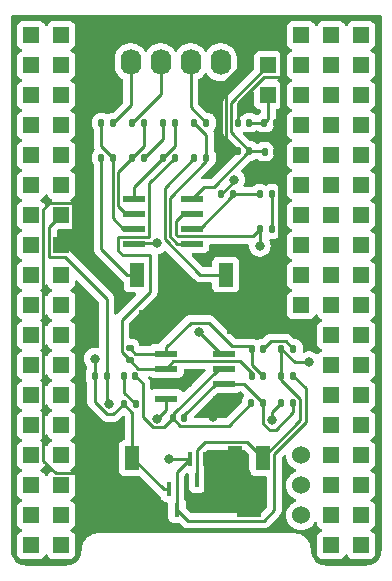
<source format=gbr>
%TF.GenerationSoftware,KiCad,Pcbnew,(7.0.0-0)*%
%TF.CreationDate,2023-08-15T00:25:00+01:00*%
%TF.ProjectId,EMGSensor3.1,454d4753-656e-4736-9f72-332e312e6b69,rev?*%
%TF.SameCoordinates,Original*%
%TF.FileFunction,Copper,L1,Top*%
%TF.FilePolarity,Positive*%
%FSLAX46Y46*%
G04 Gerber Fmt 4.6, Leading zero omitted, Abs format (unit mm)*
G04 Created by KiCad (PCBNEW (7.0.0-0)) date 2023-08-15 00:25:00*
%MOMM*%
%LPD*%
G01*
G04 APERTURE LIST*
G04 Aperture macros list*
%AMRoundRect*
0 Rectangle with rounded corners*
0 $1 Rounding radius*
0 $2 $3 $4 $5 $6 $7 $8 $9 X,Y pos of 4 corners*
0 Add a 4 corners polygon primitive as box body*
4,1,4,$2,$3,$4,$5,$6,$7,$8,$9,$2,$3,0*
0 Add four circle primitives for the rounded corners*
1,1,$1+$1,$2,$3*
1,1,$1+$1,$4,$5*
1,1,$1+$1,$6,$7*
1,1,$1+$1,$8,$9*
0 Add four rect primitives between the rounded corners*
20,1,$1+$1,$2,$3,$4,$5,0*
20,1,$1+$1,$4,$5,$6,$7,0*
20,1,$1+$1,$6,$7,$8,$9,0*
20,1,$1+$1,$8,$9,$2,$3,0*%
G04 Aperture macros list end*
%TA.AperFunction,ComponentPad*%
%ADD10R,1.350000X1.350000*%
%TD*%
%TA.AperFunction,SMDPad,CuDef*%
%ADD11RoundRect,0.135000X0.135000X0.185000X-0.135000X0.185000X-0.135000X-0.185000X0.135000X-0.185000X0*%
%TD*%
%TA.AperFunction,SMDPad,CuDef*%
%ADD12RoundRect,0.135000X-0.135000X-0.185000X0.135000X-0.185000X0.135000X0.185000X-0.135000X0.185000X0*%
%TD*%
%TA.AperFunction,SMDPad,CuDef*%
%ADD13RoundRect,0.140000X-0.140000X-0.170000X0.140000X-0.170000X0.140000X0.170000X-0.140000X0.170000X0*%
%TD*%
%TA.AperFunction,SMDPad,CuDef*%
%ADD14RoundRect,0.135000X0.185000X-0.135000X0.185000X0.135000X-0.185000X0.135000X-0.185000X-0.135000X0*%
%TD*%
%TA.AperFunction,SMDPad,CuDef*%
%ADD15R,1.300000X2.000000*%
%TD*%
%TA.AperFunction,SMDPad,CuDef*%
%ADD16R,2.000000X2.000000*%
%TD*%
%TA.AperFunction,ComponentPad*%
%ADD17C,1.524000*%
%TD*%
%TA.AperFunction,SMDPad,CuDef*%
%ADD18R,0.457200X1.168400*%
%TD*%
%TA.AperFunction,SMDPad,CuDef*%
%ADD19R,1.981200X0.558800*%
%TD*%
%TA.AperFunction,SMDPad,CuDef*%
%ADD20RoundRect,0.140000X0.140000X0.170000X-0.140000X0.170000X-0.140000X-0.170000X0.140000X-0.170000X0*%
%TD*%
%TA.AperFunction,ComponentPad*%
%ADD21RoundRect,0.250000X-0.620000X-0.845000X0.620000X-0.845000X0.620000X0.845000X-0.620000X0.845000X0*%
%TD*%
%TA.AperFunction,ComponentPad*%
%ADD22O,1.740000X2.190000*%
%TD*%
%TA.AperFunction,ViaPad*%
%ADD23C,0.800000*%
%TD*%
%TA.AperFunction,Conductor*%
%ADD24C,0.250000*%
%TD*%
G04 APERTURE END LIST*
D10*
%TO.P,GND,1,Pin_1*%
%TO.N,GND*%
X146964399Y-80111599D03*
%TD*%
%TO.P,+5,1,Pin_1*%
%TO.N,+5V*%
X146964399Y-82651599D03*
%TD*%
%TO.P,-5,1,Pin_1*%
%TO.N,-5V*%
X146964399Y-85191599D03*
%TD*%
%TO.P,J5,1,Pin_1*%
%TO.N,Out-A*%
X149758399Y-80111599D03*
%TD*%
%TO.P,J6,1,Pin_1*%
%TO.N,Out-B*%
X149758399Y-82651599D03*
%TD*%
%TO.P,GND,1,Pin_1*%
%TO.N,GND*%
X129438399Y-97891599D03*
%TD*%
%TO.P,3.3V,1,Pin_1*%
%TO.N,+3.3V*%
X129438399Y-95351599D03*
%TD*%
D11*
%TO.P,R10,1*%
%TO.N,+3.3V*%
X149100000Y-108966000D03*
%TO.P,R10,2*%
%TO.N,Out-A*%
X148080000Y-108966000D03*
%TD*%
D12*
%TO.P,R1,1*%
%TO.N,Net-(U1A-+)*%
X132842000Y-87528400D03*
%TO.P,R1,2*%
%TO.N,/End-Muscle-A*%
X133862000Y-87528400D03*
%TD*%
D10*
%TO.P,,1*%
%TO.N,N/C*%
X154838399Y-120751599D03*
%TD*%
D12*
%TO.P,R12,1*%
%TO.N,Net-(U1B-+)*%
X140714000Y-87528400D03*
%TO.P,R12,2*%
%TO.N,/End-Muscle-B*%
X141734000Y-87528400D03*
%TD*%
D10*
%TO.P,,1*%
%TO.N,N/C*%
X149758399Y-85191599D03*
%TD*%
D11*
%TO.P,R13,1*%
%TO.N,Net-(U1B--)*%
X144022000Y-93573600D03*
%TO.P,R13,2*%
%TO.N,/Mid-Muscle-B*%
X143002000Y-93573600D03*
%TD*%
D13*
%TO.P,C6,1*%
%TO.N,Net-(C6-Pad1)*%
X134749600Y-108968000D03*
%TO.P,C6,2*%
%TO.N,Net-(C5-Pad2)*%
X135709600Y-108968000D03*
%TD*%
D11*
%TO.P,R21,1*%
%TO.N,+3.3V*%
X133301200Y-108968000D03*
%TO.P,R21,2*%
%TO.N,Out-B*%
X132281200Y-108968000D03*
%TD*%
D10*
%TO.P,,1*%
%TO.N,N/C*%
X152298399Y-85191599D03*
%TD*%
D14*
%TO.P,R8,1*%
%TO.N,Net-(U2A--)*%
X135229600Y-107598400D03*
%TO.P,R8,2*%
%TO.N,Net-(C1-Pad2)*%
X135229600Y-106578400D03*
%TD*%
D15*
%TO.P,RV11,1,1*%
%TO.N,Out-A*%
X146488799Y-115906799D03*
D16*
%TO.P,RV11,2,2*%
%TO.N,GND*%
X145338799Y-119906799D03*
D15*
%TO.P,RV11,3,3*%
X144188799Y-115906799D03*
%TD*%
D11*
%TO.P,R7,1*%
%TO.N,Net-(U2A--)*%
X139043600Y-90474800D03*
%TO.P,R7,2*%
%TO.N,Net-(R6-Pad1)*%
X138023600Y-90474800D03*
%TD*%
D10*
%TO.P,,1*%
%TO.N,N/C*%
X126898399Y-118211599D03*
%TD*%
%TO.P,,1*%
%TO.N,N/C*%
X129438399Y-92811599D03*
%TD*%
%TO.P,,1*%
%TO.N,N/C*%
X126898399Y-123291599D03*
%TD*%
%TO.P,,1*%
%TO.N,N/C*%
X154838399Y-108051599D03*
%TD*%
%TO.P,,1*%
%TO.N,N/C*%
X152298399Y-108051599D03*
%TD*%
D17*
%TO.P,,P2_29*%
%TO.N,N/C*%
X149758400Y-115671600D03*
%TD*%
D18*
%TO.P,D1,1,A*%
%TO.N,GND*%
X141619998Y-116014499D03*
%TO.P,D1,2,K*%
%TO.N,+3.3V*%
X140320000Y-116014499D03*
%TO.P,D1,3,common*%
%TO.N,Out-A*%
X140969999Y-117767099D03*
%TD*%
D10*
%TO.P,,1*%
%TO.N,N/C*%
X152298399Y-80111599D03*
%TD*%
D19*
%TO.P,U1,1*%
%TO.N,Net-(R6-Pad1)*%
X135559799Y-93954599D03*
%TO.P,U1,2,-*%
%TO.N,Net-(U1A--)*%
X135559799Y-95224599D03*
%TO.P,U1,3,+*%
%TO.N,Net-(U1A-+)*%
X135559799Y-96494599D03*
%TO.P,U1,4,V-*%
%TO.N,-5V*%
X135559799Y-97764599D03*
%TO.P,U1,5,+*%
%TO.N,Net-(U1B-+)*%
X140487399Y-97764599D03*
%TO.P,U1,6,-*%
%TO.N,Net-(U1B--)*%
X140487399Y-96494599D03*
%TO.P,U1,7*%
%TO.N,Net-(R17-Pad1)*%
X140487399Y-95224599D03*
%TO.P,U1,8,V+*%
%TO.N,+5V*%
X140487399Y-93954599D03*
%TD*%
D11*
%TO.P,R18,1*%
%TO.N,Net-(U2B--)*%
X149100000Y-111254000D03*
%TO.P,R18,2*%
%TO.N,Net-(R17-Pad1)*%
X148080000Y-111254000D03*
%TD*%
D10*
%TO.P,,1*%
%TO.N,N/C*%
X126898399Y-115671599D03*
%TD*%
%TO.P,,1*%
%TO.N,N/C*%
X154838399Y-100431599D03*
%TD*%
%TO.P,,1*%
%TO.N,N/C*%
X126898399Y-82651599D03*
%TD*%
D11*
%TO.P,R4,1*%
%TO.N,Net-(R4-Pad1)*%
X136452800Y-90474800D03*
%TO.P,R4,2*%
%TO.N,Net-(U1A--)*%
X135432800Y-90474800D03*
%TD*%
D20*
%TO.P,C2,1*%
%TO.N,Net-(C2-Pad1)*%
X146530000Y-106678000D03*
%TO.P,C2,2*%
%TO.N,Net-(C1-Pad2)*%
X145570000Y-106678000D03*
%TD*%
D10*
%TO.P,,1*%
%TO.N,N/C*%
X126898399Y-100431599D03*
%TD*%
D11*
%TO.P,R14,1*%
%TO.N,Net-(U1B-+)*%
X141734000Y-90474800D03*
%TO.P,R14,2*%
%TO.N,Net-(R14-Pad2)*%
X140714000Y-90474800D03*
%TD*%
D10*
%TO.P,,1*%
%TO.N,N/C*%
X129438399Y-80111599D03*
%TD*%
D11*
%TO.P,R15,1*%
%TO.N,Net-(R15-Pad1)*%
X147273200Y-93573600D03*
%TO.P,R15,2*%
%TO.N,Net-(U1B--)*%
X146253200Y-93573600D03*
%TD*%
D10*
%TO.P,,1*%
%TO.N,N/C*%
X154838399Y-118211599D03*
%TD*%
D20*
%TO.P,C4,1*%
%TO.N,GND*%
X147619600Y-89966800D03*
%TO.P,C4,2*%
%TO.N,+5V*%
X146659600Y-89966800D03*
%TD*%
D10*
%TO.P,,1*%
%TO.N,N/C*%
X129438399Y-87731599D03*
%TD*%
D13*
%TO.P,C1,1*%
%TO.N,Net-(U2A--)*%
X145570000Y-108966000D03*
%TO.P,C1,2*%
%TO.N,Net-(C1-Pad2)*%
X146530000Y-108966000D03*
%TD*%
D11*
%TO.P,R6,1*%
%TO.N,Net-(R6-Pad1)*%
X139045600Y-87528400D03*
%TO.P,R6,2*%
%TO.N,Net-(R4-Pad1)*%
X138025600Y-87528400D03*
%TD*%
D10*
%TO.P,,1*%
%TO.N,N/C*%
X149758399Y-90271599D03*
%TD*%
%TO.P,,1*%
%TO.N,N/C*%
X152298399Y-123291599D03*
%TD*%
%TO.P,,1*%
%TO.N,N/C*%
X154838399Y-123291599D03*
%TD*%
%TO.P,,1*%
%TO.N,N/C*%
X126898399Y-92811599D03*
%TD*%
%TO.P,,1*%
%TO.N,N/C*%
X149758399Y-102971599D03*
%TD*%
%TO.P,,1*%
%TO.N,N/C*%
X126898399Y-120751599D03*
%TD*%
%TO.P,,1*%
%TO.N,N/C*%
X152298399Y-95351599D03*
%TD*%
%TO.P,,1*%
%TO.N,N/C*%
X152298399Y-110591599D03*
%TD*%
%TO.P,,1*%
%TO.N,N/C*%
X152298399Y-90271599D03*
%TD*%
%TO.P,,1*%
%TO.N,N/C*%
X152298399Y-115671599D03*
%TD*%
D11*
%TO.P,R2,1*%
%TO.N,Net-(U1A--)*%
X136452800Y-87528400D03*
%TO.P,R2,2*%
%TO.N,/Mid-Muscle-A*%
X135432800Y-87528400D03*
%TD*%
D10*
%TO.P,,1*%
%TO.N,N/C*%
X152298399Y-82651599D03*
%TD*%
%TO.P,,1*%
%TO.N,N/C*%
X154838399Y-92811599D03*
%TD*%
D15*
%TO.P,RV16,1,1*%
%TO.N,GND*%
X145657599Y-100380799D03*
D16*
%TO.P,RV16,2,2*%
X144507599Y-104380799D03*
D15*
%TO.P,RV16,3,3*%
%TO.N,Net-(R14-Pad2)*%
X143357599Y-100380799D03*
%TD*%
D10*
%TO.P,,1*%
%TO.N,N/C*%
X126898399Y-113131599D03*
%TD*%
%TO.P,,1*%
%TO.N,N/C*%
X126898399Y-90271599D03*
%TD*%
%TO.P,,1*%
%TO.N,N/C*%
X149758399Y-95351599D03*
%TD*%
D11*
%TO.P,R19,1*%
%TO.N,Net-(U2B--)*%
X146560000Y-111252000D03*
%TO.P,R19,2*%
%TO.N,Net-(C5-Pad2)*%
X145540000Y-111252000D03*
%TD*%
D21*
%TO.P,J1,1,Pin_1*%
%TO.N,GND*%
X132791200Y-82397600D03*
D22*
%TO.P,J1,2,Pin_2*%
%TO.N,/End-Muscle-A*%
X135331199Y-82397599D03*
%TO.P,J1,3,Pin_3*%
%TO.N,/Mid-Muscle-A*%
X137871199Y-82397599D03*
%TO.P,J1,4,Pin_4*%
%TO.N,/End-Muscle-B*%
X140411199Y-82397599D03*
%TO.P,J1,5,Pin_5*%
%TO.N,/Mid-Muscle-B*%
X142951199Y-82397599D03*
%TD*%
D17*
%TO.P,,P2_29*%
%TO.N,N/C*%
X149758400Y-118211600D03*
%TD*%
D15*
%TO.P,RV5,1,1*%
%TO.N,GND*%
X138189999Y-100380799D03*
D16*
%TO.P,RV5,2,2*%
X137039999Y-104380799D03*
D15*
%TO.P,RV5,3,3*%
%TO.N,Net-(R3-Pad2)*%
X135889999Y-100380799D03*
%TD*%
D10*
%TO.P,,1*%
%TO.N,N/C*%
X152298399Y-97891599D03*
%TD*%
%TO.P,,1*%
%TO.N,N/C*%
X154838399Y-97891599D03*
%TD*%
%TO.P,,1*%
%TO.N,N/C*%
X154838399Y-87731599D03*
%TD*%
%TO.P,,1*%
%TO.N,N/C*%
X152298399Y-102971599D03*
%TD*%
%TO.P,,1*%
%TO.N,N/C*%
X129438399Y-123291599D03*
%TD*%
%TO.P,,1*%
%TO.N,N/C*%
X154838399Y-82651599D03*
%TD*%
%TO.P,,1*%
%TO.N,N/C*%
X129438399Y-120751599D03*
%TD*%
D11*
%TO.P,R3,1*%
%TO.N,Net-(U1A-+)*%
X133862000Y-90474800D03*
%TO.P,R3,2*%
%TO.N,Net-(R3-Pad2)*%
X132842000Y-90474800D03*
%TD*%
D10*
%TO.P,,1*%
%TO.N,N/C*%
X126898399Y-105511599D03*
%TD*%
%TO.P,,1*%
%TO.N,N/C*%
X126898399Y-95351599D03*
%TD*%
%TO.P,,1*%
%TO.N,N/C*%
X154838399Y-85191599D03*
%TD*%
%TO.P,,1*%
%TO.N,N/C*%
X154838399Y-110591599D03*
%TD*%
%TO.P,,1*%
%TO.N,N/C*%
X126898399Y-108051599D03*
%TD*%
%TO.P,,1*%
%TO.N,N/C*%
X129438399Y-115671599D03*
%TD*%
%TO.P,,1*%
%TO.N,N/C*%
X149758399Y-87731599D03*
%TD*%
%TO.P,,1*%
%TO.N,N/C*%
X129438399Y-118211599D03*
%TD*%
%TO.P,,1*%
%TO.N,N/C*%
X129438399Y-102971599D03*
%TD*%
%TO.P,,1*%
%TO.N,N/C*%
X126898399Y-110591599D03*
%TD*%
%TO.P,,1*%
%TO.N,N/C*%
X154838399Y-80111599D03*
%TD*%
%TO.P,,1*%
%TO.N,N/C*%
X152298399Y-92811599D03*
%TD*%
D11*
%TO.P,R9,1*%
%TO.N,Net-(C2-Pad1)*%
X149100000Y-106680000D03*
%TO.P,R9,2*%
%TO.N,Out-A*%
X148080000Y-106680000D03*
%TD*%
D10*
%TO.P,,1*%
%TO.N,N/C*%
X154838399Y-115671599D03*
%TD*%
%TO.P,,1*%
%TO.N,N/C*%
X129438399Y-82651599D03*
%TD*%
%TO.P,,1*%
%TO.N,N/C*%
X152298399Y-113131599D03*
%TD*%
%TO.P,,1*%
%TO.N,N/C*%
X152298399Y-87731599D03*
%TD*%
D18*
%TO.P,D2,1,A*%
%TO.N,GND*%
X137932400Y-120307099D03*
%TO.P,D2,2,K*%
%TO.N,+3.3V*%
X139232398Y-120307099D03*
%TO.P,D2,3,common*%
%TO.N,Out-B*%
X138582399Y-118554499D03*
%TD*%
D11*
%TO.P,R20,1*%
%TO.N,Net-(C6-Pad1)*%
X135739600Y-111355600D03*
%TO.P,R20,2*%
%TO.N,Out-B*%
X134719600Y-111355600D03*
%TD*%
D10*
%TO.P,,1*%
%TO.N,N/C*%
X154838399Y-90271599D03*
%TD*%
%TO.P,,1*%
%TO.N,N/C*%
X154838399Y-102971599D03*
%TD*%
%TO.P,,1*%
%TO.N,N/C*%
X129438399Y-105511599D03*
%TD*%
D17*
%TO.P,,P2_29*%
%TO.N,N/C*%
X149758400Y-120751600D03*
%TD*%
D10*
%TO.P,,1*%
%TO.N,N/C*%
X129438399Y-100431599D03*
%TD*%
%TO.P,,1*%
%TO.N,N/C*%
X129438399Y-108051599D03*
%TD*%
%TO.P,,1*%
%TO.N,N/C*%
X126898399Y-97891599D03*
%TD*%
%TO.P,,1*%
%TO.N,N/C*%
X152298399Y-105511599D03*
%TD*%
%TO.P,,1*%
%TO.N,N/C*%
X154838399Y-113131599D03*
%TD*%
%TO.P,,1*%
%TO.N,N/C*%
X129438399Y-110591599D03*
%TD*%
D13*
%TO.P,C8,1*%
%TO.N,GND*%
X144401600Y-87528400D03*
%TO.P,C8,2*%
%TO.N,-5V*%
X145361600Y-87528400D03*
%TD*%
D10*
%TO.P,,1*%
%TO.N,N/C*%
X152298399Y-120751599D03*
%TD*%
%TO.P,,1*%
%TO.N,N/C*%
X152298399Y-100431599D03*
%TD*%
%TO.P,,1*%
%TO.N,N/C*%
X149758399Y-100431599D03*
%TD*%
D15*
%TO.P,RV22,1,1*%
%TO.N,Out-B*%
X135465199Y-115906799D03*
D16*
%TO.P,RV22,2,2*%
%TO.N,GND*%
X134315199Y-119906799D03*
D15*
%TO.P,RV22,3,3*%
X133165199Y-115906799D03*
%TD*%
D19*
%TO.P,U2,1*%
%TO.N,Net-(C1-Pad2)*%
X138302999Y-107060999D03*
%TO.P,U2,2,-*%
%TO.N,Net-(U2A--)*%
X138302999Y-108330999D03*
%TO.P,U2,3,+*%
%TO.N,GND*%
X138302999Y-109600999D03*
%TO.P,U2,4,V-*%
%TO.N,-5V*%
X138302999Y-110870999D03*
%TO.P,U2,5,+*%
%TO.N,GND*%
X143230599Y-110870999D03*
%TO.P,U2,6,-*%
%TO.N,Net-(U2B--)*%
X143230599Y-109600999D03*
%TO.P,U2,7*%
%TO.N,Net-(C5-Pad2)*%
X143230599Y-108330999D03*
%TO.P,U2,8,V+*%
%TO.N,+5V*%
X143230599Y-107060999D03*
%TD*%
D10*
%TO.P,,1*%
%TO.N,N/C*%
X152298399Y-118211599D03*
%TD*%
D20*
%TO.P,C7,1*%
%TO.N,GND*%
X147596800Y-87528400D03*
%TO.P,C7,2*%
%TO.N,-5V*%
X146636800Y-87528400D03*
%TD*%
D12*
%TO.P,R17,1*%
%TO.N,Net-(R17-Pad1)*%
X146253200Y-96520000D03*
%TO.P,R17,2*%
%TO.N,Net-(R15-Pad1)*%
X147273200Y-96520000D03*
%TD*%
D10*
%TO.P,,1*%
%TO.N,N/C*%
X149758399Y-97891599D03*
%TD*%
%TO.P,,1*%
%TO.N,N/C*%
X126898399Y-80111599D03*
%TD*%
%TO.P,,1*%
%TO.N,N/C*%
X129438399Y-113131599D03*
%TD*%
%TO.P,,1*%
%TO.N,N/C*%
X154838399Y-95351599D03*
%TD*%
%TO.P,,1*%
%TO.N,N/C*%
X129438399Y-85191599D03*
%TD*%
D20*
%TO.P,C3,1*%
%TO.N,+5V*%
X145361600Y-89916000D03*
%TO.P,C3,2*%
%TO.N,GND*%
X144401600Y-89916000D03*
%TD*%
D10*
%TO.P,,1*%
%TO.N,N/C*%
X149758399Y-92811599D03*
%TD*%
D20*
%TO.P,C5,1*%
%TO.N,Net-(U2B--)*%
X139852400Y-112522000D03*
%TO.P,C5,2*%
%TO.N,Net-(C5-Pad2)*%
X138892400Y-112522000D03*
%TD*%
D10*
%TO.P,,1*%
%TO.N,N/C*%
X126898399Y-102971599D03*
%TD*%
%TO.P,,1*%
%TO.N,N/C*%
X129438399Y-90271599D03*
%TD*%
%TO.P,,1*%
%TO.N,N/C*%
X126898399Y-85191599D03*
%TD*%
%TO.P,,1*%
%TO.N,N/C*%
X126898399Y-87731599D03*
%TD*%
%TO.P,,1*%
%TO.N,N/C*%
X154838399Y-105511599D03*
%TD*%
D23*
%TO.N,GND*%
X140208000Y-101803200D03*
X140208000Y-109524800D03*
X142290800Y-112420400D03*
X131013200Y-119837200D03*
X141173200Y-119837200D03*
%TO.N,Out-A*%
X150418800Y-107797600D03*
%TO.N,+3.3V*%
X138531600Y-116027200D03*
X133502400Y-111353600D03*
%TO.N,Out-B*%
X132283200Y-107492800D03*
%TO.N,/Mid-Muscle-B*%
X144068800Y-92354400D03*
%TO.N,Net-(R17-Pad1)*%
X147320000Y-112725200D03*
X146253200Y-97942400D03*
%TO.N,+5V*%
X141122400Y-105206800D03*
%TO.N,-5V*%
X137515600Y-112572800D03*
X137515600Y-97739200D03*
%TD*%
D24*
%TO.N,GND*%
X129438400Y-97891600D02*
X130438400Y-96891600D01*
X130438400Y-96891600D02*
X130438400Y-94351600D01*
X127898400Y-94891600D02*
X127898400Y-116131600D01*
X130438400Y-94351600D02*
X128438400Y-94351600D01*
X128438400Y-94351600D02*
X127898400Y-94891600D01*
X127898400Y-116131600D02*
X128962400Y-117195600D01*
X131876400Y-117195600D02*
X133165200Y-115906800D01*
X128962400Y-117195600D02*
X131876400Y-117195600D01*
%TO.N,Net-(C1-Pad2)*%
X145570000Y-106678000D02*
X145570000Y-107998391D01*
X145570000Y-107998391D02*
X146530000Y-108958391D01*
X146530000Y-108958391D02*
X146530000Y-108966000D01*
X145318000Y-106426000D02*
X145570000Y-106678000D01*
X135712200Y-107061000D02*
X138303000Y-107061000D01*
X138303000Y-107061000D02*
X138303000Y-106531600D01*
X135229600Y-106578400D02*
X135712200Y-107061000D01*
X143902800Y-106426000D02*
X145318000Y-106426000D01*
X138303000Y-106531600D02*
X140389800Y-104444800D01*
X141921600Y-104444800D02*
X143902800Y-106426000D01*
X140389800Y-104444800D02*
X141921600Y-104444800D01*
%TO.N,Net-(U2A--)*%
X144546200Y-107726600D02*
X138907400Y-107726600D01*
X136956800Y-98755200D02*
X136956800Y-101814000D01*
X135229600Y-107598400D02*
X135962200Y-108331000D01*
X134244200Y-97160200D02*
X134244200Y-98369000D01*
X134630400Y-98755200D02*
X136956800Y-98755200D01*
X134244200Y-98369000D02*
X134630400Y-98755200D01*
X134584600Y-104186200D02*
X134584600Y-106953400D01*
X136956800Y-101814000D02*
X134584600Y-104186200D01*
X136875400Y-92643000D02*
X136875400Y-97160200D01*
X136875400Y-97160200D02*
X134244200Y-97160200D01*
X138907400Y-107726600D02*
X138303000Y-108331000D01*
X139043600Y-90474800D02*
X136875400Y-92643000D01*
X135962200Y-108331000D02*
X138303000Y-108331000D01*
X145570000Y-108966000D02*
X145570000Y-108750400D01*
X145570000Y-108750400D02*
X144546200Y-107726600D01*
X134584600Y-106953400D02*
X135229600Y-107598400D01*
%TO.N,Net-(C2-Pad1)*%
X148455000Y-106035000D02*
X149100000Y-106680000D01*
X147173000Y-106035000D02*
X148455000Y-106035000D01*
X146530000Y-106678000D02*
X147173000Y-106035000D01*
%TO.N,GND*%
X140208000Y-101803200D02*
X138785600Y-100380800D01*
X138379200Y-109524800D02*
X138303000Y-109601000D01*
X144401600Y-85850796D02*
X146600796Y-83651600D01*
X143346600Y-83983400D02*
X146964400Y-80365600D01*
X146964400Y-80365600D02*
X146964400Y-80111600D01*
X148082000Y-81229200D02*
X148082000Y-83566000D01*
X146600796Y-83651600D02*
X147996400Y-83651600D01*
X147996400Y-83651600D02*
X148082000Y-83566000D01*
X148082000Y-83566000D02*
X148082000Y-87043200D01*
X142290800Y-111810800D02*
X143230600Y-110871000D01*
X143346600Y-88861000D02*
X143346600Y-83983400D01*
X138190000Y-100380800D02*
X138190000Y-103230800D01*
X146964400Y-80111600D02*
X135077200Y-80111600D01*
X140208000Y-109524800D02*
X138379200Y-109524800D01*
X141619999Y-116014500D02*
X141619999Y-119492001D01*
X144401600Y-89916000D02*
X143346600Y-88861000D01*
X138190000Y-103230800D02*
X137040000Y-104380800D01*
X142290800Y-112420400D02*
X142290800Y-111810800D01*
X148082000Y-89504400D02*
X148082000Y-87043200D01*
X134315200Y-119906800D02*
X137532101Y-119906800D01*
X148082000Y-87043200D02*
X147596800Y-87528400D01*
X141619999Y-116014500D02*
X144081100Y-116014500D01*
X138785600Y-100380800D02*
X138190000Y-100380800D01*
X131483100Y-120307100D02*
X137932401Y-120307100D01*
X141173200Y-119837200D02*
X141173200Y-119938800D01*
X147619600Y-89966800D02*
X148082000Y-89504400D01*
X147619600Y-89966800D02*
X147868200Y-90215400D01*
X133165200Y-115906800D02*
X133165200Y-118756800D01*
X141173200Y-119938800D02*
X141224000Y-119888000D01*
X145338800Y-117056800D02*
X144188800Y-115906800D01*
X141274800Y-119837200D02*
X141173200Y-119837200D01*
X144401600Y-87528400D02*
X144401600Y-85850796D01*
X133165200Y-118756800D02*
X134315200Y-119906800D01*
X146964400Y-80111600D02*
X148082000Y-81229200D01*
X147868200Y-98170200D02*
X145657600Y-100380800D01*
X147868200Y-90215400D02*
X147868200Y-98170200D01*
X141619999Y-119492001D02*
X141274800Y-119837200D01*
X137532101Y-119906800D02*
X137932401Y-120307100D01*
X144081100Y-116014500D02*
X144188800Y-115906800D01*
X145338800Y-119906800D02*
X145338800Y-117056800D01*
X131013200Y-119837200D02*
X131483100Y-120307100D01*
X145657600Y-100380800D02*
X145657600Y-103230800D01*
X145657600Y-103230800D02*
X144507600Y-104380800D01*
X135077200Y-80111600D02*
X132791200Y-82397600D01*
%TO.N,Net-(U2B--)*%
X139852400Y-112268000D02*
X142519400Y-109601000D01*
X146560000Y-112990505D02*
X147075497Y-113506002D01*
X147075497Y-113506002D02*
X147600598Y-113506002D01*
X149100000Y-112006600D02*
X149100000Y-111254000D01*
X142519400Y-109601000D02*
X143230600Y-109601000D01*
X139852400Y-112522000D02*
X139852400Y-112268000D01*
X143230600Y-109601000D02*
X144909000Y-109601000D01*
X146560000Y-111252000D02*
X146560000Y-112990505D01*
X144909000Y-109601000D02*
X146560000Y-111252000D01*
X147600598Y-113506002D02*
X149100000Y-112006600D01*
%TO.N,Net-(C5-Pad2)*%
X138116600Y-113297800D02*
X138892400Y-112522000D01*
X138892400Y-112522000D02*
X138892400Y-112201600D01*
X142763000Y-108331000D02*
X143230600Y-108331000D01*
X138892400Y-112529609D02*
X138892400Y-112522000D01*
X138892400Y-112201600D02*
X142763000Y-108331000D01*
X135709600Y-108968000D02*
X136334600Y-109593000D01*
X136334600Y-109593000D02*
X136334600Y-112417105D01*
X143635000Y-113157000D02*
X139519791Y-113157000D01*
X145540000Y-111252000D02*
X143635000Y-113157000D01*
X137215295Y-113297800D02*
X138116600Y-113297800D01*
X139519791Y-113157000D02*
X138892400Y-112529609D01*
X136334600Y-112417105D02*
X137215295Y-113297800D01*
%TO.N,Net-(C6-Pad1)*%
X134749600Y-110365600D02*
X134749600Y-108968000D01*
X135739600Y-111355600D02*
X134749600Y-110365600D01*
%TO.N,Out-A*%
X140970000Y-117767100D02*
X140970000Y-115201699D01*
X148080000Y-108966000D02*
X148080000Y-109263462D01*
X149695000Y-110878462D02*
X149695000Y-112700600D01*
X140970000Y-115201699D02*
X141589899Y-114581800D01*
X148080000Y-109263462D02*
X149695000Y-110878462D01*
X149197600Y-107797600D02*
X150418800Y-107797600D01*
X145163800Y-114581800D02*
X146488800Y-115906800D01*
X148080000Y-106680000D02*
X149197600Y-107797600D01*
X141589899Y-114581800D02*
X145163800Y-114581800D01*
X148080000Y-108966000D02*
X148080000Y-106680000D01*
X149695000Y-112700600D02*
X146488800Y-115906800D01*
%TO.N,+3.3V*%
X150145000Y-112886996D02*
X150145000Y-110011000D01*
X146564168Y-121231800D02*
X147463800Y-120332168D01*
X139232399Y-117102102D02*
X140320001Y-116014500D01*
X139232399Y-120307100D02*
X139232399Y-117102102D01*
X146564168Y-121231800D02*
X140157099Y-121231800D01*
X129727200Y-98891600D02*
X133301200Y-102465600D01*
X138531600Y-116027200D02*
X140307301Y-116027200D01*
X133301200Y-108968000D02*
X133301200Y-111152400D01*
X128438400Y-96351600D02*
X128438400Y-98891600D01*
X147463800Y-115568196D02*
X150145000Y-112886996D01*
X133301200Y-111152400D02*
X133502400Y-111353600D01*
X150145000Y-110011000D02*
X149100000Y-108966000D01*
X128438400Y-98891600D02*
X129727200Y-98891600D01*
X129438400Y-95351600D02*
X128438400Y-96351600D01*
X140157099Y-121231800D02*
X139232399Y-120307100D01*
X133301200Y-102465600D02*
X133301200Y-108968000D01*
X140307301Y-116027200D02*
X140320001Y-116014500D01*
X147463800Y-120332168D02*
X147463800Y-115568196D01*
%TO.N,Out-B*%
X138582400Y-118554500D02*
X138112900Y-118554500D01*
X132281200Y-108968000D02*
X132281200Y-107494800D01*
X138112900Y-118554500D02*
X135465200Y-115906800D01*
X135465200Y-112101200D02*
X134719600Y-111355600D01*
X133340695Y-112217200D02*
X133858000Y-112217200D01*
X132281200Y-107494800D02*
X132283200Y-107492800D01*
X132281200Y-108968000D02*
X132281200Y-111157705D01*
X133858000Y-112217200D02*
X134719600Y-111355600D01*
X134719600Y-111355600D02*
X134668800Y-111355600D01*
X132281200Y-111157705D02*
X133340695Y-112217200D01*
X135465200Y-115906800D02*
X135465200Y-112101200D01*
%TO.N,/End-Muscle-A*%
X135331200Y-86059200D02*
X133862000Y-87528400D01*
X135331200Y-82397600D02*
X135331200Y-86059200D01*
%TO.N,/Mid-Muscle-A*%
X137871200Y-82397600D02*
X137871200Y-85090000D01*
X137871200Y-85090000D02*
X135432800Y-87528400D01*
%TO.N,/Mid-Muscle-B*%
X144068800Y-92354400D02*
X144068800Y-92303600D01*
X144068800Y-92506800D02*
X144068800Y-92354400D01*
X143002000Y-93573600D02*
X144068800Y-92506800D01*
%TO.N,/End-Muscle-B*%
X141734000Y-87528400D02*
X140411200Y-86205600D01*
X140411200Y-86205600D02*
X140411200Y-82397600D01*
%TO.N,Net-(U1A-+)*%
X132842000Y-89454800D02*
X133862000Y-90474800D01*
X132842000Y-87528400D02*
X132842000Y-89454800D01*
X134696200Y-96494600D02*
X135559800Y-96494600D01*
X133794200Y-90542600D02*
X133794200Y-95592600D01*
X133794200Y-95592600D02*
X134696200Y-96494600D01*
X133862000Y-90474800D02*
X133794200Y-90542600D01*
%TO.N,Net-(U1A--)*%
X134909800Y-95224600D02*
X135559800Y-95224600D01*
X134244200Y-94559000D02*
X134909800Y-95224600D01*
X136452800Y-89454800D02*
X135432800Y-90474800D01*
X134244200Y-91663400D02*
X134244200Y-94559000D01*
X136452800Y-87528400D02*
X136452800Y-89454800D01*
X135432800Y-90474800D02*
X134244200Y-91663400D01*
%TO.N,Net-(R3-Pad2)*%
X134990000Y-100380800D02*
X132842000Y-98232800D01*
X135890000Y-100380800D02*
X134990000Y-100380800D01*
X132842000Y-98232800D02*
X132842000Y-90474800D01*
%TO.N,Net-(R4-Pad1)*%
X138025600Y-87528400D02*
X138025600Y-88902000D01*
X138025600Y-88902000D02*
X136452800Y-90474800D01*
%TO.N,Net-(R6-Pad1)*%
X135559800Y-92938600D02*
X135559800Y-93954600D01*
X138023600Y-90474800D02*
X135559800Y-92938600D01*
X139045600Y-87528400D02*
X139045600Y-89452800D01*
X139045600Y-89452800D02*
X138023600Y-90474800D01*
%TO.N,Net-(U1B-+)*%
X141734000Y-88548400D02*
X140714000Y-87528400D01*
X138633200Y-93888800D02*
X141734000Y-90788000D01*
X141734000Y-90474800D02*
X141734000Y-88548400D01*
X141734000Y-90788000D02*
X141734000Y-90474800D01*
X138633200Y-97151000D02*
X138633200Y-93888800D01*
X140487400Y-97764600D02*
X139246800Y-97764600D01*
X139246800Y-97764600D02*
X138633200Y-97151000D01*
%TO.N,Net-(U1B--)*%
X144022000Y-93671200D02*
X144022000Y-93573600D01*
X144022000Y-93573600D02*
X146253200Y-93573600D01*
X141198600Y-96494600D02*
X144022000Y-93671200D01*
X140487400Y-96494600D02*
X141198600Y-96494600D01*
%TO.N,Net-(R14-Pad2)*%
X138183200Y-97340000D02*
X138183200Y-93005600D01*
X141224000Y-100380800D02*
X143357600Y-100380800D01*
X138183200Y-97340000D02*
X141224000Y-100380800D01*
X138183200Y-93005600D02*
X140714000Y-90474800D01*
%TO.N,Net-(R15-Pad1)*%
X147273200Y-93573600D02*
X147273200Y-96520000D01*
%TO.N,Net-(R17-Pad1)*%
X146253200Y-97942400D02*
X146253200Y-96520000D01*
X148080000Y-111254000D02*
X147320000Y-112014000D01*
X140487400Y-95224600D02*
X139776200Y-95224600D01*
X139171800Y-97007800D02*
X139293600Y-97129600D01*
X139293600Y-97129600D02*
X145643600Y-97129600D01*
X145643600Y-97129600D02*
X146253200Y-96520000D01*
X139171800Y-95829000D02*
X139171800Y-97007800D01*
X147320000Y-112014000D02*
X147320000Y-112725200D01*
X139776200Y-95224600D02*
X139171800Y-95829000D01*
%TO.N,+5V*%
X146608800Y-89916000D02*
X146659600Y-89966800D01*
X143796600Y-88343391D02*
X145361600Y-89908391D01*
X142925800Y-107061000D02*
X141122400Y-105257600D01*
X141122400Y-105206800D02*
X141071600Y-105206800D01*
X143796600Y-85819400D02*
X143796600Y-88343391D01*
X141513400Y-92928600D02*
X142356609Y-92928600D01*
X146964400Y-82651600D02*
X143796600Y-85819400D01*
X145361600Y-89923609D02*
X145361600Y-89916000D01*
X145361600Y-89908391D02*
X145361600Y-89916000D01*
X142356609Y-92928600D02*
X145361600Y-89923609D01*
X145361600Y-89916000D02*
X146608800Y-89916000D01*
X141071600Y-105206800D02*
X141122400Y-105257600D01*
X140487400Y-93954600D02*
X141513400Y-92928600D01*
X141122400Y-105257600D02*
X141122400Y-105206800D01*
X143230600Y-107061000D02*
X142925800Y-107061000D01*
%TO.N,-5V*%
X146636800Y-87528400D02*
X145361600Y-87528400D01*
X137515600Y-112623600D02*
X137566400Y-112572800D01*
X137515600Y-97739200D02*
X135585200Y-97739200D01*
X137515600Y-112572800D02*
X137515600Y-112623600D01*
X137566400Y-112572800D02*
X137515600Y-112572800D01*
X138303000Y-110871000D02*
X138303000Y-111836200D01*
X146964400Y-85191600D02*
X146964400Y-87200800D01*
X138303000Y-111836200D02*
X137566400Y-112572800D01*
X135585200Y-97739200D02*
X135559800Y-97764600D01*
X146964400Y-87200800D02*
X146636800Y-87528400D01*
%TD*%
%TA.AperFunction,Conductor*%
%TO.N,GND*%
G36*
X144897487Y-115224739D02*
G01*
X144937715Y-115251619D01*
X145293981Y-115607885D01*
X145320861Y-115648113D01*
X145330300Y-115695566D01*
X145330300Y-116955438D01*
X145330652Y-116958718D01*
X145330653Y-116958724D01*
X145332851Y-116979172D01*
X145336811Y-117016001D01*
X145339517Y-117023258D01*
X145339519Y-117023263D01*
X145384811Y-117144694D01*
X145387911Y-117153004D01*
X145393225Y-117160103D01*
X145393226Y-117160104D01*
X145407323Y-117178936D01*
X145475539Y-117270061D01*
X145592596Y-117357689D01*
X145729599Y-117408789D01*
X145790162Y-117415300D01*
X146706300Y-117415300D01*
X146768300Y-117431913D01*
X146813687Y-117477300D01*
X146830300Y-117539300D01*
X146830300Y-120018402D01*
X146820861Y-120065855D01*
X146793981Y-120106083D01*
X146338082Y-120561981D01*
X146297854Y-120588861D01*
X146250401Y-120598300D01*
X140470866Y-120598300D01*
X140423413Y-120588861D01*
X140383185Y-120561981D01*
X140005818Y-120184614D01*
X139978938Y-120144386D01*
X139969499Y-120096933D01*
X139969499Y-119677572D01*
X139969499Y-119674262D01*
X139962988Y-119613699D01*
X139911888Y-119476696D01*
X139890631Y-119448300D01*
X139872244Y-119413149D01*
X139865899Y-119373990D01*
X139865899Y-117415868D01*
X139875338Y-117368415D01*
X139902218Y-117328187D01*
X140021219Y-117209186D01*
X140070582Y-117178936D01*
X140128298Y-117174394D01*
X140181785Y-117196549D01*
X140219385Y-117240572D01*
X140232900Y-117296867D01*
X140232900Y-118399938D01*
X140233252Y-118403218D01*
X140233253Y-118403224D01*
X140237023Y-118438295D01*
X140239411Y-118460501D01*
X140242117Y-118467758D01*
X140242119Y-118467763D01*
X140287411Y-118589194D01*
X140290511Y-118597504D01*
X140295825Y-118604603D01*
X140295826Y-118604604D01*
X140324245Y-118642568D01*
X140378139Y-118714561D01*
X140495196Y-118802189D01*
X140632199Y-118853289D01*
X140692762Y-118859800D01*
X141243928Y-118859800D01*
X141247238Y-118859800D01*
X141307801Y-118853289D01*
X141444804Y-118802189D01*
X141561861Y-118714561D01*
X141649489Y-118597504D01*
X141700589Y-118460501D01*
X141707100Y-118399938D01*
X141707100Y-117134262D01*
X141700589Y-117073699D01*
X141649489Y-116936696D01*
X141628232Y-116908300D01*
X141609845Y-116873149D01*
X141603500Y-116833990D01*
X141603500Y-115515465D01*
X141612939Y-115468012D01*
X141639819Y-115427784D01*
X141815984Y-115251619D01*
X141856212Y-115224739D01*
X141903665Y-115215300D01*
X144850034Y-115215300D01*
X144897487Y-115224739D01*
G37*
%TD.AperFunction*%
%TA.AperFunction,Conductor*%
G36*
X128250932Y-116468714D02*
G01*
X128284582Y-116517924D01*
X128303621Y-116568971D01*
X128312511Y-116592804D01*
X128400139Y-116709861D01*
X128517196Y-116797489D01*
X128592075Y-116825417D01*
X128641284Y-116859066D01*
X128669105Y-116911790D01*
X128669106Y-116971405D01*
X128641286Y-117024130D01*
X128592077Y-117057780D01*
X128525508Y-117082610D01*
X128525503Y-117082612D01*
X128517196Y-117085711D01*
X128510098Y-117091023D01*
X128510095Y-117091026D01*
X128407235Y-117168026D01*
X128407231Y-117168029D01*
X128400139Y-117173339D01*
X128394829Y-117180431D01*
X128394826Y-117180435D01*
X128317826Y-117283295D01*
X128317823Y-117283298D01*
X128312511Y-117290396D01*
X128309413Y-117298701D01*
X128309408Y-117298711D01*
X128284581Y-117365275D01*
X128250932Y-117414485D01*
X128198207Y-117442305D01*
X128138593Y-117442305D01*
X128085868Y-117414485D01*
X128052219Y-117365275D01*
X128027391Y-117298711D01*
X128027388Y-117298705D01*
X128024289Y-117290396D01*
X127936661Y-117173339D01*
X127889225Y-117137829D01*
X127826704Y-117091026D01*
X127826703Y-117091025D01*
X127819604Y-117085711D01*
X127811295Y-117082612D01*
X127811290Y-117082609D01*
X127744723Y-117057780D01*
X127695513Y-117024130D01*
X127667694Y-116971405D01*
X127667694Y-116911790D01*
X127695515Y-116859065D01*
X127744724Y-116825417D01*
X127819604Y-116797489D01*
X127936661Y-116709861D01*
X128024289Y-116592804D01*
X128052218Y-116517923D01*
X128085868Y-116468714D01*
X128138593Y-116440894D01*
X128198207Y-116440894D01*
X128250932Y-116468714D01*
G37*
%TD.AperFunction*%
%TA.AperFunction,Conductor*%
G36*
X128250932Y-113928714D02*
G01*
X128284581Y-113977923D01*
X128285125Y-113979380D01*
X128306661Y-114037122D01*
X128312511Y-114052804D01*
X128317825Y-114059903D01*
X128317826Y-114059904D01*
X128392091Y-114159111D01*
X128400139Y-114169861D01*
X128517196Y-114257489D01*
X128525507Y-114260589D01*
X128525511Y-114260591D01*
X128592075Y-114285419D01*
X128641285Y-114319068D01*
X128669105Y-114371793D01*
X128669105Y-114431407D01*
X128641285Y-114484132D01*
X128592075Y-114517781D01*
X128525511Y-114542608D01*
X128525501Y-114542613D01*
X128517196Y-114545711D01*
X128510098Y-114551023D01*
X128510095Y-114551026D01*
X128407235Y-114628026D01*
X128407231Y-114628029D01*
X128400139Y-114633339D01*
X128394829Y-114640431D01*
X128394826Y-114640435D01*
X128317826Y-114743295D01*
X128317823Y-114743298D01*
X128312511Y-114750396D01*
X128309413Y-114758701D01*
X128309408Y-114758711D01*
X128284581Y-114825275D01*
X128250932Y-114874485D01*
X128198207Y-114902305D01*
X128138593Y-114902305D01*
X128085868Y-114874485D01*
X128052219Y-114825275D01*
X128027391Y-114758711D01*
X128027388Y-114758705D01*
X128024289Y-114750396D01*
X127936661Y-114633339D01*
X127819604Y-114545711D01*
X127811296Y-114542612D01*
X127811294Y-114542611D01*
X127744724Y-114517782D01*
X127695514Y-114484132D01*
X127667694Y-114431407D01*
X127667694Y-114371793D01*
X127695514Y-114319068D01*
X127744724Y-114285418D01*
X127819604Y-114257489D01*
X127936661Y-114169861D01*
X128024289Y-114052804D01*
X128052218Y-113977923D01*
X128085868Y-113928714D01*
X128138593Y-113900894D01*
X128198207Y-113900894D01*
X128250932Y-113928714D01*
G37*
%TD.AperFunction*%
%TA.AperFunction,Conductor*%
G36*
X144651285Y-110258683D02*
G01*
X144701210Y-110289114D01*
X144899342Y-110487246D01*
X144931434Y-110542828D01*
X144931439Y-110607009D01*
X144902339Y-110657424D01*
X144902793Y-110657777D01*
X144900224Y-110661087D01*
X144899355Y-110662595D01*
X144898020Y-110663929D01*
X144898006Y-110663946D01*
X144892494Y-110669459D01*
X144888524Y-110676171D01*
X144888520Y-110676177D01*
X144813702Y-110802688D01*
X144813699Y-110802693D01*
X144809731Y-110809404D01*
X144807555Y-110816893D01*
X144807554Y-110816896D01*
X144766140Y-110959444D01*
X144764371Y-110965534D01*
X144763874Y-110971844D01*
X144763873Y-110971852D01*
X144761691Y-110999578D01*
X144761500Y-111002011D01*
X144761500Y-111004455D01*
X144761500Y-111083233D01*
X144752061Y-111130686D01*
X144725181Y-111170914D01*
X143408914Y-112487181D01*
X143368686Y-112514061D01*
X143321233Y-112523500D01*
X140792166Y-112523500D01*
X140735871Y-112509985D01*
X140691848Y-112472385D01*
X140669693Y-112418898D01*
X140674235Y-112361182D01*
X140704485Y-112311819D01*
X142591085Y-110425219D01*
X142631313Y-110398339D01*
X142678766Y-110388900D01*
X144266528Y-110388900D01*
X144269838Y-110388900D01*
X144330401Y-110382389D01*
X144467404Y-110331289D01*
X144539221Y-110277527D01*
X144592965Y-110254512D01*
X144651285Y-110258683D01*
G37*
%TD.AperFunction*%
%TA.AperFunction,Conductor*%
G36*
X128250932Y-111388714D02*
G01*
X128284582Y-111437924D01*
X128308170Y-111501167D01*
X128312511Y-111512804D01*
X128317825Y-111519903D01*
X128317826Y-111519904D01*
X128377623Y-111599784D01*
X128400139Y-111629861D01*
X128517196Y-111717489D01*
X128525507Y-111720589D01*
X128525511Y-111720591D01*
X128592075Y-111745419D01*
X128641285Y-111779068D01*
X128669105Y-111831793D01*
X128669105Y-111891407D01*
X128641285Y-111944132D01*
X128592075Y-111977781D01*
X128525511Y-112002608D01*
X128525501Y-112002613D01*
X128517196Y-112005711D01*
X128510098Y-112011023D01*
X128510095Y-112011026D01*
X128407235Y-112088026D01*
X128407231Y-112088029D01*
X128400139Y-112093339D01*
X128394829Y-112100431D01*
X128394826Y-112100435D01*
X128317826Y-112203295D01*
X128317823Y-112203298D01*
X128312511Y-112210396D01*
X128309413Y-112218701D01*
X128309408Y-112218711D01*
X128284581Y-112285275D01*
X128250932Y-112334485D01*
X128198207Y-112362305D01*
X128138593Y-112362305D01*
X128085868Y-112334485D01*
X128052219Y-112285275D01*
X128027391Y-112218711D01*
X128027388Y-112218705D01*
X128024289Y-112210396D01*
X127936661Y-112093339D01*
X127819604Y-112005711D01*
X127811296Y-112002612D01*
X127811294Y-112002611D01*
X127744724Y-111977782D01*
X127695514Y-111944132D01*
X127667694Y-111891407D01*
X127667694Y-111831793D01*
X127695514Y-111779068D01*
X127744724Y-111745418D01*
X127819604Y-111717489D01*
X127936661Y-111629861D01*
X128024289Y-111512804D01*
X128052218Y-111437923D01*
X128085868Y-111388714D01*
X128138593Y-111360894D01*
X128198207Y-111360894D01*
X128250932Y-111388714D01*
G37*
%TD.AperFunction*%
%TA.AperFunction,Conductor*%
G36*
X141594929Y-108373615D02*
G01*
X141638952Y-108411215D01*
X141661107Y-108464702D01*
X141656565Y-108522418D01*
X141626315Y-108571781D01*
X139892004Y-110306089D01*
X139830681Y-110339574D01*
X139760990Y-110334590D01*
X139705056Y-110292719D01*
X139662173Y-110235435D01*
X139656861Y-110228339D01*
X139539804Y-110140711D01*
X139531496Y-110137612D01*
X139531494Y-110137611D01*
X139410063Y-110092319D01*
X139410058Y-110092317D01*
X139402801Y-110089611D01*
X139395097Y-110088782D01*
X139395094Y-110088782D01*
X139345524Y-110083453D01*
X139345518Y-110083452D01*
X139342238Y-110083100D01*
X137263762Y-110083100D01*
X137260482Y-110083452D01*
X137260475Y-110083453D01*
X137210905Y-110088782D01*
X137210900Y-110088782D01*
X137203199Y-110089611D01*
X137195943Y-110092317D01*
X137195936Y-110092319D01*
X137135434Y-110114886D01*
X137076646Y-110121737D01*
X137021380Y-110100560D01*
X136982224Y-110056179D01*
X136968100Y-109998704D01*
X136968100Y-109671835D01*
X136968631Y-109660560D01*
X136970301Y-109653091D01*
X136968160Y-109585000D01*
X136968100Y-109581106D01*
X136968100Y-109557036D01*
X136968100Y-109553144D01*
X136967582Y-109549043D01*
X136966664Y-109537387D01*
X136965963Y-109515075D01*
X136965273Y-109493110D01*
X136959579Y-109473513D01*
X136955631Y-109454449D01*
X136954052Y-109441943D01*
X136954051Y-109441940D01*
X136953074Y-109434203D01*
X136936763Y-109393007D01*
X136932980Y-109381958D01*
X136920618Y-109339406D01*
X136910225Y-109321833D01*
X136901663Y-109304355D01*
X136897023Y-109292635D01*
X136894152Y-109285383D01*
X136876109Y-109260550D01*
X136868113Y-109249544D01*
X136861697Y-109239776D01*
X136843115Y-109208354D01*
X136843112Y-109208350D01*
X136839142Y-109201637D01*
X136830769Y-109193264D01*
X136799473Y-109140518D01*
X136797284Y-109079225D01*
X136824737Y-109024380D01*
X136875117Y-108989401D01*
X136936097Y-108982845D01*
X136992760Y-109006315D01*
X137066196Y-109061289D01*
X137203199Y-109112389D01*
X137263762Y-109118900D01*
X139338928Y-109118900D01*
X139342238Y-109118900D01*
X139402801Y-109112389D01*
X139539804Y-109061289D01*
X139656861Y-108973661D01*
X139744489Y-108856604D01*
X139795589Y-108719601D01*
X139802100Y-108659038D01*
X139802100Y-108484100D01*
X139818713Y-108422100D01*
X139864100Y-108376713D01*
X139926100Y-108360100D01*
X141538634Y-108360100D01*
X141594929Y-108373615D01*
G37*
%TD.AperFunction*%
%TA.AperFunction,Conductor*%
G36*
X128250932Y-108848714D02*
G01*
X128284581Y-108897923D01*
X128312511Y-108972804D01*
X128400139Y-109089861D01*
X128517196Y-109177489D01*
X128525507Y-109180589D01*
X128525511Y-109180591D01*
X128592075Y-109205419D01*
X128641285Y-109239068D01*
X128669105Y-109291793D01*
X128669105Y-109351407D01*
X128641285Y-109404132D01*
X128592075Y-109437781D01*
X128525511Y-109462608D01*
X128525501Y-109462613D01*
X128517196Y-109465711D01*
X128510098Y-109471023D01*
X128510095Y-109471026D01*
X128407235Y-109548026D01*
X128407231Y-109548029D01*
X128400139Y-109553339D01*
X128394829Y-109560431D01*
X128394826Y-109560435D01*
X128317826Y-109663295D01*
X128317823Y-109663298D01*
X128312511Y-109670396D01*
X128309413Y-109678701D01*
X128309408Y-109678711D01*
X128284581Y-109745275D01*
X128250932Y-109794485D01*
X128198207Y-109822305D01*
X128138593Y-109822305D01*
X128085868Y-109794485D01*
X128052219Y-109745275D01*
X128027391Y-109678711D01*
X128027388Y-109678705D01*
X128024289Y-109670396D01*
X127936661Y-109553339D01*
X127921710Y-109542147D01*
X127826704Y-109471026D01*
X127826703Y-109471025D01*
X127819604Y-109465711D01*
X127811296Y-109462612D01*
X127811294Y-109462611D01*
X127744724Y-109437782D01*
X127695514Y-109404132D01*
X127667694Y-109351407D01*
X127667694Y-109291793D01*
X127695514Y-109239068D01*
X127744724Y-109205418D01*
X127754861Y-109201637D01*
X127819604Y-109177489D01*
X127936661Y-109089861D01*
X128024289Y-108972804D01*
X128052218Y-108897923D01*
X128085868Y-108848714D01*
X128138593Y-108820894D01*
X128198207Y-108820894D01*
X128250932Y-108848714D01*
G37*
%TD.AperFunction*%
%TA.AperFunction,Conductor*%
G36*
X128250932Y-106308714D02*
G01*
X128284582Y-106357924D01*
X128308165Y-106421154D01*
X128312511Y-106432804D01*
X128317825Y-106439903D01*
X128317826Y-106439904D01*
X128389310Y-106535396D01*
X128400139Y-106549861D01*
X128517196Y-106637489D01*
X128525507Y-106640589D01*
X128525511Y-106640591D01*
X128592075Y-106665419D01*
X128641285Y-106699068D01*
X128669105Y-106751793D01*
X128669105Y-106811407D01*
X128641285Y-106864132D01*
X128592075Y-106897781D01*
X128525511Y-106922608D01*
X128525501Y-106922613D01*
X128517196Y-106925711D01*
X128510098Y-106931023D01*
X128510095Y-106931026D01*
X128407235Y-107008026D01*
X128407231Y-107008029D01*
X128400139Y-107013339D01*
X128394829Y-107020431D01*
X128394826Y-107020435D01*
X128317826Y-107123295D01*
X128317823Y-107123298D01*
X128312511Y-107130396D01*
X128309413Y-107138701D01*
X128309408Y-107138711D01*
X128284581Y-107205275D01*
X128250932Y-107254485D01*
X128198207Y-107282305D01*
X128138593Y-107282305D01*
X128085868Y-107254485D01*
X128052219Y-107205275D01*
X128027391Y-107138711D01*
X128027388Y-107138705D01*
X128024289Y-107130396D01*
X127936661Y-107013339D01*
X127909833Y-106993256D01*
X127826704Y-106931026D01*
X127826703Y-106931025D01*
X127819604Y-106925711D01*
X127811296Y-106922612D01*
X127811294Y-106922611D01*
X127744724Y-106897782D01*
X127695514Y-106864132D01*
X127667694Y-106811407D01*
X127667694Y-106751793D01*
X127695514Y-106699068D01*
X127744724Y-106665418D01*
X127745480Y-106665136D01*
X127819604Y-106637489D01*
X127936661Y-106549861D01*
X128024289Y-106432804D01*
X128052218Y-106357923D01*
X128085868Y-106308714D01*
X128138593Y-106280894D01*
X128198207Y-106280894D01*
X128250932Y-106308714D01*
G37*
%TD.AperFunction*%
%TA.AperFunction,Conductor*%
G36*
X128250932Y-103768714D02*
G01*
X128284582Y-103817924D01*
X128305549Y-103874140D01*
X128312511Y-103892804D01*
X128317825Y-103899903D01*
X128317826Y-103899904D01*
X128386124Y-103991140D01*
X128400139Y-104009861D01*
X128517196Y-104097489D01*
X128525507Y-104100589D01*
X128525511Y-104100591D01*
X128592075Y-104125419D01*
X128641285Y-104159068D01*
X128669105Y-104211793D01*
X128669105Y-104271407D01*
X128641285Y-104324132D01*
X128592075Y-104357781D01*
X128525511Y-104382608D01*
X128525501Y-104382613D01*
X128517196Y-104385711D01*
X128510098Y-104391023D01*
X128510095Y-104391026D01*
X128407235Y-104468026D01*
X128407231Y-104468029D01*
X128400139Y-104473339D01*
X128394829Y-104480431D01*
X128394826Y-104480435D01*
X128317826Y-104583295D01*
X128317823Y-104583298D01*
X128312511Y-104590396D01*
X128309413Y-104598701D01*
X128309408Y-104598711D01*
X128284581Y-104665275D01*
X128250932Y-104714485D01*
X128198207Y-104742305D01*
X128138593Y-104742305D01*
X128085868Y-104714485D01*
X128052219Y-104665275D01*
X128027391Y-104598711D01*
X128027388Y-104598705D01*
X128024289Y-104590396D01*
X127936661Y-104473339D01*
X127819604Y-104385711D01*
X127811296Y-104382612D01*
X127811294Y-104382611D01*
X127744724Y-104357782D01*
X127695514Y-104324132D01*
X127667694Y-104271407D01*
X127667694Y-104211793D01*
X127695514Y-104159068D01*
X127744724Y-104125418D01*
X127819604Y-104097489D01*
X127936661Y-104009861D01*
X128024289Y-103892804D01*
X128052218Y-103817923D01*
X128085868Y-103768714D01*
X128138593Y-103740894D01*
X128198207Y-103740894D01*
X128250932Y-103768714D01*
G37*
%TD.AperFunction*%
%TA.AperFunction,Conductor*%
G36*
X128250932Y-101228714D02*
G01*
X128284581Y-101277923D01*
X128312511Y-101352804D01*
X128317825Y-101359903D01*
X128317826Y-101359904D01*
X128372338Y-101432724D01*
X128400139Y-101469861D01*
X128517196Y-101557489D01*
X128525507Y-101560589D01*
X128525511Y-101560591D01*
X128592075Y-101585419D01*
X128641285Y-101619068D01*
X128669105Y-101671793D01*
X128669105Y-101731407D01*
X128641285Y-101784132D01*
X128592075Y-101817781D01*
X128525511Y-101842608D01*
X128525501Y-101842613D01*
X128517196Y-101845711D01*
X128510098Y-101851023D01*
X128510095Y-101851026D01*
X128407235Y-101928026D01*
X128407231Y-101928029D01*
X128400139Y-101933339D01*
X128394829Y-101940431D01*
X128394826Y-101940435D01*
X128317826Y-102043295D01*
X128317823Y-102043298D01*
X128312511Y-102050396D01*
X128309413Y-102058701D01*
X128309408Y-102058711D01*
X128284581Y-102125275D01*
X128250932Y-102174485D01*
X128198207Y-102202305D01*
X128138593Y-102202305D01*
X128085868Y-102174485D01*
X128052219Y-102125275D01*
X128027391Y-102058711D01*
X128027388Y-102058705D01*
X128024289Y-102050396D01*
X127936661Y-101933339D01*
X127894245Y-101901587D01*
X127826704Y-101851026D01*
X127826703Y-101851025D01*
X127819604Y-101845711D01*
X127811296Y-101842612D01*
X127811294Y-101842611D01*
X127744724Y-101817782D01*
X127695514Y-101784132D01*
X127667694Y-101731407D01*
X127667694Y-101671793D01*
X127695514Y-101619068D01*
X127744724Y-101585418D01*
X127819604Y-101557489D01*
X127936661Y-101469861D01*
X128024289Y-101352804D01*
X128052218Y-101277923D01*
X128085868Y-101228714D01*
X128138593Y-101200894D01*
X128198207Y-101200894D01*
X128250932Y-101228714D01*
G37*
%TD.AperFunction*%
%TA.AperFunction,Conductor*%
G36*
X128250932Y-93608714D02*
G01*
X128284581Y-93657923D01*
X128312511Y-93732804D01*
X128317825Y-93739903D01*
X128317826Y-93739904D01*
X128382292Y-93826021D01*
X128400139Y-93849861D01*
X128517196Y-93937489D01*
X128525507Y-93940589D01*
X128525511Y-93940591D01*
X128592075Y-93965419D01*
X128641285Y-93999068D01*
X128669105Y-94051793D01*
X128669105Y-94111407D01*
X128641285Y-94164132D01*
X128592075Y-94197781D01*
X128525511Y-94222608D01*
X128525501Y-94222613D01*
X128517196Y-94225711D01*
X128510098Y-94231023D01*
X128510095Y-94231026D01*
X128407235Y-94308026D01*
X128407231Y-94308029D01*
X128400139Y-94313339D01*
X128394829Y-94320431D01*
X128394826Y-94320435D01*
X128317826Y-94423295D01*
X128317823Y-94423298D01*
X128312511Y-94430396D01*
X128309413Y-94438701D01*
X128309408Y-94438711D01*
X128284581Y-94505275D01*
X128250932Y-94554485D01*
X128198207Y-94582305D01*
X128138593Y-94582305D01*
X128085868Y-94554485D01*
X128052219Y-94505275D01*
X128027391Y-94438711D01*
X128027388Y-94438705D01*
X128024289Y-94430396D01*
X127936661Y-94313339D01*
X127895649Y-94282638D01*
X127826704Y-94231026D01*
X127826703Y-94231025D01*
X127819604Y-94225711D01*
X127811296Y-94222612D01*
X127811294Y-94222611D01*
X127744724Y-94197782D01*
X127695514Y-94164132D01*
X127667694Y-94111407D01*
X127667694Y-94051793D01*
X127695514Y-93999068D01*
X127744724Y-93965418D01*
X127819604Y-93937489D01*
X127936661Y-93849861D01*
X128024289Y-93732804D01*
X128052218Y-93657923D01*
X128085868Y-93608714D01*
X128138593Y-93580894D01*
X128198207Y-93580894D01*
X128250932Y-93608714D01*
G37*
%TD.AperFunction*%
%TA.AperFunction,Conductor*%
G36*
X145729785Y-84930048D02*
G01*
X145767385Y-84974071D01*
X145780900Y-85030366D01*
X145780900Y-85915238D01*
X145781252Y-85918518D01*
X145781253Y-85918524D01*
X145783905Y-85943195D01*
X145787411Y-85975801D01*
X145790117Y-85983058D01*
X145790119Y-85983063D01*
X145825998Y-86079257D01*
X145838511Y-86112804D01*
X145926139Y-86229861D01*
X146043196Y-86317489D01*
X146180199Y-86368589D01*
X146187905Y-86369417D01*
X146187912Y-86369419D01*
X146220156Y-86372886D01*
X146276403Y-86393485D01*
X146316432Y-86438048D01*
X146330900Y-86496175D01*
X146330900Y-86638182D01*
X146319647Y-86689798D01*
X146287929Y-86732045D01*
X146251296Y-86751937D01*
X146251856Y-86753230D01*
X146244690Y-86756330D01*
X146237203Y-86758506D01*
X146230493Y-86762474D01*
X146230489Y-86762476D01*
X146102888Y-86837939D01*
X146102884Y-86837941D01*
X146096171Y-86841912D01*
X146090656Y-86847426D01*
X146090652Y-86847430D01*
X146086881Y-86851202D01*
X146031294Y-86883296D01*
X145967106Y-86883296D01*
X145911519Y-86851202D01*
X145907747Y-86847430D01*
X145902229Y-86841912D01*
X145761197Y-86758506D01*
X145739158Y-86752103D01*
X145609942Y-86714562D01*
X145609935Y-86714560D01*
X145603854Y-86712794D01*
X145597543Y-86712297D01*
X145597536Y-86712296D01*
X145569518Y-86710091D01*
X145569503Y-86710090D01*
X145567084Y-86709900D01*
X145156116Y-86709900D01*
X145153697Y-86710090D01*
X145153681Y-86710091D01*
X145125663Y-86712296D01*
X145125655Y-86712297D01*
X145119346Y-86712794D01*
X145113266Y-86714560D01*
X145113257Y-86714562D01*
X144969495Y-86756329D01*
X144969492Y-86756330D01*
X144962003Y-86758506D01*
X144955289Y-86762476D01*
X144955288Y-86762477D01*
X144827688Y-86837939D01*
X144827684Y-86837941D01*
X144820971Y-86841912D01*
X144815456Y-86847426D01*
X144815452Y-86847430D01*
X144710630Y-86952252D01*
X144710626Y-86952256D01*
X144705112Y-86957771D01*
X144701141Y-86964484D01*
X144701139Y-86964488D01*
X144660832Y-87032644D01*
X144615198Y-87077426D01*
X144553321Y-87093521D01*
X144491651Y-87076649D01*
X144446583Y-87031298D01*
X144430100Y-86969523D01*
X144430100Y-86133166D01*
X144439539Y-86085713D01*
X144466419Y-86045485D01*
X145569219Y-84942685D01*
X145618582Y-84912435D01*
X145676298Y-84907893D01*
X145729785Y-84930048D01*
G37*
%TD.AperFunction*%
%TA.AperFunction,Conductor*%
G36*
X156503886Y-78400715D02*
G01*
X156549273Y-78446107D01*
X156565882Y-78508113D01*
X156561233Y-123676919D01*
X156557824Y-123676918D01*
X156557825Y-123676922D01*
X156561232Y-123676922D01*
X156561232Y-123688453D01*
X156560850Y-123698182D01*
X156558288Y-123730722D01*
X156545728Y-123890270D01*
X156542683Y-123909487D01*
X156498844Y-124092076D01*
X156492831Y-124110581D01*
X156420963Y-124284079D01*
X156412130Y-124301415D01*
X156314015Y-124461524D01*
X156302578Y-124477266D01*
X156180618Y-124620060D01*
X156166860Y-124633818D01*
X156024066Y-124755778D01*
X156008324Y-124767215D01*
X155848215Y-124865330D01*
X155830879Y-124874163D01*
X155657381Y-124946031D01*
X155638876Y-124952044D01*
X155456287Y-124995883D01*
X155437069Y-124998928D01*
X155244972Y-125014050D01*
X155235241Y-125014432D01*
X155223722Y-125014432D01*
X155223722Y-125011875D01*
X155223686Y-125011872D01*
X155223690Y-125014454D01*
X151896957Y-125019092D01*
X151887055Y-125018710D01*
X151695061Y-125003600D01*
X151675843Y-125000556D01*
X151493247Y-124956719D01*
X151474741Y-124950706D01*
X151301247Y-124878842D01*
X151283910Y-124870008D01*
X151167687Y-124798787D01*
X151123796Y-124771890D01*
X151108058Y-124760455D01*
X150965262Y-124638496D01*
X150951503Y-124624737D01*
X150829544Y-124481941D01*
X150818110Y-124466205D01*
X150719991Y-124306089D01*
X150711157Y-124288752D01*
X150641234Y-124119943D01*
X150639291Y-124115251D01*
X150633282Y-124096759D01*
X150589442Y-123914151D01*
X150586399Y-123894938D01*
X150571282Y-123702854D01*
X150570900Y-123693125D01*
X150570900Y-123590956D01*
X150570900Y-123586078D01*
X150535883Y-123364991D01*
X150469738Y-123161418D01*
X150468217Y-123156737D01*
X150468215Y-123156733D01*
X150466711Y-123152103D01*
X150365089Y-122952657D01*
X150233517Y-122771564D01*
X150075236Y-122613283D01*
X149894143Y-122481711D01*
X149729638Y-122397892D01*
X149699039Y-122382301D01*
X149699035Y-122382299D01*
X149694697Y-122380089D01*
X149690073Y-122378586D01*
X149690062Y-122378582D01*
X149486438Y-122312421D01*
X149486437Y-122312420D01*
X149481809Y-122310917D01*
X149476998Y-122310155D01*
X149265542Y-122276663D01*
X149265536Y-122276662D01*
X149260722Y-122275900D01*
X149255844Y-122275900D01*
X149158838Y-122275900D01*
X149158838Y-122272851D01*
X149158830Y-122272850D01*
X149158831Y-122275897D01*
X149148186Y-122275900D01*
X149132392Y-122275900D01*
X149132392Y-122272737D01*
X149132384Y-122272737D01*
X149132385Y-122275904D01*
X132583918Y-122280568D01*
X132583333Y-122280568D01*
X132573548Y-122280570D01*
X132573538Y-122280570D01*
X132573273Y-122280571D01*
X132573190Y-122280604D01*
X132572930Y-122280630D01*
X132476286Y-122280630D01*
X132476285Y-122280630D01*
X132471414Y-122280630D01*
X132466613Y-122281390D01*
X132466604Y-122281391D01*
X132255136Y-122314880D01*
X132250331Y-122315641D01*
X132245712Y-122317141D01*
X132245702Y-122317144D01*
X132042082Y-122383298D01*
X132042072Y-122383301D01*
X132037446Y-122384805D01*
X132033113Y-122387012D01*
X132033100Y-122387018D01*
X131842341Y-122484210D01*
X131842338Y-122484211D01*
X131838002Y-122486421D01*
X131834078Y-122489271D01*
X131834063Y-122489281D01*
X131660851Y-122615122D01*
X131660844Y-122615127D01*
X131656910Y-122617986D01*
X131653467Y-122621428D01*
X131653462Y-122621433D01*
X131502080Y-122772808D01*
X131502073Y-122772815D01*
X131498629Y-122776260D01*
X131495768Y-122780197D01*
X131495760Y-122780207D01*
X131369919Y-122953405D01*
X131367056Y-122957346D01*
X131364851Y-122961672D01*
X131364845Y-122961683D01*
X131267641Y-123152446D01*
X131267636Y-123152456D01*
X131265431Y-123156785D01*
X131263927Y-123161412D01*
X131263925Y-123161418D01*
X131197762Y-123365029D01*
X131197759Y-123365038D01*
X131196256Y-123369666D01*
X131161235Y-123590748D01*
X131161234Y-123595614D01*
X131161234Y-123595625D01*
X131161232Y-123686259D01*
X131158178Y-123686258D01*
X131158179Y-123686269D01*
X131161231Y-123686269D01*
X131161231Y-123697801D01*
X131160849Y-123707527D01*
X131145736Y-123899609D01*
X131142693Y-123918827D01*
X131098858Y-124101436D01*
X131092845Y-124119943D01*
X131020985Y-124293438D01*
X131012152Y-124310774D01*
X130914034Y-124470897D01*
X130902597Y-124486639D01*
X130780644Y-124629434D01*
X130766886Y-124643194D01*
X130624084Y-124765164D01*
X130608342Y-124776601D01*
X130448231Y-124874722D01*
X130430895Y-124883556D01*
X130257395Y-124955428D01*
X130238889Y-124961441D01*
X130056294Y-125005282D01*
X130037076Y-125008327D01*
X129845871Y-125023380D01*
X129835966Y-125023762D01*
X126508439Y-125019122D01*
X126508444Y-125015528D01*
X126508408Y-125015532D01*
X126508408Y-125019100D01*
X126496885Y-125019100D01*
X126487157Y-125018718D01*
X126446673Y-125015532D01*
X126295061Y-125003600D01*
X126275843Y-125000556D01*
X126093247Y-124956719D01*
X126074741Y-124950706D01*
X125901247Y-124878842D01*
X125883910Y-124870008D01*
X125767687Y-124798787D01*
X125723796Y-124771890D01*
X125708058Y-124760455D01*
X125565262Y-124638496D01*
X125551503Y-124624737D01*
X125429544Y-124481941D01*
X125418110Y-124466205D01*
X125319991Y-124306089D01*
X125311157Y-124288752D01*
X125241234Y-124119943D01*
X125239291Y-124115251D01*
X125233282Y-124096759D01*
X125213711Y-124015238D01*
X125714900Y-124015238D01*
X125715252Y-124018518D01*
X125715253Y-124018524D01*
X125716595Y-124031009D01*
X125721411Y-124075801D01*
X125724117Y-124083058D01*
X125724119Y-124083063D01*
X125769411Y-124204494D01*
X125772511Y-124212804D01*
X125777825Y-124219903D01*
X125777826Y-124219904D01*
X125845850Y-124310774D01*
X125860139Y-124329861D01*
X125977196Y-124417489D01*
X126114199Y-124468589D01*
X126174762Y-124475100D01*
X127618728Y-124475100D01*
X127622038Y-124475100D01*
X127682601Y-124468589D01*
X127819604Y-124417489D01*
X127936661Y-124329861D01*
X128024289Y-124212804D01*
X128052218Y-124137923D01*
X128085868Y-124088714D01*
X128138593Y-124060894D01*
X128198207Y-124060894D01*
X128250932Y-124088714D01*
X128284581Y-124137923D01*
X128312511Y-124212804D01*
X128317825Y-124219903D01*
X128317826Y-124219904D01*
X128385850Y-124310774D01*
X128400139Y-124329861D01*
X128517196Y-124417489D01*
X128654199Y-124468589D01*
X128714762Y-124475100D01*
X130158728Y-124475100D01*
X130162038Y-124475100D01*
X130222601Y-124468589D01*
X130359604Y-124417489D01*
X130476661Y-124329861D01*
X130564289Y-124212804D01*
X130615389Y-124075801D01*
X130621900Y-124015238D01*
X130621900Y-122567962D01*
X130615389Y-122507399D01*
X130564289Y-122370396D01*
X130476661Y-122253339D01*
X130359604Y-122165711D01*
X130351296Y-122162612D01*
X130351294Y-122162611D01*
X130284724Y-122137782D01*
X130235514Y-122104132D01*
X130207694Y-122051407D01*
X130207694Y-121991793D01*
X130235514Y-121939068D01*
X130284724Y-121905418D01*
X130359604Y-121877489D01*
X130476661Y-121789861D01*
X130564289Y-121672804D01*
X130615389Y-121535801D01*
X130621900Y-121475238D01*
X130621900Y-120027962D01*
X130615389Y-119967399D01*
X130564289Y-119830396D01*
X130476661Y-119713339D01*
X130424460Y-119674262D01*
X130366704Y-119631026D01*
X130366703Y-119631025D01*
X130359604Y-119625711D01*
X130351296Y-119622612D01*
X130351294Y-119622611D01*
X130284724Y-119597782D01*
X130235514Y-119564132D01*
X130207694Y-119511407D01*
X130207694Y-119451793D01*
X130235514Y-119399068D01*
X130284724Y-119365418D01*
X130359604Y-119337489D01*
X130476661Y-119249861D01*
X130564289Y-119132804D01*
X130615389Y-118995801D01*
X130621900Y-118935238D01*
X130621900Y-117487962D01*
X130615389Y-117427399D01*
X130564289Y-117290396D01*
X130476661Y-117173339D01*
X130429225Y-117137829D01*
X130366704Y-117091026D01*
X130366703Y-117091025D01*
X130359604Y-117085711D01*
X130351295Y-117082612D01*
X130351290Y-117082609D01*
X130284723Y-117057780D01*
X130235513Y-117024130D01*
X130207694Y-116971405D01*
X130207694Y-116911790D01*
X130235515Y-116859065D01*
X130284724Y-116825417D01*
X130359604Y-116797489D01*
X130476661Y-116709861D01*
X130564289Y-116592804D01*
X130615389Y-116455801D01*
X130621900Y-116395238D01*
X130621900Y-114947962D01*
X130615389Y-114887399D01*
X130564289Y-114750396D01*
X130476661Y-114633339D01*
X130359604Y-114545711D01*
X130351296Y-114542612D01*
X130351294Y-114542611D01*
X130284724Y-114517782D01*
X130235514Y-114484132D01*
X130207694Y-114431407D01*
X130207694Y-114371793D01*
X130235514Y-114319068D01*
X130284724Y-114285418D01*
X130359604Y-114257489D01*
X130476661Y-114169861D01*
X130564289Y-114052804D01*
X130615389Y-113915801D01*
X130621900Y-113855238D01*
X130621900Y-112407962D01*
X130615389Y-112347399D01*
X130564289Y-112210396D01*
X130476661Y-112093339D01*
X130359604Y-112005711D01*
X130351296Y-112002612D01*
X130351294Y-112002611D01*
X130284724Y-111977782D01*
X130235514Y-111944132D01*
X130207694Y-111891407D01*
X130207694Y-111831793D01*
X130235514Y-111779068D01*
X130284724Y-111745418D01*
X130359604Y-111717489D01*
X130476661Y-111629861D01*
X130564289Y-111512804D01*
X130615389Y-111375801D01*
X130621900Y-111315238D01*
X130621900Y-109867962D01*
X130615389Y-109807399D01*
X130564289Y-109670396D01*
X130476661Y-109553339D01*
X130461710Y-109542147D01*
X130366704Y-109471026D01*
X130366703Y-109471025D01*
X130359604Y-109465711D01*
X130351296Y-109462612D01*
X130351294Y-109462611D01*
X130284724Y-109437782D01*
X130235514Y-109404132D01*
X130207694Y-109351407D01*
X130207694Y-109291793D01*
X130235514Y-109239068D01*
X130284724Y-109205418D01*
X130294861Y-109201637D01*
X130359604Y-109177489D01*
X130476661Y-109089861D01*
X130564289Y-108972804D01*
X130615389Y-108835801D01*
X130621900Y-108775238D01*
X130621900Y-107327962D01*
X130615389Y-107267399D01*
X130564289Y-107130396D01*
X130476661Y-107013339D01*
X130449833Y-106993256D01*
X130366704Y-106931026D01*
X130366703Y-106931025D01*
X130359604Y-106925711D01*
X130351296Y-106922612D01*
X130351294Y-106922611D01*
X130284724Y-106897782D01*
X130235514Y-106864132D01*
X130207694Y-106811407D01*
X130207694Y-106751793D01*
X130235514Y-106699068D01*
X130284724Y-106665418D01*
X130285480Y-106665136D01*
X130359604Y-106637489D01*
X130476661Y-106549861D01*
X130564289Y-106432804D01*
X130615389Y-106295801D01*
X130621900Y-106235238D01*
X130621900Y-104787962D01*
X130615389Y-104727399D01*
X130564289Y-104590396D01*
X130476661Y-104473339D01*
X130359604Y-104385711D01*
X130351296Y-104382612D01*
X130351294Y-104382611D01*
X130284724Y-104357782D01*
X130235514Y-104324132D01*
X130207694Y-104271407D01*
X130207694Y-104211793D01*
X130235514Y-104159068D01*
X130284724Y-104125418D01*
X130359604Y-104097489D01*
X130476661Y-104009861D01*
X130564289Y-103892804D01*
X130615389Y-103755801D01*
X130621900Y-103695238D01*
X130621900Y-102247962D01*
X130615389Y-102187399D01*
X130564289Y-102050396D01*
X130476661Y-101933339D01*
X130434245Y-101901587D01*
X130366704Y-101851026D01*
X130366703Y-101851025D01*
X130359604Y-101845711D01*
X130351296Y-101842612D01*
X130351294Y-101842611D01*
X130284724Y-101817782D01*
X130235514Y-101784132D01*
X130207694Y-101731407D01*
X130207694Y-101671793D01*
X130235514Y-101619068D01*
X130284724Y-101585418D01*
X130359604Y-101557489D01*
X130476661Y-101469861D01*
X130564289Y-101352804D01*
X130615389Y-101215801D01*
X130621900Y-101155238D01*
X130621900Y-100981566D01*
X130635415Y-100925271D01*
X130673015Y-100881248D01*
X130726502Y-100859093D01*
X130784218Y-100863635D01*
X130833581Y-100893885D01*
X132631381Y-102691685D01*
X132658261Y-102731913D01*
X132667700Y-102779366D01*
X132667700Y-106492605D01*
X132655621Y-106545988D01*
X132621736Y-106588971D01*
X132572647Y-106613179D01*
X132517919Y-106613894D01*
X132471013Y-106603924D01*
X132385049Y-106585652D01*
X132385046Y-106585651D01*
X132378687Y-106584300D01*
X132187713Y-106584300D01*
X132181354Y-106585651D01*
X132181350Y-106585652D01*
X132007272Y-106622653D01*
X132007261Y-106622656D01*
X132000912Y-106624006D01*
X131994982Y-106626645D01*
X131994973Y-106626649D01*
X131832382Y-106699039D01*
X131832374Y-106699043D01*
X131826448Y-106701682D01*
X131821199Y-106705495D01*
X131821193Y-106705499D01*
X131677200Y-106810116D01*
X131677191Y-106810123D01*
X131671947Y-106813934D01*
X131667603Y-106818757D01*
X131667600Y-106818761D01*
X131566517Y-106931026D01*
X131544160Y-106955856D01*
X131540914Y-106961476D01*
X131540911Y-106961482D01*
X131451921Y-107115617D01*
X131451918Y-107115622D01*
X131448673Y-107121244D01*
X131446667Y-107127416D01*
X131446665Y-107127422D01*
X131391665Y-107296692D01*
X131391663Y-107296701D01*
X131389658Y-107302872D01*
X131388980Y-107309322D01*
X131388978Y-107309332D01*
X131375770Y-107435006D01*
X131369696Y-107492800D01*
X131370375Y-107499260D01*
X131388978Y-107676267D01*
X131388979Y-107676275D01*
X131389658Y-107682728D01*
X131391663Y-107688900D01*
X131391665Y-107688907D01*
X131437039Y-107828551D01*
X131448673Y-107864356D01*
X131451920Y-107869980D01*
X131451921Y-107869982D01*
X131517462Y-107983503D01*
X131544160Y-108029744D01*
X131570417Y-108058905D01*
X131615850Y-108109364D01*
X131639464Y-108147898D01*
X131647700Y-108192336D01*
X131647700Y-108327854D01*
X131630432Y-108390974D01*
X131550931Y-108525404D01*
X131548755Y-108532893D01*
X131548754Y-108532896D01*
X131507340Y-108675444D01*
X131505571Y-108681534D01*
X131505074Y-108687844D01*
X131505073Y-108687852D01*
X131503637Y-108706100D01*
X131502700Y-108718011D01*
X131502700Y-108720454D01*
X131502700Y-108720455D01*
X131502700Y-109215566D01*
X131502700Y-109215591D01*
X131502701Y-109217988D01*
X131502889Y-109220378D01*
X131502890Y-109220402D01*
X131504415Y-109239776D01*
X131505571Y-109254466D01*
X131507337Y-109260544D01*
X131507338Y-109260550D01*
X131545822Y-109393012D01*
X131550931Y-109410596D01*
X131625915Y-109537387D01*
X131630432Y-109545025D01*
X131647700Y-109608146D01*
X131647700Y-111078859D01*
X131647168Y-111090142D01*
X131645498Y-111097614D01*
X131645743Y-111105410D01*
X131645743Y-111105412D01*
X131647639Y-111165722D01*
X131647700Y-111169618D01*
X131647700Y-111197561D01*
X131648188Y-111201426D01*
X131648189Y-111201437D01*
X131648219Y-111201675D01*
X131649134Y-111213301D01*
X131650281Y-111249801D01*
X131650282Y-111249808D01*
X131650527Y-111257594D01*
X131652700Y-111265075D01*
X131652702Y-111265085D01*
X131656222Y-111277200D01*
X131660167Y-111296247D01*
X131662726Y-111316502D01*
X131665595Y-111323750D01*
X131665598Y-111323759D01*
X131679038Y-111357706D01*
X131682821Y-111368753D01*
X131695182Y-111411298D01*
X131699153Y-111418013D01*
X131699154Y-111418015D01*
X131705575Y-111428873D01*
X131714130Y-111446336D01*
X131721648Y-111465322D01*
X131726230Y-111471629D01*
X131726231Y-111471630D01*
X131747691Y-111501167D01*
X131754105Y-111510932D01*
X131776658Y-111549067D01*
X131782175Y-111554584D01*
X131782176Y-111554585D01*
X131791089Y-111563498D01*
X131803725Y-111578293D01*
X131811138Y-111588496D01*
X131811143Y-111588501D01*
X131815728Y-111594812D01*
X131849516Y-111622764D01*
X131849867Y-111623054D01*
X131858508Y-111630917D01*
X132836989Y-112609398D01*
X132844591Y-112617751D01*
X132848695Y-112624218D01*
X132854385Y-112629561D01*
X132898362Y-112670858D01*
X132901159Y-112673568D01*
X132920925Y-112693334D01*
X132924179Y-112695858D01*
X132933062Y-112703444D01*
X132965374Y-112733786D01*
X132972212Y-112737545D01*
X132983263Y-112743621D01*
X132999525Y-112754303D01*
X133009483Y-112762027D01*
X133009487Y-112762029D01*
X133015654Y-112766813D01*
X133022814Y-112769911D01*
X133022817Y-112769913D01*
X133056309Y-112784406D01*
X133066802Y-112789546D01*
X133105635Y-112810895D01*
X133125413Y-112815973D01*
X133143815Y-112822274D01*
X133153692Y-112826547D01*
X133162550Y-112830381D01*
X133206316Y-112837312D01*
X133217736Y-112839677D01*
X133260665Y-112850700D01*
X133281080Y-112850700D01*
X133300478Y-112852227D01*
X133320638Y-112855420D01*
X133359171Y-112851777D01*
X133364753Y-112851250D01*
X133376422Y-112850700D01*
X133779154Y-112850700D01*
X133790437Y-112851231D01*
X133797909Y-112852902D01*
X133866017Y-112850760D01*
X133869913Y-112850700D01*
X133893958Y-112850700D01*
X133897856Y-112850700D01*
X133901724Y-112850211D01*
X133901947Y-112850183D01*
X133913608Y-112849264D01*
X133957889Y-112847873D01*
X133977490Y-112842177D01*
X133996541Y-112838232D01*
X134016797Y-112835674D01*
X134050640Y-112822274D01*
X134057993Y-112819363D01*
X134069043Y-112815579D01*
X134111593Y-112803218D01*
X134129165Y-112792825D01*
X134146632Y-112784268D01*
X134165617Y-112776752D01*
X134201475Y-112750698D01*
X134211223Y-112744296D01*
X134249362Y-112721742D01*
X134263793Y-112707310D01*
X134278588Y-112694672D01*
X134295107Y-112682672D01*
X134323360Y-112648517D01*
X134331193Y-112639909D01*
X134620020Y-112351082D01*
X134669382Y-112320835D01*
X134727098Y-112316293D01*
X134780586Y-112338448D01*
X134818185Y-112382471D01*
X134831700Y-112438766D01*
X134831700Y-114279913D01*
X134817232Y-114338040D01*
X134777203Y-114382603D01*
X134720956Y-114403202D01*
X134713712Y-114403980D01*
X134713698Y-114403983D01*
X134705999Y-114404811D01*
X134698743Y-114407517D01*
X134698736Y-114407519D01*
X134577305Y-114452811D01*
X134577299Y-114452813D01*
X134568996Y-114455911D01*
X134561898Y-114461223D01*
X134561895Y-114461226D01*
X134459035Y-114538226D01*
X134459031Y-114538229D01*
X134451939Y-114543539D01*
X134446629Y-114550631D01*
X134446626Y-114550635D01*
X134369626Y-114653495D01*
X134369623Y-114653498D01*
X134364311Y-114660596D01*
X134361213Y-114668899D01*
X134361211Y-114668905D01*
X134315919Y-114790336D01*
X134315917Y-114790343D01*
X134313211Y-114797599D01*
X134312382Y-114805300D01*
X134312382Y-114805305D01*
X134307053Y-114854875D01*
X134306700Y-114858162D01*
X134306700Y-116955438D01*
X134307052Y-116958718D01*
X134307053Y-116958724D01*
X134309251Y-116979172D01*
X134313211Y-117016001D01*
X134315917Y-117023258D01*
X134315919Y-117023263D01*
X134361211Y-117144694D01*
X134364311Y-117153004D01*
X134369625Y-117160103D01*
X134369626Y-117160104D01*
X134383723Y-117178936D01*
X134451939Y-117270061D01*
X134568996Y-117357689D01*
X134705999Y-117408789D01*
X134766562Y-117415300D01*
X136026434Y-117415300D01*
X136073887Y-117424739D01*
X136114115Y-117451619D01*
X137609194Y-118946698D01*
X137616796Y-118955051D01*
X137620900Y-118961518D01*
X137626590Y-118966861D01*
X137670567Y-119008158D01*
X137673365Y-119010868D01*
X137693130Y-119030634D01*
X137696384Y-119033158D01*
X137705267Y-119040744D01*
X137737579Y-119071086D01*
X137744417Y-119074845D01*
X137755468Y-119080921D01*
X137771730Y-119091603D01*
X137781691Y-119099329D01*
X137781693Y-119099330D01*
X137787859Y-119104113D01*
X137788693Y-119104474D01*
X137827138Y-119141491D01*
X137846160Y-119195350D01*
X137850980Y-119240186D01*
X137850982Y-119240198D01*
X137851811Y-119247901D01*
X137854517Y-119255158D01*
X137854519Y-119255163D01*
X137895643Y-119365418D01*
X137902911Y-119384904D01*
X137908225Y-119392003D01*
X137908226Y-119392004D01*
X137952983Y-119451793D01*
X137990539Y-119501961D01*
X138107596Y-119589589D01*
X138244599Y-119640689D01*
X138305162Y-119647200D01*
X138371299Y-119647200D01*
X138433299Y-119663813D01*
X138478686Y-119709200D01*
X138495299Y-119771200D01*
X138495299Y-120939938D01*
X138495651Y-120943218D01*
X138495652Y-120943224D01*
X138499422Y-120978295D01*
X138501810Y-121000501D01*
X138504516Y-121007758D01*
X138504518Y-121007763D01*
X138549810Y-121129194D01*
X138552910Y-121137504D01*
X138558224Y-121144603D01*
X138558225Y-121144604D01*
X138586644Y-121182568D01*
X138640538Y-121254561D01*
X138757595Y-121342189D01*
X138894598Y-121393289D01*
X138955161Y-121399800D01*
X139377833Y-121399800D01*
X139425286Y-121409239D01*
X139465514Y-121436119D01*
X139653393Y-121623998D01*
X139660995Y-121632351D01*
X139665099Y-121638818D01*
X139701291Y-121672804D01*
X139714766Y-121685458D01*
X139717563Y-121688168D01*
X139737329Y-121707934D01*
X139740583Y-121710458D01*
X139749466Y-121718044D01*
X139781778Y-121748386D01*
X139788616Y-121752145D01*
X139799667Y-121758221D01*
X139815929Y-121768903D01*
X139825887Y-121776627D01*
X139825891Y-121776629D01*
X139832058Y-121781413D01*
X139839218Y-121784511D01*
X139839221Y-121784513D01*
X139872713Y-121799006D01*
X139883206Y-121804146D01*
X139922039Y-121825495D01*
X139941817Y-121830573D01*
X139960219Y-121836874D01*
X139970096Y-121841147D01*
X139978954Y-121844981D01*
X140022720Y-121851912D01*
X140034140Y-121854277D01*
X140077069Y-121865300D01*
X140097484Y-121865300D01*
X140116882Y-121866827D01*
X140137042Y-121870020D01*
X140175575Y-121866377D01*
X140181157Y-121865850D01*
X140192826Y-121865300D01*
X146485322Y-121865300D01*
X146496605Y-121865831D01*
X146504077Y-121867502D01*
X146572185Y-121865360D01*
X146576081Y-121865300D01*
X146600126Y-121865300D01*
X146604024Y-121865300D01*
X146607892Y-121864811D01*
X146608115Y-121864783D01*
X146619776Y-121863864D01*
X146664057Y-121862473D01*
X146683658Y-121856777D01*
X146702709Y-121852832D01*
X146722965Y-121850274D01*
X146756808Y-121836874D01*
X146764161Y-121833963D01*
X146775211Y-121830179D01*
X146817761Y-121817818D01*
X146835333Y-121807425D01*
X146852800Y-121798868D01*
X146871785Y-121791352D01*
X146907643Y-121765298D01*
X146917391Y-121758896D01*
X146955530Y-121736342D01*
X146969961Y-121721910D01*
X146984756Y-121709272D01*
X147001275Y-121697272D01*
X147029528Y-121663118D01*
X147037371Y-121654499D01*
X147856012Y-120835858D01*
X147864352Y-120828270D01*
X147870818Y-120824168D01*
X147917491Y-120774463D01*
X147920109Y-120771762D01*
X147939935Y-120751938D01*
X147942460Y-120748681D01*
X147950051Y-120739792D01*
X147980386Y-120707489D01*
X147990223Y-120689593D01*
X148000896Y-120673345D01*
X148013414Y-120657209D01*
X148031015Y-120616532D01*
X148036150Y-120606052D01*
X148045602Y-120588861D01*
X148057495Y-120567228D01*
X148062574Y-120547441D01*
X148068870Y-120529053D01*
X148076981Y-120510313D01*
X148083912Y-120466544D01*
X148086282Y-120455107D01*
X148097300Y-120412198D01*
X148097300Y-120391783D01*
X148098827Y-120372385D01*
X148098865Y-120372140D01*
X148102020Y-120352225D01*
X148097850Y-120308110D01*
X148097300Y-120296441D01*
X148097300Y-115881962D01*
X148106739Y-115834509D01*
X148133616Y-115794283D01*
X148276774Y-115651125D01*
X148337614Y-115617747D01*
X148406863Y-115622286D01*
X148462829Y-115663322D01*
X148487981Y-115728001D01*
X148501949Y-115887664D01*
X148501950Y-115887671D01*
X148502422Y-115893063D01*
X148503821Y-115898284D01*
X148503823Y-115898295D01*
X148536633Y-116020740D01*
X148559960Y-116107796D01*
X148562244Y-116112695D01*
X148562247Y-116112702D01*
X148651625Y-116304374D01*
X148651628Y-116304380D01*
X148653912Y-116309277D01*
X148657011Y-116313704D01*
X148657013Y-116313706D01*
X148778317Y-116486946D01*
X148778320Y-116486950D01*
X148781423Y-116491381D01*
X148938619Y-116648577D01*
X148943051Y-116651680D01*
X148943053Y-116651682D01*
X149026141Y-116709861D01*
X149120723Y-116776088D01*
X149216951Y-116820960D01*
X149234661Y-116829218D01*
X149286836Y-116874975D01*
X149306256Y-116941600D01*
X149286837Y-117008225D01*
X149234661Y-117053982D01*
X149125634Y-117104822D01*
X149125630Y-117104824D01*
X149120724Y-117107112D01*
X149116291Y-117110215D01*
X149116284Y-117110220D01*
X148943054Y-117231517D01*
X148943049Y-117231520D01*
X148938619Y-117234623D01*
X148934795Y-117238446D01*
X148934789Y-117238452D01*
X148785252Y-117387989D01*
X148785246Y-117387995D01*
X148781423Y-117391819D01*
X148778320Y-117396249D01*
X148778317Y-117396254D01*
X148657020Y-117569484D01*
X148657015Y-117569491D01*
X148653912Y-117573924D01*
X148651624Y-117578830D01*
X148651622Y-117578834D01*
X148562247Y-117770497D01*
X148562242Y-117770508D01*
X148559960Y-117775404D01*
X148558560Y-117780626D01*
X148558559Y-117780631D01*
X148503823Y-117984904D01*
X148503820Y-117984916D01*
X148502422Y-117990137D01*
X148501950Y-117995526D01*
X148501949Y-117995535D01*
X148483783Y-118203184D01*
X148483047Y-118211600D01*
X148483519Y-118216995D01*
X148501949Y-118427664D01*
X148501950Y-118427671D01*
X148502422Y-118433063D01*
X148503821Y-118438284D01*
X148503823Y-118438295D01*
X148558559Y-118642568D01*
X148559960Y-118647796D01*
X148562244Y-118652695D01*
X148562247Y-118652702D01*
X148651625Y-118844374D01*
X148651628Y-118844380D01*
X148653912Y-118849277D01*
X148657011Y-118853704D01*
X148657013Y-118853706D01*
X148778317Y-119026946D01*
X148778320Y-119026950D01*
X148781423Y-119031381D01*
X148938619Y-119188577D01*
X148943051Y-119191680D01*
X148943053Y-119191682D01*
X149012324Y-119240186D01*
X149120723Y-119316088D01*
X149125623Y-119318373D01*
X149125625Y-119318374D01*
X149234661Y-119369218D01*
X149286836Y-119414975D01*
X149306256Y-119481600D01*
X149286837Y-119548225D01*
X149234661Y-119593982D01*
X149125634Y-119644822D01*
X149125630Y-119644824D01*
X149120724Y-119647112D01*
X149116291Y-119650215D01*
X149116284Y-119650220D01*
X148943054Y-119771517D01*
X148943049Y-119771520D01*
X148938619Y-119774623D01*
X148934795Y-119778446D01*
X148934789Y-119778452D01*
X148785252Y-119927989D01*
X148785246Y-119927995D01*
X148781423Y-119931819D01*
X148778320Y-119936249D01*
X148778317Y-119936254D01*
X148657020Y-120109484D01*
X148657015Y-120109491D01*
X148653912Y-120113924D01*
X148651624Y-120118830D01*
X148651622Y-120118834D01*
X148562247Y-120310497D01*
X148562242Y-120310508D01*
X148559960Y-120315404D01*
X148558560Y-120320626D01*
X148558559Y-120320631D01*
X148503823Y-120524904D01*
X148503820Y-120524916D01*
X148502422Y-120530137D01*
X148501950Y-120535526D01*
X148501949Y-120535535D01*
X148489219Y-120681050D01*
X148483047Y-120751600D01*
X148483519Y-120756995D01*
X148501949Y-120967664D01*
X148501950Y-120967671D01*
X148502422Y-120973063D01*
X148503821Y-120978284D01*
X148503823Y-120978295D01*
X148558559Y-121182568D01*
X148559960Y-121187796D01*
X148562244Y-121192695D01*
X148562247Y-121192702D01*
X148651625Y-121384374D01*
X148651628Y-121384380D01*
X148653912Y-121389277D01*
X148657011Y-121393704D01*
X148657013Y-121393706D01*
X148778317Y-121566946D01*
X148778320Y-121566950D01*
X148781423Y-121571381D01*
X148938619Y-121728577D01*
X148943051Y-121731680D01*
X148943053Y-121731682D01*
X149021721Y-121786766D01*
X149120723Y-121856088D01*
X149125623Y-121858373D01*
X149125625Y-121858374D01*
X149226513Y-121905419D01*
X149322204Y-121950040D01*
X149478027Y-121991793D01*
X149531704Y-122006176D01*
X149531706Y-122006176D01*
X149536937Y-122007578D01*
X149758400Y-122026953D01*
X149979863Y-122007578D01*
X150194596Y-121950040D01*
X150396077Y-121856088D01*
X150578181Y-121728577D01*
X150735377Y-121571381D01*
X150862888Y-121389277D01*
X150878517Y-121355759D01*
X150921560Y-121305363D01*
X150984410Y-121284333D01*
X151049114Y-121298677D01*
X151097189Y-121344298D01*
X151114900Y-121408163D01*
X151114900Y-121475238D01*
X151121411Y-121535801D01*
X151124117Y-121543058D01*
X151124119Y-121543063D01*
X151165679Y-121654488D01*
X151172511Y-121672804D01*
X151177825Y-121679903D01*
X151177826Y-121679904D01*
X151241759Y-121765309D01*
X151260139Y-121789861D01*
X151377196Y-121877489D01*
X151385507Y-121880589D01*
X151385511Y-121880591D01*
X151452075Y-121905419D01*
X151501285Y-121939068D01*
X151529105Y-121991793D01*
X151529105Y-122051407D01*
X151501285Y-122104132D01*
X151452075Y-122137781D01*
X151385511Y-122162608D01*
X151385501Y-122162613D01*
X151377196Y-122165711D01*
X151370098Y-122171023D01*
X151370095Y-122171026D01*
X151267235Y-122248026D01*
X151267231Y-122248029D01*
X151260139Y-122253339D01*
X151254829Y-122260431D01*
X151254826Y-122260435D01*
X151177826Y-122363295D01*
X151177823Y-122363298D01*
X151172511Y-122370396D01*
X151169413Y-122378699D01*
X151169411Y-122378705D01*
X151124119Y-122500136D01*
X151124117Y-122500143D01*
X151121411Y-122507399D01*
X151120582Y-122515100D01*
X151120582Y-122515105D01*
X151115253Y-122564675D01*
X151114900Y-122567962D01*
X151114900Y-124015238D01*
X151115252Y-124018518D01*
X151115253Y-124018524D01*
X151116595Y-124031009D01*
X151121411Y-124075801D01*
X151124117Y-124083058D01*
X151124119Y-124083063D01*
X151169411Y-124204494D01*
X151172511Y-124212804D01*
X151177825Y-124219903D01*
X151177826Y-124219904D01*
X151245850Y-124310774D01*
X151260139Y-124329861D01*
X151377196Y-124417489D01*
X151514199Y-124468589D01*
X151574762Y-124475100D01*
X153018728Y-124475100D01*
X153022038Y-124475100D01*
X153082601Y-124468589D01*
X153219604Y-124417489D01*
X153336661Y-124329861D01*
X153424289Y-124212804D01*
X153452218Y-124137923D01*
X153485868Y-124088714D01*
X153538593Y-124060894D01*
X153598207Y-124060894D01*
X153650932Y-124088714D01*
X153684581Y-124137923D01*
X153712511Y-124212804D01*
X153717825Y-124219903D01*
X153717826Y-124219904D01*
X153785850Y-124310774D01*
X153800139Y-124329861D01*
X153917196Y-124417489D01*
X154054199Y-124468589D01*
X154114762Y-124475100D01*
X155558728Y-124475100D01*
X155562038Y-124475100D01*
X155622601Y-124468589D01*
X155759604Y-124417489D01*
X155876661Y-124329861D01*
X155964289Y-124212804D01*
X156015389Y-124075801D01*
X156021900Y-124015238D01*
X156021900Y-122567962D01*
X156015389Y-122507399D01*
X155964289Y-122370396D01*
X155876661Y-122253339D01*
X155759604Y-122165711D01*
X155751296Y-122162612D01*
X155751294Y-122162611D01*
X155684724Y-122137782D01*
X155635514Y-122104132D01*
X155607694Y-122051407D01*
X155607694Y-121991793D01*
X155635514Y-121939068D01*
X155684724Y-121905418D01*
X155759604Y-121877489D01*
X155876661Y-121789861D01*
X155964289Y-121672804D01*
X156015389Y-121535801D01*
X156021900Y-121475238D01*
X156021900Y-120027962D01*
X156015389Y-119967399D01*
X155964289Y-119830396D01*
X155876661Y-119713339D01*
X155824460Y-119674262D01*
X155766704Y-119631026D01*
X155766703Y-119631025D01*
X155759604Y-119625711D01*
X155751296Y-119622612D01*
X155751294Y-119622611D01*
X155684724Y-119597782D01*
X155635514Y-119564132D01*
X155607694Y-119511407D01*
X155607694Y-119451793D01*
X155635514Y-119399068D01*
X155684724Y-119365418D01*
X155759604Y-119337489D01*
X155876661Y-119249861D01*
X155964289Y-119132804D01*
X156015389Y-118995801D01*
X156021900Y-118935238D01*
X156021900Y-117487962D01*
X156015389Y-117427399D01*
X155964289Y-117290396D01*
X155876661Y-117173339D01*
X155829225Y-117137829D01*
X155766704Y-117091026D01*
X155766703Y-117091025D01*
X155759604Y-117085711D01*
X155751295Y-117082612D01*
X155751290Y-117082609D01*
X155684723Y-117057780D01*
X155635513Y-117024130D01*
X155607694Y-116971405D01*
X155607694Y-116911790D01*
X155635515Y-116859065D01*
X155684724Y-116825417D01*
X155759604Y-116797489D01*
X155876661Y-116709861D01*
X155964289Y-116592804D01*
X156015389Y-116455801D01*
X156021900Y-116395238D01*
X156021900Y-114947962D01*
X156015389Y-114887399D01*
X155964289Y-114750396D01*
X155876661Y-114633339D01*
X155759604Y-114545711D01*
X155751296Y-114542612D01*
X155751294Y-114542611D01*
X155684724Y-114517782D01*
X155635514Y-114484132D01*
X155607694Y-114431407D01*
X155607694Y-114371793D01*
X155635514Y-114319068D01*
X155684724Y-114285418D01*
X155759604Y-114257489D01*
X155876661Y-114169861D01*
X155964289Y-114052804D01*
X156015389Y-113915801D01*
X156021900Y-113855238D01*
X156021900Y-112407962D01*
X156015389Y-112347399D01*
X155964289Y-112210396D01*
X155876661Y-112093339D01*
X155759604Y-112005711D01*
X155751296Y-112002612D01*
X155751294Y-112002611D01*
X155684724Y-111977782D01*
X155635514Y-111944132D01*
X155607694Y-111891407D01*
X155607694Y-111831793D01*
X155635514Y-111779068D01*
X155684724Y-111745418D01*
X155759604Y-111717489D01*
X155876661Y-111629861D01*
X155964289Y-111512804D01*
X156015389Y-111375801D01*
X156021900Y-111315238D01*
X156021900Y-109867962D01*
X156015389Y-109807399D01*
X155964289Y-109670396D01*
X155876661Y-109553339D01*
X155861710Y-109542147D01*
X155766704Y-109471026D01*
X155766703Y-109471025D01*
X155759604Y-109465711D01*
X155751296Y-109462612D01*
X155751294Y-109462611D01*
X155684724Y-109437782D01*
X155635514Y-109404132D01*
X155607694Y-109351407D01*
X155607694Y-109291793D01*
X155635514Y-109239068D01*
X155684724Y-109205418D01*
X155694861Y-109201637D01*
X155759604Y-109177489D01*
X155876661Y-109089861D01*
X155964289Y-108972804D01*
X156015389Y-108835801D01*
X156021900Y-108775238D01*
X156021900Y-107327962D01*
X156015389Y-107267399D01*
X155964289Y-107130396D01*
X155876661Y-107013339D01*
X155849833Y-106993256D01*
X155766704Y-106931026D01*
X155766703Y-106931025D01*
X155759604Y-106925711D01*
X155751296Y-106922612D01*
X155751294Y-106922611D01*
X155684724Y-106897782D01*
X155635514Y-106864132D01*
X155607694Y-106811407D01*
X155607694Y-106751793D01*
X155635514Y-106699068D01*
X155684724Y-106665418D01*
X155685480Y-106665136D01*
X155759604Y-106637489D01*
X155876661Y-106549861D01*
X155964289Y-106432804D01*
X156015389Y-106295801D01*
X156021900Y-106235238D01*
X156021900Y-104787962D01*
X156015389Y-104727399D01*
X155964289Y-104590396D01*
X155876661Y-104473339D01*
X155759604Y-104385711D01*
X155751296Y-104382612D01*
X155751294Y-104382611D01*
X155684724Y-104357782D01*
X155635514Y-104324132D01*
X155607694Y-104271407D01*
X155607694Y-104211793D01*
X155635514Y-104159068D01*
X155684724Y-104125418D01*
X155759604Y-104097489D01*
X155876661Y-104009861D01*
X155964289Y-103892804D01*
X156015389Y-103755801D01*
X156021900Y-103695238D01*
X156021900Y-102247962D01*
X156015389Y-102187399D01*
X155964289Y-102050396D01*
X155876661Y-101933339D01*
X155834245Y-101901587D01*
X155766704Y-101851026D01*
X155766703Y-101851025D01*
X155759604Y-101845711D01*
X155751296Y-101842612D01*
X155751294Y-101842611D01*
X155684724Y-101817782D01*
X155635514Y-101784132D01*
X155607694Y-101731407D01*
X155607694Y-101671793D01*
X155635514Y-101619068D01*
X155684724Y-101585418D01*
X155759604Y-101557489D01*
X155876661Y-101469861D01*
X155964289Y-101352804D01*
X156015389Y-101215801D01*
X156021900Y-101155238D01*
X156021900Y-99707962D01*
X156015389Y-99647399D01*
X155964289Y-99510396D01*
X155876661Y-99393339D01*
X155759604Y-99305711D01*
X155751296Y-99302612D01*
X155751294Y-99302611D01*
X155684724Y-99277782D01*
X155635514Y-99244132D01*
X155607694Y-99191407D01*
X155607694Y-99131793D01*
X155635514Y-99079068D01*
X155684724Y-99045418D01*
X155724956Y-99030412D01*
X155759604Y-99017489D01*
X155876661Y-98929861D01*
X155964289Y-98812804D01*
X156015389Y-98675801D01*
X156021900Y-98615238D01*
X156021900Y-97167962D01*
X156015389Y-97107399D01*
X155964289Y-96970396D01*
X155876661Y-96853339D01*
X155777612Y-96779192D01*
X155766704Y-96771026D01*
X155766703Y-96771025D01*
X155759604Y-96765711D01*
X155751296Y-96762612D01*
X155751294Y-96762611D01*
X155684724Y-96737782D01*
X155635514Y-96704132D01*
X155607694Y-96651407D01*
X155607694Y-96591793D01*
X155635514Y-96539068D01*
X155684724Y-96505418D01*
X155709706Y-96496100D01*
X155759604Y-96477489D01*
X155876661Y-96389861D01*
X155964289Y-96272804D01*
X156015389Y-96135801D01*
X156021900Y-96075238D01*
X156021900Y-94627962D01*
X156015389Y-94567399D01*
X155964289Y-94430396D01*
X155876661Y-94313339D01*
X155835649Y-94282638D01*
X155766704Y-94231026D01*
X155766703Y-94231025D01*
X155759604Y-94225711D01*
X155751296Y-94222612D01*
X155751294Y-94222611D01*
X155684724Y-94197782D01*
X155635514Y-94164132D01*
X155607694Y-94111407D01*
X155607694Y-94051793D01*
X155635514Y-93999068D01*
X155684724Y-93965418D01*
X155759604Y-93937489D01*
X155876661Y-93849861D01*
X155964289Y-93732804D01*
X156015389Y-93595801D01*
X156021900Y-93535238D01*
X156021900Y-92087962D01*
X156015389Y-92027399D01*
X155964289Y-91890396D01*
X155876661Y-91773339D01*
X155759604Y-91685711D01*
X155751296Y-91682612D01*
X155751294Y-91682611D01*
X155684724Y-91657782D01*
X155635514Y-91624132D01*
X155607694Y-91571407D01*
X155607694Y-91511793D01*
X155635514Y-91459068D01*
X155684724Y-91425418D01*
X155759604Y-91397489D01*
X155876661Y-91309861D01*
X155964289Y-91192804D01*
X156015389Y-91055801D01*
X156021900Y-90995238D01*
X156021900Y-89547962D01*
X156015389Y-89487399D01*
X155964289Y-89350396D01*
X155876661Y-89233339D01*
X155866241Y-89225539D01*
X155766704Y-89151026D01*
X155766703Y-89151025D01*
X155759604Y-89145711D01*
X155751295Y-89142612D01*
X155751290Y-89142609D01*
X155684723Y-89117780D01*
X155635513Y-89084130D01*
X155607694Y-89031405D01*
X155607694Y-88971790D01*
X155635515Y-88919065D01*
X155684724Y-88885417D01*
X155759604Y-88857489D01*
X155876661Y-88769861D01*
X155964289Y-88652804D01*
X156015389Y-88515801D01*
X156021900Y-88455238D01*
X156021900Y-87007962D01*
X156015389Y-86947399D01*
X155964289Y-86810396D01*
X155876661Y-86693339D01*
X155857255Y-86678812D01*
X155766704Y-86611026D01*
X155766703Y-86611025D01*
X155759604Y-86605711D01*
X155751296Y-86602612D01*
X155751294Y-86602611D01*
X155684724Y-86577782D01*
X155635514Y-86544132D01*
X155607694Y-86491407D01*
X155607694Y-86431793D01*
X155635514Y-86379068D01*
X155684724Y-86345418D01*
X155688145Y-86344142D01*
X155759604Y-86317489D01*
X155876661Y-86229861D01*
X155964289Y-86112804D01*
X156015389Y-85975801D01*
X156021900Y-85915238D01*
X156021900Y-84467962D01*
X156015389Y-84407399D01*
X155964289Y-84270396D01*
X155876661Y-84153339D01*
X155759604Y-84065711D01*
X155751296Y-84062612D01*
X155751294Y-84062611D01*
X155684724Y-84037782D01*
X155635514Y-84004132D01*
X155607694Y-83951407D01*
X155607694Y-83891793D01*
X155635514Y-83839068D01*
X155684724Y-83805418D01*
X155697435Y-83800677D01*
X155759604Y-83777489D01*
X155876661Y-83689861D01*
X155964289Y-83572804D01*
X156015389Y-83435801D01*
X156021900Y-83375238D01*
X156021900Y-81927962D01*
X156015389Y-81867399D01*
X155964289Y-81730396D01*
X155876661Y-81613339D01*
X155759604Y-81525711D01*
X155751296Y-81522612D01*
X155751294Y-81522611D01*
X155684724Y-81497782D01*
X155635514Y-81464132D01*
X155607694Y-81411407D01*
X155607694Y-81351793D01*
X155635514Y-81299068D01*
X155684724Y-81265418D01*
X155759604Y-81237489D01*
X155876661Y-81149861D01*
X155964289Y-81032804D01*
X156015389Y-80895801D01*
X156021900Y-80835238D01*
X156021900Y-79387962D01*
X156015389Y-79327399D01*
X155964289Y-79190396D01*
X155876661Y-79073339D01*
X155759604Y-78985711D01*
X155751296Y-78982612D01*
X155751294Y-78982611D01*
X155629863Y-78937319D01*
X155629858Y-78937317D01*
X155622601Y-78934611D01*
X155614897Y-78933782D01*
X155614894Y-78933782D01*
X155565324Y-78928453D01*
X155565318Y-78928452D01*
X155562038Y-78928100D01*
X154114762Y-78928100D01*
X154111482Y-78928452D01*
X154111475Y-78928453D01*
X154061905Y-78933782D01*
X154061900Y-78933782D01*
X154054199Y-78934611D01*
X154046943Y-78937317D01*
X154046936Y-78937319D01*
X153925505Y-78982611D01*
X153925499Y-78982613D01*
X153917196Y-78985711D01*
X153910098Y-78991023D01*
X153910095Y-78991026D01*
X153807235Y-79068026D01*
X153807231Y-79068029D01*
X153800139Y-79073339D01*
X153794829Y-79080431D01*
X153794826Y-79080435D01*
X153717826Y-79183295D01*
X153717823Y-79183298D01*
X153712511Y-79190396D01*
X153709413Y-79198701D01*
X153709408Y-79198711D01*
X153684581Y-79265275D01*
X153650932Y-79314485D01*
X153598207Y-79342305D01*
X153538593Y-79342305D01*
X153485868Y-79314485D01*
X153452219Y-79265275D01*
X153427391Y-79198711D01*
X153427388Y-79198705D01*
X153424289Y-79190396D01*
X153336661Y-79073339D01*
X153219604Y-78985711D01*
X153211296Y-78982612D01*
X153211294Y-78982611D01*
X153089863Y-78937319D01*
X153089858Y-78937317D01*
X153082601Y-78934611D01*
X153074897Y-78933782D01*
X153074894Y-78933782D01*
X153025324Y-78928453D01*
X153025318Y-78928452D01*
X153022038Y-78928100D01*
X151574762Y-78928100D01*
X151571482Y-78928452D01*
X151571475Y-78928453D01*
X151521905Y-78933782D01*
X151521900Y-78933782D01*
X151514199Y-78934611D01*
X151506943Y-78937317D01*
X151506936Y-78937319D01*
X151385505Y-78982611D01*
X151385499Y-78982613D01*
X151377196Y-78985711D01*
X151370098Y-78991023D01*
X151370095Y-78991026D01*
X151267235Y-79068026D01*
X151267231Y-79068029D01*
X151260139Y-79073339D01*
X151254829Y-79080431D01*
X151254826Y-79080435D01*
X151177826Y-79183295D01*
X151177823Y-79183298D01*
X151172511Y-79190396D01*
X151169413Y-79198701D01*
X151169408Y-79198711D01*
X151144581Y-79265275D01*
X151110932Y-79314485D01*
X151058207Y-79342305D01*
X150998593Y-79342305D01*
X150945868Y-79314485D01*
X150912219Y-79265275D01*
X150887391Y-79198711D01*
X150887388Y-79198705D01*
X150884289Y-79190396D01*
X150796661Y-79073339D01*
X150679604Y-78985711D01*
X150671296Y-78982612D01*
X150671294Y-78982611D01*
X150549863Y-78937319D01*
X150549858Y-78937317D01*
X150542601Y-78934611D01*
X150534897Y-78933782D01*
X150534894Y-78933782D01*
X150485324Y-78928453D01*
X150485318Y-78928452D01*
X150482038Y-78928100D01*
X149034762Y-78928100D01*
X149031482Y-78928452D01*
X149031475Y-78928453D01*
X148981905Y-78933782D01*
X148981900Y-78933782D01*
X148974199Y-78934611D01*
X148966943Y-78937317D01*
X148966936Y-78937319D01*
X148845505Y-78982611D01*
X148845499Y-78982613D01*
X148837196Y-78985711D01*
X148830098Y-78991023D01*
X148830095Y-78991026D01*
X148727235Y-79068026D01*
X148727231Y-79068029D01*
X148720139Y-79073339D01*
X148714829Y-79080431D01*
X148714826Y-79080435D01*
X148637826Y-79183295D01*
X148637823Y-79183298D01*
X148632511Y-79190396D01*
X148629413Y-79198699D01*
X148629411Y-79198705D01*
X148584119Y-79320136D01*
X148584117Y-79320143D01*
X148581411Y-79327399D01*
X148580582Y-79335100D01*
X148580582Y-79335105D01*
X148579808Y-79342305D01*
X148574900Y-79387962D01*
X148574900Y-80835238D01*
X148575252Y-80838518D01*
X148575253Y-80838524D01*
X148576341Y-80848649D01*
X148581411Y-80895801D01*
X148584117Y-80903058D01*
X148584119Y-80903063D01*
X148629411Y-81024494D01*
X148632511Y-81032804D01*
X148637825Y-81039903D01*
X148637826Y-81039904D01*
X148705966Y-81130929D01*
X148720139Y-81149861D01*
X148837196Y-81237489D01*
X148845507Y-81240589D01*
X148845511Y-81240591D01*
X148912075Y-81265419D01*
X148961285Y-81299068D01*
X148989105Y-81351793D01*
X148989105Y-81411407D01*
X148961285Y-81464132D01*
X148912075Y-81497781D01*
X148845511Y-81522608D01*
X148845501Y-81522613D01*
X148837196Y-81525711D01*
X148830098Y-81531023D01*
X148830095Y-81531026D01*
X148727235Y-81608026D01*
X148727231Y-81608029D01*
X148720139Y-81613339D01*
X148714829Y-81620431D01*
X148714826Y-81620435D01*
X148637826Y-81723295D01*
X148637823Y-81723298D01*
X148632511Y-81730396D01*
X148629413Y-81738699D01*
X148629411Y-81738705D01*
X148584119Y-81860136D01*
X148584117Y-81860143D01*
X148581411Y-81867399D01*
X148580582Y-81875100D01*
X148580582Y-81875105D01*
X148579808Y-81882305D01*
X148574900Y-81927962D01*
X148574900Y-83375238D01*
X148575252Y-83378518D01*
X148575253Y-83378524D01*
X148577273Y-83397316D01*
X148581411Y-83435801D01*
X148584117Y-83443058D01*
X148584119Y-83443063D01*
X148629411Y-83564494D01*
X148632511Y-83572804D01*
X148720139Y-83689861D01*
X148837196Y-83777489D01*
X148912075Y-83805417D01*
X148961284Y-83839066D01*
X148989105Y-83891790D01*
X148989106Y-83951405D01*
X148961286Y-84004130D01*
X148912077Y-84037780D01*
X148845508Y-84062610D01*
X148845503Y-84062612D01*
X148837196Y-84065711D01*
X148830098Y-84071023D01*
X148830095Y-84071026D01*
X148727235Y-84148026D01*
X148727231Y-84148029D01*
X148720139Y-84153339D01*
X148714829Y-84160431D01*
X148714826Y-84160435D01*
X148637826Y-84263295D01*
X148637823Y-84263298D01*
X148632511Y-84270396D01*
X148629413Y-84278699D01*
X148629411Y-84278705D01*
X148584119Y-84400136D01*
X148584117Y-84400143D01*
X148581411Y-84407399D01*
X148580582Y-84415100D01*
X148580582Y-84415105D01*
X148579808Y-84422305D01*
X148574900Y-84467962D01*
X148574900Y-85915238D01*
X148575252Y-85918518D01*
X148575253Y-85918524D01*
X148577905Y-85943195D01*
X148581411Y-85975801D01*
X148584117Y-85983058D01*
X148584119Y-85983063D01*
X148619998Y-86079257D01*
X148632511Y-86112804D01*
X148720139Y-86229861D01*
X148837196Y-86317489D01*
X148845507Y-86320589D01*
X148845511Y-86320591D01*
X148912075Y-86345419D01*
X148961285Y-86379068D01*
X148989105Y-86431793D01*
X148989105Y-86491407D01*
X148961285Y-86544132D01*
X148912075Y-86577781D01*
X148845511Y-86602608D01*
X148845501Y-86602613D01*
X148837196Y-86605711D01*
X148830098Y-86611023D01*
X148830095Y-86611026D01*
X148727235Y-86688026D01*
X148727231Y-86688029D01*
X148720139Y-86693339D01*
X148714829Y-86700431D01*
X148714826Y-86700435D01*
X148637826Y-86803295D01*
X148637823Y-86803298D01*
X148632511Y-86810396D01*
X148629413Y-86818699D01*
X148629411Y-86818705D01*
X148584119Y-86940136D01*
X148584117Y-86940143D01*
X148581411Y-86947399D01*
X148580582Y-86955100D01*
X148580582Y-86955105D01*
X148579032Y-86969523D01*
X148574900Y-87007962D01*
X148574900Y-88455238D01*
X148575252Y-88458518D01*
X148575253Y-88458524D01*
X148579566Y-88498647D01*
X148581411Y-88515801D01*
X148584117Y-88523058D01*
X148584119Y-88523063D01*
X148629411Y-88644494D01*
X148632511Y-88652804D01*
X148637825Y-88659903D01*
X148637826Y-88659904D01*
X148709828Y-88756088D01*
X148720139Y-88769861D01*
X148837196Y-88857489D01*
X148912075Y-88885417D01*
X148961284Y-88919066D01*
X148989105Y-88971790D01*
X148989106Y-89031405D01*
X148961286Y-89084130D01*
X148912077Y-89117780D01*
X148845508Y-89142610D01*
X148845503Y-89142612D01*
X148837196Y-89145711D01*
X148830098Y-89151023D01*
X148830095Y-89151026D01*
X148727235Y-89228026D01*
X148727231Y-89228029D01*
X148720139Y-89233339D01*
X148714829Y-89240431D01*
X148714826Y-89240435D01*
X148637826Y-89343295D01*
X148637823Y-89343298D01*
X148632511Y-89350396D01*
X148629413Y-89358699D01*
X148629411Y-89358705D01*
X148584119Y-89480136D01*
X148584117Y-89480143D01*
X148581411Y-89487399D01*
X148580582Y-89495100D01*
X148580582Y-89495105D01*
X148575714Y-89540387D01*
X148574900Y-89547962D01*
X148574900Y-90995238D01*
X148581411Y-91055801D01*
X148584117Y-91063058D01*
X148584119Y-91063063D01*
X148629411Y-91184494D01*
X148632511Y-91192804D01*
X148637825Y-91199903D01*
X148637826Y-91199904D01*
X148713449Y-91300925D01*
X148720139Y-91309861D01*
X148837196Y-91397489D01*
X148845507Y-91400589D01*
X148845511Y-91400591D01*
X148912075Y-91425419D01*
X148961285Y-91459068D01*
X148989105Y-91511793D01*
X148989105Y-91571407D01*
X148961285Y-91624132D01*
X148912075Y-91657781D01*
X148845511Y-91682608D01*
X148845501Y-91682613D01*
X148837196Y-91685711D01*
X148830098Y-91691023D01*
X148830095Y-91691026D01*
X148727235Y-91768026D01*
X148727231Y-91768029D01*
X148720139Y-91773339D01*
X148714829Y-91780431D01*
X148714826Y-91780435D01*
X148637826Y-91883295D01*
X148637823Y-91883298D01*
X148632511Y-91890396D01*
X148629413Y-91898699D01*
X148629411Y-91898705D01*
X148584119Y-92020136D01*
X148584117Y-92020143D01*
X148581411Y-92027399D01*
X148580582Y-92035100D01*
X148580582Y-92035105D01*
X148579808Y-92042305D01*
X148574900Y-92087962D01*
X148574900Y-93535238D01*
X148581411Y-93595801D01*
X148584117Y-93603058D01*
X148584119Y-93603063D01*
X148629411Y-93724494D01*
X148632511Y-93732804D01*
X148637825Y-93739903D01*
X148637826Y-93739904D01*
X148702292Y-93826021D01*
X148720139Y-93849861D01*
X148837196Y-93937489D01*
X148845507Y-93940589D01*
X148845511Y-93940591D01*
X148912075Y-93965419D01*
X148961285Y-93999068D01*
X148989105Y-94051793D01*
X148989105Y-94111407D01*
X148961285Y-94164132D01*
X148912075Y-94197781D01*
X148845511Y-94222608D01*
X148845501Y-94222613D01*
X148837196Y-94225711D01*
X148830098Y-94231023D01*
X148830095Y-94231026D01*
X148727235Y-94308026D01*
X148727231Y-94308029D01*
X148720139Y-94313339D01*
X148714829Y-94320431D01*
X148714826Y-94320435D01*
X148637826Y-94423295D01*
X148637823Y-94423298D01*
X148632511Y-94430396D01*
X148629413Y-94438699D01*
X148629411Y-94438705D01*
X148584119Y-94560136D01*
X148584117Y-94560143D01*
X148581411Y-94567399D01*
X148580582Y-94575100D01*
X148580582Y-94575105D01*
X148575253Y-94624675D01*
X148574900Y-94627962D01*
X148574900Y-96075238D01*
X148581411Y-96135801D01*
X148584117Y-96143058D01*
X148584119Y-96143063D01*
X148620220Y-96239852D01*
X148632511Y-96272804D01*
X148720139Y-96389861D01*
X148837196Y-96477489D01*
X148845507Y-96480589D01*
X148845511Y-96480591D01*
X148912075Y-96505419D01*
X148961285Y-96539068D01*
X148989105Y-96591793D01*
X148989105Y-96651407D01*
X148961285Y-96704132D01*
X148912075Y-96737781D01*
X148845511Y-96762608D01*
X148845501Y-96762613D01*
X148837196Y-96765711D01*
X148830098Y-96771023D01*
X148830095Y-96771026D01*
X148727235Y-96848026D01*
X148727231Y-96848029D01*
X148720139Y-96853339D01*
X148714829Y-96860431D01*
X148714826Y-96860435D01*
X148637826Y-96963295D01*
X148637823Y-96963298D01*
X148632511Y-96970396D01*
X148629413Y-96978699D01*
X148629411Y-96978705D01*
X148584119Y-97100136D01*
X148584117Y-97100143D01*
X148581411Y-97107399D01*
X148580582Y-97115100D01*
X148580582Y-97115105D01*
X148579808Y-97122305D01*
X148574900Y-97167962D01*
X148574900Y-98615238D01*
X148575252Y-98618518D01*
X148575253Y-98618524D01*
X148579400Y-98657102D01*
X148581411Y-98675801D01*
X148584117Y-98683058D01*
X148584119Y-98683063D01*
X148629067Y-98803571D01*
X148632511Y-98812804D01*
X148637825Y-98819903D01*
X148637826Y-98819904D01*
X148683950Y-98881519D01*
X148720139Y-98929861D01*
X148837196Y-99017489D01*
X148845507Y-99020589D01*
X148845511Y-99020591D01*
X148912075Y-99045419D01*
X148961285Y-99079068D01*
X148989105Y-99131793D01*
X148989105Y-99191407D01*
X148961285Y-99244132D01*
X148912075Y-99277781D01*
X148845511Y-99302608D01*
X148845501Y-99302613D01*
X148837196Y-99305711D01*
X148830098Y-99311023D01*
X148830095Y-99311026D01*
X148727235Y-99388026D01*
X148727231Y-99388029D01*
X148720139Y-99393339D01*
X148714829Y-99400431D01*
X148714826Y-99400435D01*
X148637826Y-99503295D01*
X148637823Y-99503298D01*
X148632511Y-99510396D01*
X148629413Y-99518699D01*
X148629411Y-99518705D01*
X148584119Y-99640136D01*
X148584117Y-99640143D01*
X148581411Y-99647399D01*
X148580582Y-99655100D01*
X148580582Y-99655105D01*
X148579808Y-99662305D01*
X148574900Y-99707962D01*
X148574900Y-101155238D01*
X148581411Y-101215801D01*
X148584117Y-101223058D01*
X148584119Y-101223063D01*
X148629411Y-101344494D01*
X148632511Y-101352804D01*
X148637825Y-101359903D01*
X148637826Y-101359904D01*
X148692338Y-101432724D01*
X148720139Y-101469861D01*
X148837196Y-101557489D01*
X148845507Y-101560589D01*
X148845511Y-101560591D01*
X148912075Y-101585419D01*
X148961285Y-101619068D01*
X148989105Y-101671793D01*
X148989105Y-101731407D01*
X148961285Y-101784132D01*
X148912075Y-101817781D01*
X148845511Y-101842608D01*
X148845501Y-101842613D01*
X148837196Y-101845711D01*
X148830098Y-101851023D01*
X148830095Y-101851026D01*
X148727235Y-101928026D01*
X148727231Y-101928029D01*
X148720139Y-101933339D01*
X148714829Y-101940431D01*
X148714826Y-101940435D01*
X148637826Y-102043295D01*
X148637823Y-102043298D01*
X148632511Y-102050396D01*
X148629413Y-102058699D01*
X148629411Y-102058705D01*
X148584119Y-102180136D01*
X148584117Y-102180143D01*
X148581411Y-102187399D01*
X148580582Y-102195100D01*
X148580582Y-102195105D01*
X148575253Y-102244675D01*
X148574900Y-102247962D01*
X148574900Y-103695238D01*
X148575252Y-103698518D01*
X148575253Y-103698524D01*
X148580279Y-103745278D01*
X148581411Y-103755801D01*
X148584117Y-103763058D01*
X148584119Y-103763063D01*
X148626836Y-103877589D01*
X148632511Y-103892804D01*
X148637825Y-103899903D01*
X148637826Y-103899904D01*
X148706124Y-103991140D01*
X148720139Y-104009861D01*
X148837196Y-104097489D01*
X148974199Y-104148589D01*
X149034762Y-104155100D01*
X150478728Y-104155100D01*
X150482038Y-104155100D01*
X150542601Y-104148589D01*
X150679604Y-104097489D01*
X150796661Y-104009861D01*
X150884289Y-103892804D01*
X150912218Y-103817923D01*
X150945868Y-103768714D01*
X150998593Y-103740894D01*
X151058207Y-103740894D01*
X151110932Y-103768714D01*
X151144582Y-103817924D01*
X151165549Y-103874140D01*
X151172511Y-103892804D01*
X151177825Y-103899903D01*
X151177826Y-103899904D01*
X151246124Y-103991140D01*
X151260139Y-104009861D01*
X151377196Y-104097489D01*
X151385507Y-104100589D01*
X151385511Y-104100591D01*
X151452075Y-104125419D01*
X151501285Y-104159068D01*
X151529105Y-104211793D01*
X151529105Y-104271407D01*
X151501285Y-104324132D01*
X151452075Y-104357781D01*
X151385511Y-104382608D01*
X151385501Y-104382613D01*
X151377196Y-104385711D01*
X151370098Y-104391023D01*
X151370095Y-104391026D01*
X151267235Y-104468026D01*
X151267231Y-104468029D01*
X151260139Y-104473339D01*
X151254829Y-104480431D01*
X151254826Y-104480435D01*
X151177826Y-104583295D01*
X151177823Y-104583298D01*
X151172511Y-104590396D01*
X151169413Y-104598699D01*
X151169411Y-104598705D01*
X151124119Y-104720136D01*
X151124117Y-104720143D01*
X151121411Y-104727399D01*
X151120582Y-104735100D01*
X151120582Y-104735105D01*
X151119808Y-104742305D01*
X151114900Y-104787962D01*
X151114900Y-106235238D01*
X151115252Y-106238518D01*
X151115253Y-106238524D01*
X151119961Y-106282319D01*
X151121411Y-106295801D01*
X151124117Y-106303058D01*
X151124119Y-106303063D01*
X151169411Y-106424494D01*
X151172511Y-106432804D01*
X151177825Y-106439903D01*
X151177826Y-106439904D01*
X151249310Y-106535396D01*
X151260139Y-106549861D01*
X151377196Y-106637489D01*
X151385507Y-106640589D01*
X151385511Y-106640591D01*
X151452075Y-106665419D01*
X151501285Y-106699068D01*
X151529105Y-106751793D01*
X151529105Y-106811407D01*
X151501285Y-106864132D01*
X151452075Y-106897781D01*
X151385511Y-106922608D01*
X151385501Y-106922613D01*
X151377196Y-106925711D01*
X151370098Y-106931023D01*
X151370095Y-106931026D01*
X151267235Y-107008026D01*
X151267231Y-107008029D01*
X151260139Y-107013339D01*
X151254829Y-107020431D01*
X151254825Y-107020436D01*
X151201235Y-107092023D01*
X151151323Y-107131466D01*
X151088420Y-107140969D01*
X151029084Y-107118029D01*
X150880811Y-107010302D01*
X150880804Y-107010298D01*
X150875552Y-107006482D01*
X150869621Y-107003841D01*
X150869617Y-107003839D01*
X150707026Y-106931449D01*
X150707019Y-106931446D01*
X150701088Y-106928806D01*
X150694735Y-106927455D01*
X150694727Y-106927453D01*
X150520649Y-106890452D01*
X150520646Y-106890451D01*
X150514287Y-106889100D01*
X150323313Y-106889100D01*
X150316954Y-106890451D01*
X150316950Y-106890452D01*
X150142872Y-106927453D01*
X150142861Y-106927456D01*
X150136512Y-106928806D01*
X150130577Y-106931448D01*
X150130569Y-106931451D01*
X150052933Y-106966016D01*
X149992769Y-106976354D01*
X149934963Y-106956731D01*
X149893525Y-106911903D01*
X149878499Y-106852739D01*
X149878499Y-106430012D01*
X149875629Y-106393534D01*
X149830269Y-106237404D01*
X149747506Y-106097459D01*
X149632541Y-105982494D01*
X149587160Y-105955656D01*
X149499311Y-105903702D01*
X149499309Y-105903701D01*
X149492596Y-105899731D01*
X149343680Y-105856467D01*
X149342555Y-105856140D01*
X149342554Y-105856139D01*
X149336466Y-105854371D01*
X149330153Y-105853874D01*
X149330147Y-105853873D01*
X149302421Y-105851691D01*
X149302410Y-105851690D01*
X149299989Y-105851500D01*
X149297545Y-105851500D01*
X149218766Y-105851500D01*
X149171313Y-105842061D01*
X149131085Y-105815181D01*
X149059648Y-105743744D01*
X148958699Y-105642794D01*
X148951101Y-105634444D01*
X148947000Y-105627982D01*
X148897331Y-105581340D01*
X148894534Y-105578629D01*
X148877527Y-105561622D01*
X148874770Y-105558865D01*
X148871486Y-105556317D01*
X148862624Y-105548746D01*
X148836009Y-105523754D01*
X148836003Y-105523749D01*
X148830321Y-105518414D01*
X148823488Y-105514658D01*
X148823482Y-105514653D01*
X148812429Y-105508576D01*
X148796174Y-105497899D01*
X148786209Y-105490170D01*
X148786206Y-105490168D01*
X148780041Y-105485386D01*
X148743487Y-105469568D01*
X148739376Y-105467789D01*
X148728884Y-105462649D01*
X148696896Y-105445063D01*
X148696894Y-105445062D01*
X148690060Y-105441305D01*
X148670284Y-105436227D01*
X148651881Y-105429926D01*
X148640309Y-105424918D01*
X148640301Y-105424915D01*
X148633145Y-105421819D01*
X148625440Y-105420598D01*
X148625438Y-105420598D01*
X148589381Y-105414887D01*
X148577955Y-105412521D01*
X148535030Y-105401500D01*
X148527228Y-105401500D01*
X148514615Y-105401500D01*
X148495217Y-105399973D01*
X148482766Y-105398001D01*
X148475057Y-105396780D01*
X148467291Y-105397514D01*
X148467288Y-105397514D01*
X148430942Y-105400950D01*
X148419273Y-105401500D01*
X147251835Y-105401500D01*
X147240560Y-105400968D01*
X147233091Y-105399299D01*
X147225292Y-105399544D01*
X147165001Y-105401439D01*
X147161106Y-105401500D01*
X147133144Y-105401500D01*
X147129290Y-105401986D01*
X147129283Y-105401987D01*
X147129025Y-105402020D01*
X147117403Y-105402934D01*
X147080903Y-105404081D01*
X147080895Y-105404082D01*
X147073110Y-105404327D01*
X147065629Y-105406500D01*
X147065618Y-105406502D01*
X147053505Y-105410022D01*
X147034457Y-105413967D01*
X147021943Y-105415548D01*
X147021942Y-105415548D01*
X147014203Y-105416526D01*
X147006952Y-105419396D01*
X147006947Y-105419398D01*
X146972997Y-105432839D01*
X146961952Y-105436620D01*
X146926902Y-105446803D01*
X146926891Y-105446807D01*
X146919407Y-105448982D01*
X146912694Y-105452951D01*
X146912691Y-105452953D01*
X146901832Y-105459375D01*
X146884370Y-105467929D01*
X146872642Y-105472573D01*
X146872636Y-105472576D01*
X146865383Y-105475448D01*
X146859073Y-105480032D01*
X146859070Y-105480034D01*
X146829541Y-105501488D01*
X146819781Y-105507899D01*
X146788349Y-105526488D01*
X146788346Y-105526490D01*
X146781637Y-105530458D01*
X146776126Y-105535967D01*
X146776119Y-105535974D01*
X146767194Y-105544899D01*
X146752411Y-105557525D01*
X146742207Y-105564939D01*
X146742200Y-105564945D01*
X146735893Y-105569528D01*
X146730924Y-105575533D01*
X146730921Y-105575537D01*
X146707652Y-105603664D01*
X146699792Y-105612301D01*
X146488911Y-105823183D01*
X146448686Y-105850061D01*
X146401233Y-105859500D01*
X146324516Y-105859500D01*
X146322097Y-105859690D01*
X146322081Y-105859691D01*
X146294063Y-105861896D01*
X146294055Y-105861897D01*
X146287746Y-105862394D01*
X146281666Y-105864160D01*
X146281657Y-105864162D01*
X146137895Y-105905929D01*
X146137892Y-105905930D01*
X146130403Y-105908106D01*
X146123691Y-105912075D01*
X146123685Y-105912078D01*
X146113119Y-105918327D01*
X146050000Y-105935594D01*
X145986881Y-105918327D01*
X145976314Y-105912078D01*
X145976311Y-105912076D01*
X145969597Y-105908106D01*
X145962104Y-105905929D01*
X145818342Y-105864162D01*
X145818335Y-105864160D01*
X145812254Y-105862394D01*
X145805943Y-105861897D01*
X145805936Y-105861896D01*
X145777918Y-105859691D01*
X145777903Y-105859690D01*
X145775484Y-105859500D01*
X145773039Y-105859500D01*
X145634366Y-105859500D01*
X145574629Y-105844162D01*
X145559900Y-105836064D01*
X145559891Y-105836060D01*
X145553060Y-105832305D01*
X145533284Y-105827227D01*
X145514881Y-105820926D01*
X145503309Y-105815918D01*
X145503301Y-105815915D01*
X145496145Y-105812819D01*
X145488440Y-105811598D01*
X145488438Y-105811598D01*
X145452381Y-105805887D01*
X145440955Y-105803521D01*
X145398030Y-105792500D01*
X145390228Y-105792500D01*
X145377615Y-105792500D01*
X145358217Y-105790973D01*
X145345766Y-105789001D01*
X145338057Y-105787780D01*
X145330291Y-105788514D01*
X145330288Y-105788514D01*
X145293942Y-105791950D01*
X145282273Y-105792500D01*
X144216566Y-105792500D01*
X144169113Y-105783061D01*
X144128885Y-105756181D01*
X142425297Y-104052592D01*
X142417700Y-104044244D01*
X142413600Y-104037782D01*
X142407914Y-104032442D01*
X142407912Y-104032440D01*
X142363931Y-103991140D01*
X142361134Y-103988429D01*
X142344127Y-103971422D01*
X142341370Y-103968665D01*
X142338086Y-103966117D01*
X142329224Y-103958546D01*
X142302609Y-103933554D01*
X142302603Y-103933549D01*
X142296921Y-103928214D01*
X142290088Y-103924458D01*
X142290082Y-103924453D01*
X142279029Y-103918376D01*
X142262774Y-103907699D01*
X142252809Y-103899970D01*
X142252806Y-103899968D01*
X142246641Y-103895186D01*
X142210087Y-103879368D01*
X142205976Y-103877589D01*
X142195484Y-103872449D01*
X142163496Y-103854863D01*
X142163494Y-103854862D01*
X142156660Y-103851105D01*
X142136884Y-103846027D01*
X142118481Y-103839726D01*
X142106909Y-103834718D01*
X142106901Y-103834715D01*
X142099745Y-103831619D01*
X142092040Y-103830398D01*
X142092038Y-103830398D01*
X142055981Y-103824687D01*
X142044555Y-103822321D01*
X142001630Y-103811300D01*
X141993828Y-103811300D01*
X141981215Y-103811300D01*
X141961817Y-103809773D01*
X141949366Y-103807801D01*
X141941657Y-103806580D01*
X141933891Y-103807314D01*
X141933888Y-103807314D01*
X141897542Y-103810750D01*
X141885873Y-103811300D01*
X140468647Y-103811300D01*
X140457362Y-103810768D01*
X140449891Y-103809098D01*
X140442093Y-103809343D01*
X140381769Y-103811239D01*
X140377874Y-103811300D01*
X140349944Y-103811300D01*
X140346089Y-103811786D01*
X140346055Y-103811789D01*
X140345824Y-103811819D01*
X140334205Y-103812733D01*
X140297705Y-103813880D01*
X140297697Y-103813881D01*
X140289911Y-103814126D01*
X140282425Y-103816300D01*
X140282422Y-103816301D01*
X140270299Y-103819823D01*
X140251261Y-103823765D01*
X140238746Y-103825346D01*
X140238733Y-103825349D01*
X140231003Y-103826326D01*
X140223757Y-103829194D01*
X140223748Y-103829197D01*
X140189804Y-103842636D01*
X140178761Y-103846417D01*
X140143696Y-103856605D01*
X140143688Y-103856608D01*
X140136207Y-103858782D01*
X140129495Y-103862750D01*
X140129495Y-103862751D01*
X140118634Y-103869174D01*
X140101170Y-103877729D01*
X140089436Y-103882375D01*
X140089429Y-103882378D01*
X140082183Y-103885248D01*
X140075879Y-103889827D01*
X140075868Y-103889834D01*
X140046334Y-103911291D01*
X140036576Y-103917701D01*
X140005155Y-103936283D01*
X140005141Y-103936293D01*
X139998438Y-103940258D01*
X139992922Y-103945773D01*
X139992919Y-103945776D01*
X139983997Y-103954697D01*
X139969214Y-103967323D01*
X139959006Y-103974740D01*
X139959000Y-103974744D01*
X139952693Y-103979328D01*
X139947726Y-103985330D01*
X139947715Y-103985342D01*
X139924443Y-104013473D01*
X139916583Y-104022111D01*
X137910793Y-106027900D01*
X137902444Y-106035498D01*
X137895982Y-106039600D01*
X137890641Y-106045286D01*
X137890639Y-106045289D01*
X137849338Y-106089269D01*
X137846633Y-106092061D01*
X137826865Y-106111830D01*
X137824481Y-106114902D01*
X137824478Y-106114906D01*
X137824322Y-106115108D01*
X137816752Y-106123970D01*
X137786414Y-106156279D01*
X137782659Y-106163107D01*
X137782658Y-106163110D01*
X137776579Y-106174167D01*
X137765903Y-106190419D01*
X137758168Y-106200391D01*
X137758160Y-106200402D01*
X137753386Y-106206559D01*
X137750760Y-106212626D01*
X137705879Y-106256810D01*
X137644441Y-106273100D01*
X137263762Y-106273100D01*
X137260482Y-106273452D01*
X137260475Y-106273453D01*
X137210905Y-106278782D01*
X137210900Y-106278782D01*
X137203199Y-106279611D01*
X137195943Y-106282317D01*
X137195936Y-106282319D01*
X137074505Y-106327611D01*
X137074499Y-106327613D01*
X137066196Y-106330711D01*
X137059098Y-106336023D01*
X137059095Y-106336026D01*
X136969941Y-106402767D01*
X136934789Y-106421154D01*
X136895630Y-106427500D01*
X136173190Y-106427500D01*
X136121571Y-106416245D01*
X136079323Y-106384524D01*
X136054114Y-106338095D01*
X136027037Y-106244896D01*
X136009869Y-106185804D01*
X135927106Y-106045859D01*
X135812141Y-105930894D01*
X135780325Y-105912078D01*
X135678911Y-105852102D01*
X135678909Y-105852101D01*
X135672196Y-105848131D01*
X135600247Y-105827228D01*
X135522155Y-105804540D01*
X135522154Y-105804539D01*
X135516066Y-105802771D01*
X135509753Y-105802274D01*
X135509747Y-105802273D01*
X135482021Y-105800091D01*
X135482010Y-105800090D01*
X135479589Y-105799900D01*
X135477145Y-105799900D01*
X135474534Y-105799900D01*
X135342099Y-105799900D01*
X135280101Y-105783288D01*
X135234713Y-105737901D01*
X135218100Y-105675901D01*
X135218100Y-104499966D01*
X135227539Y-104452513D01*
X135254419Y-104412285D01*
X135776870Y-103889834D01*
X137349012Y-102317690D01*
X137357350Y-102310104D01*
X137363818Y-102306000D01*
X137410506Y-102256279D01*
X137413124Y-102253578D01*
X137432934Y-102233770D01*
X137435464Y-102230508D01*
X137443044Y-102221630D01*
X137473386Y-102189321D01*
X137483222Y-102171427D01*
X137493898Y-102155174D01*
X137506413Y-102139041D01*
X137517953Y-102112372D01*
X137524006Y-102098385D01*
X137529141Y-102087900D01*
X137550495Y-102049060D01*
X137555573Y-102029283D01*
X137561878Y-102010869D01*
X137566472Y-102000253D01*
X137569981Y-101992145D01*
X137576911Y-101948384D01*
X137579281Y-101936943D01*
X137590300Y-101894030D01*
X137590300Y-101873609D01*
X137591827Y-101854212D01*
X137593173Y-101845711D01*
X137595019Y-101834057D01*
X137590849Y-101789950D01*
X137590300Y-101778282D01*
X137590300Y-98826807D01*
X137592497Y-98803571D01*
X137592613Y-98802958D01*
X137592613Y-98802957D01*
X137594075Y-98795294D01*
X137591856Y-98760036D01*
X137601981Y-98702610D01*
X137637239Y-98656159D01*
X137689827Y-98630963D01*
X137797888Y-98607994D01*
X137972352Y-98530318D01*
X138126853Y-98418066D01*
X138152422Y-98389667D01*
X138208318Y-98354057D01*
X138274571Y-98352322D01*
X138332254Y-98384958D01*
X140720294Y-100772998D01*
X140727896Y-100781351D01*
X140732000Y-100787818D01*
X140737690Y-100793161D01*
X140781667Y-100834458D01*
X140784465Y-100837169D01*
X140804231Y-100856935D01*
X140807310Y-100859323D01*
X140807486Y-100859460D01*
X140816376Y-100867052D01*
X140848679Y-100897386D01*
X140866570Y-100907221D01*
X140882827Y-100917901D01*
X140892796Y-100925633D01*
X140898960Y-100930414D01*
X140906116Y-100933510D01*
X140906115Y-100933510D01*
X140939618Y-100948008D01*
X140950111Y-100953148D01*
X140988940Y-100974495D01*
X141008718Y-100979573D01*
X141027120Y-100985874D01*
X141036997Y-100990147D01*
X141045855Y-100993981D01*
X141089621Y-101000912D01*
X141101041Y-101003277D01*
X141143970Y-101014300D01*
X141164385Y-101014300D01*
X141183783Y-101015827D01*
X141203943Y-101019020D01*
X141242476Y-101015377D01*
X141248058Y-101014850D01*
X141259727Y-101014300D01*
X142075100Y-101014300D01*
X142137100Y-101030913D01*
X142182487Y-101076300D01*
X142199100Y-101138300D01*
X142199100Y-101429438D01*
X142199452Y-101432718D01*
X142199453Y-101432724D01*
X142204016Y-101475173D01*
X142205611Y-101490001D01*
X142208317Y-101497258D01*
X142208319Y-101497263D01*
X142253611Y-101618694D01*
X142256711Y-101627004D01*
X142344339Y-101744061D01*
X142461396Y-101831689D01*
X142598399Y-101882789D01*
X142658962Y-101889300D01*
X144052928Y-101889300D01*
X144056238Y-101889300D01*
X144116801Y-101882789D01*
X144253804Y-101831689D01*
X144370861Y-101744061D01*
X144458489Y-101627004D01*
X144509589Y-101490001D01*
X144516100Y-101429438D01*
X144516100Y-99332162D01*
X144509589Y-99271599D01*
X144458489Y-99134596D01*
X144370861Y-99017539D01*
X144253804Y-98929911D01*
X144245496Y-98926812D01*
X144245494Y-98926811D01*
X144124063Y-98881519D01*
X144124058Y-98881517D01*
X144116801Y-98878811D01*
X144109097Y-98877982D01*
X144109094Y-98877982D01*
X144059524Y-98872653D01*
X144059518Y-98872652D01*
X144056238Y-98872300D01*
X142658962Y-98872300D01*
X142655682Y-98872652D01*
X142655675Y-98872653D01*
X142606105Y-98877982D01*
X142606100Y-98877982D01*
X142598399Y-98878811D01*
X142591143Y-98881517D01*
X142591136Y-98881519D01*
X142469705Y-98926811D01*
X142469699Y-98926813D01*
X142461396Y-98929911D01*
X142454298Y-98935223D01*
X142454295Y-98935226D01*
X142351435Y-99012226D01*
X142351431Y-99012229D01*
X142344339Y-99017539D01*
X142339029Y-99024631D01*
X142339026Y-99024635D01*
X142262026Y-99127495D01*
X142262023Y-99127498D01*
X142256711Y-99134596D01*
X142253613Y-99142899D01*
X142253611Y-99142905D01*
X142208319Y-99264336D01*
X142208317Y-99264343D01*
X142205611Y-99271599D01*
X142204782Y-99279300D01*
X142204782Y-99279305D01*
X142201372Y-99311026D01*
X142199100Y-99332162D01*
X142199100Y-99335472D01*
X142199100Y-99623300D01*
X142182487Y-99685300D01*
X142137100Y-99730687D01*
X142075100Y-99747300D01*
X141537766Y-99747300D01*
X141490313Y-99737861D01*
X141450085Y-99710981D01*
X140503285Y-98764181D01*
X140473035Y-98714818D01*
X140468493Y-98657102D01*
X140490648Y-98603615D01*
X140534671Y-98566015D01*
X140590966Y-98552500D01*
X141523328Y-98552500D01*
X141526638Y-98552500D01*
X141587201Y-98545989D01*
X141724204Y-98494889D01*
X141841261Y-98407261D01*
X141928889Y-98290204D01*
X141979989Y-98153201D01*
X141986500Y-98092638D01*
X141986500Y-97887100D01*
X142003113Y-97825100D01*
X142048500Y-97779713D01*
X142110500Y-97763100D01*
X145220825Y-97763100D01*
X145286535Y-97781942D01*
X145332275Y-97832742D01*
X145344145Y-97900061D01*
X145339696Y-97942400D01*
X145340375Y-97948860D01*
X145358978Y-98125867D01*
X145358979Y-98125875D01*
X145359658Y-98132328D01*
X145361663Y-98138500D01*
X145361665Y-98138507D01*
X145416665Y-98307777D01*
X145418673Y-98313956D01*
X145421920Y-98319580D01*
X145421921Y-98319582D01*
X145490264Y-98437956D01*
X145514160Y-98479344D01*
X145641947Y-98621266D01*
X145647197Y-98625080D01*
X145647200Y-98625083D01*
X145727003Y-98683063D01*
X145796448Y-98733518D01*
X145802381Y-98736159D01*
X145802382Y-98736160D01*
X145952413Y-98802958D01*
X145970912Y-98811194D01*
X145977270Y-98812545D01*
X145977272Y-98812546D01*
X145978486Y-98812804D01*
X146157713Y-98850900D01*
X146342184Y-98850900D01*
X146348687Y-98850900D01*
X146535488Y-98811194D01*
X146709952Y-98733518D01*
X146864453Y-98621266D01*
X146992240Y-98479344D01*
X147087727Y-98313956D01*
X147146742Y-98132328D01*
X147166704Y-97942400D01*
X147146742Y-97752472D01*
X147087727Y-97570844D01*
X147066742Y-97534498D01*
X147050130Y-97472499D01*
X147066743Y-97410499D01*
X147112130Y-97365112D01*
X147174127Y-97348499D01*
X147473188Y-97348499D01*
X147509666Y-97345629D01*
X147665796Y-97300269D01*
X147805741Y-97217506D01*
X147920706Y-97102541D01*
X148003469Y-96962596D01*
X148048829Y-96806466D01*
X148051700Y-96769989D01*
X148051699Y-96270012D01*
X148051507Y-96267578D01*
X148051265Y-96264494D01*
X148048829Y-96233534D01*
X148003469Y-96077404D01*
X147923967Y-95942974D01*
X147906700Y-95879854D01*
X147906700Y-94213746D01*
X147923968Y-94150625D01*
X147924679Y-94149423D01*
X148003469Y-94016196D01*
X148048829Y-93860066D01*
X148051700Y-93823589D01*
X148051699Y-93323612D01*
X148048829Y-93287134D01*
X148003469Y-93131004D01*
X147920706Y-92991059D01*
X147805741Y-92876094D01*
X147783199Y-92862763D01*
X147672511Y-92797302D01*
X147672509Y-92797301D01*
X147665796Y-92793331D01*
X147509666Y-92747971D01*
X147503353Y-92747474D01*
X147503347Y-92747473D01*
X147475621Y-92745291D01*
X147475610Y-92745290D01*
X147473189Y-92745100D01*
X147470744Y-92745100D01*
X147075633Y-92745100D01*
X147075607Y-92745100D01*
X147073212Y-92745101D01*
X147070822Y-92745288D01*
X147070797Y-92745290D01*
X147043048Y-92747474D01*
X147043045Y-92747474D01*
X147036734Y-92747971D01*
X147030656Y-92749736D01*
X147030649Y-92749738D01*
X146888096Y-92791154D01*
X146888093Y-92791155D01*
X146880604Y-92793331D01*
X146873890Y-92797301D01*
X146873889Y-92797302D01*
X146826319Y-92825434D01*
X146763199Y-92842701D01*
X146700080Y-92825434D01*
X146652509Y-92797301D01*
X146652508Y-92797300D01*
X146645796Y-92793331D01*
X146489666Y-92747971D01*
X146483353Y-92747474D01*
X146483347Y-92747473D01*
X146455621Y-92745291D01*
X146455610Y-92745290D01*
X146453189Y-92745100D01*
X146450744Y-92745100D01*
X146055633Y-92745100D01*
X146055607Y-92745100D01*
X146053212Y-92745101D01*
X146050822Y-92745288D01*
X146050797Y-92745290D01*
X146023048Y-92747474D01*
X146023045Y-92747474D01*
X146016734Y-92747971D01*
X146010656Y-92749736D01*
X146010649Y-92749738D01*
X145868096Y-92791154D01*
X145868093Y-92791155D01*
X145860604Y-92793331D01*
X145853893Y-92797299D01*
X145853888Y-92797302D01*
X145727376Y-92872121D01*
X145727372Y-92872123D01*
X145720659Y-92876094D01*
X145715144Y-92881608D01*
X145715140Y-92881612D01*
X145692972Y-92903781D01*
X145652744Y-92930661D01*
X145605291Y-92940100D01*
X144994465Y-92940100D01*
X144932465Y-92923487D01*
X144887078Y-92878100D01*
X144870465Y-92816100D01*
X144887078Y-92754100D01*
X144889596Y-92749738D01*
X144903327Y-92725956D01*
X144962342Y-92544328D01*
X144982304Y-92354400D01*
X144962342Y-92164472D01*
X144903327Y-91982844D01*
X144807840Y-91817456D01*
X144680053Y-91675534D01*
X144680988Y-91674691D01*
X144649260Y-91624893D01*
X144647523Y-91558638D01*
X144680157Y-91500955D01*
X145410294Y-90770819D01*
X145450523Y-90743939D01*
X145497976Y-90734500D01*
X145564639Y-90734500D01*
X145567084Y-90734500D01*
X145603854Y-90731606D01*
X145761197Y-90685894D01*
X145902229Y-90602488D01*
X145907748Y-90596968D01*
X145908604Y-90596305D01*
X145962646Y-90572244D01*
X146021686Y-90575958D01*
X146072286Y-90606603D01*
X146118971Y-90653288D01*
X146260003Y-90736694D01*
X146417346Y-90782406D01*
X146454116Y-90785300D01*
X146862639Y-90785300D01*
X146865084Y-90785300D01*
X146901854Y-90782406D01*
X147059197Y-90736694D01*
X147200229Y-90653288D01*
X147316088Y-90537429D01*
X147399494Y-90396397D01*
X147445206Y-90239054D01*
X147448100Y-90202284D01*
X147448100Y-89731316D01*
X147445206Y-89694546D01*
X147399494Y-89537203D01*
X147316088Y-89396171D01*
X147200229Y-89280312D01*
X147059197Y-89196906D01*
X147051704Y-89194729D01*
X146907942Y-89152962D01*
X146907935Y-89152960D01*
X146901854Y-89151194D01*
X146895543Y-89150697D01*
X146895536Y-89150696D01*
X146867518Y-89148491D01*
X146867503Y-89148490D01*
X146865084Y-89148300D01*
X146454116Y-89148300D01*
X146451697Y-89148490D01*
X146451681Y-89148491D01*
X146423663Y-89150696D01*
X146423655Y-89150697D01*
X146417346Y-89151194D01*
X146411266Y-89152960D01*
X146411257Y-89152962D01*
X146267495Y-89194729D01*
X146267492Y-89194730D01*
X146260003Y-89196906D01*
X146253289Y-89200876D01*
X146253288Y-89200877D01*
X146144470Y-89265232D01*
X146081349Y-89282500D01*
X146006579Y-89282500D01*
X145959126Y-89273061D01*
X145918898Y-89246181D01*
X145907747Y-89235030D01*
X145902229Y-89229512D01*
X145761197Y-89146106D01*
X145749164Y-89142610D01*
X145609942Y-89102162D01*
X145609935Y-89102160D01*
X145603854Y-89100394D01*
X145597543Y-89099897D01*
X145597536Y-89099896D01*
X145569518Y-89097691D01*
X145569503Y-89097690D01*
X145567084Y-89097500D01*
X145564639Y-89097500D01*
X145497976Y-89097500D01*
X145450523Y-89088061D01*
X145410295Y-89061181D01*
X144860077Y-88510963D01*
X144827850Y-88454874D01*
X144828256Y-88390186D01*
X144861185Y-88334506D01*
X144917676Y-88302986D01*
X144982352Y-88304205D01*
X145119346Y-88344006D01*
X145156116Y-88346900D01*
X145564639Y-88346900D01*
X145567084Y-88346900D01*
X145603854Y-88344006D01*
X145761197Y-88298294D01*
X145902229Y-88214888D01*
X145911519Y-88205597D01*
X145967106Y-88173504D01*
X146031294Y-88173504D01*
X146086881Y-88205598D01*
X146096171Y-88214888D01*
X146237203Y-88298294D01*
X146394546Y-88344006D01*
X146431316Y-88346900D01*
X146839839Y-88346900D01*
X146842284Y-88346900D01*
X146879054Y-88344006D01*
X147036397Y-88298294D01*
X147177429Y-88214888D01*
X147293288Y-88099029D01*
X147376694Y-87957997D01*
X147422406Y-87800654D01*
X147425300Y-87763884D01*
X147425300Y-87684516D01*
X147434008Y-87638869D01*
X147458907Y-87599633D01*
X147465647Y-87592454D01*
X147480986Y-87576121D01*
X147490822Y-87558227D01*
X147501498Y-87541974D01*
X147514013Y-87525841D01*
X147531606Y-87485185D01*
X147536741Y-87474700D01*
X147558095Y-87435860D01*
X147563173Y-87416083D01*
X147569478Y-87397669D01*
X147577581Y-87378945D01*
X147584511Y-87335184D01*
X147586881Y-87323743D01*
X147597900Y-87280830D01*
X147597900Y-87260409D01*
X147599427Y-87241012D01*
X147599786Y-87238740D01*
X147602619Y-87220857D01*
X147598449Y-87176750D01*
X147597900Y-87165082D01*
X147597900Y-86496175D01*
X147612368Y-86438048D01*
X147652397Y-86393485D01*
X147708644Y-86372886D01*
X147740887Y-86369419D01*
X147740892Y-86369417D01*
X147748601Y-86368589D01*
X147885604Y-86317489D01*
X148002661Y-86229861D01*
X148090289Y-86112804D01*
X148141389Y-85975801D01*
X148147900Y-85915238D01*
X148147900Y-84467962D01*
X148141389Y-84407399D01*
X148090289Y-84270396D01*
X148002661Y-84153339D01*
X147885604Y-84065711D01*
X147877296Y-84062612D01*
X147877294Y-84062611D01*
X147810724Y-84037782D01*
X147761514Y-84004132D01*
X147733694Y-83951407D01*
X147733694Y-83891793D01*
X147761514Y-83839068D01*
X147810724Y-83805418D01*
X147823435Y-83800677D01*
X147885604Y-83777489D01*
X148002661Y-83689861D01*
X148090289Y-83572804D01*
X148141389Y-83435801D01*
X148147900Y-83375238D01*
X148147900Y-81927962D01*
X148141389Y-81867399D01*
X148090289Y-81730396D01*
X148002661Y-81613339D01*
X147885604Y-81525711D01*
X147877296Y-81522612D01*
X147877294Y-81522611D01*
X147755863Y-81477319D01*
X147755858Y-81477317D01*
X147748601Y-81474611D01*
X147740897Y-81473782D01*
X147740894Y-81473782D01*
X147691324Y-81468453D01*
X147691318Y-81468452D01*
X147688038Y-81468100D01*
X146240762Y-81468100D01*
X146237482Y-81468452D01*
X146237475Y-81468453D01*
X146187905Y-81473782D01*
X146187900Y-81473782D01*
X146180199Y-81474611D01*
X146172943Y-81477317D01*
X146172936Y-81477319D01*
X146051505Y-81522611D01*
X146051499Y-81522613D01*
X146043196Y-81525711D01*
X146036098Y-81531023D01*
X146036095Y-81531026D01*
X145933235Y-81608026D01*
X145933231Y-81608029D01*
X145926139Y-81613339D01*
X145920829Y-81620431D01*
X145920826Y-81620435D01*
X145843826Y-81723295D01*
X145843823Y-81723298D01*
X145838511Y-81730396D01*
X145835413Y-81738699D01*
X145835411Y-81738705D01*
X145790119Y-81860136D01*
X145790117Y-81860143D01*
X145787411Y-81867399D01*
X145786582Y-81875100D01*
X145786582Y-81875105D01*
X145785808Y-81882305D01*
X145780900Y-81927962D01*
X145780900Y-81931272D01*
X145780900Y-82887834D01*
X145771461Y-82935287D01*
X145744581Y-82975515D01*
X143404393Y-85315700D01*
X143396044Y-85323298D01*
X143389582Y-85327400D01*
X143384241Y-85333086D01*
X143384239Y-85333089D01*
X143342939Y-85377068D01*
X143340234Y-85379860D01*
X143320465Y-85399630D01*
X143318081Y-85402702D01*
X143318078Y-85402706D01*
X143317922Y-85402908D01*
X143310352Y-85411770D01*
X143292149Y-85431156D01*
X143280014Y-85444079D01*
X143276259Y-85450907D01*
X143276258Y-85450910D01*
X143270179Y-85461967D01*
X143259503Y-85478219D01*
X143251768Y-85488191D01*
X143251760Y-85488202D01*
X143246986Y-85494359D01*
X143243891Y-85501510D01*
X143243888Y-85501516D01*
X143229386Y-85535028D01*
X143224248Y-85545515D01*
X143206665Y-85577498D01*
X143206661Y-85577506D01*
X143202905Y-85584340D01*
X143200966Y-85591891D01*
X143200963Y-85591899D01*
X143197825Y-85604122D01*
X143191526Y-85622519D01*
X143183419Y-85641255D01*
X143182199Y-85648953D01*
X143182198Y-85648959D01*
X143176488Y-85685011D01*
X143174120Y-85696445D01*
X143165038Y-85731817D01*
X143165036Y-85731826D01*
X143163100Y-85739370D01*
X143163100Y-85747166D01*
X143163100Y-85759785D01*
X143161572Y-85779183D01*
X143158380Y-85799343D01*
X143159114Y-85807108D01*
X143159114Y-85807111D01*
X143162550Y-85843458D01*
X143163100Y-85855127D01*
X143163100Y-88264545D01*
X143162568Y-88275828D01*
X143160898Y-88283300D01*
X143161143Y-88291096D01*
X143161143Y-88291098D01*
X143163039Y-88351408D01*
X143163100Y-88355304D01*
X143163100Y-88383247D01*
X143163588Y-88387112D01*
X143163589Y-88387123D01*
X143163619Y-88387361D01*
X143164534Y-88398987D01*
X143165681Y-88435487D01*
X143165682Y-88435494D01*
X143165927Y-88443280D01*
X143168100Y-88450761D01*
X143168102Y-88450771D01*
X143171622Y-88462886D01*
X143175567Y-88481933D01*
X143178126Y-88502188D01*
X143180995Y-88509436D01*
X143180998Y-88509445D01*
X143194438Y-88543392D01*
X143198221Y-88554439D01*
X143210582Y-88596984D01*
X143214553Y-88603699D01*
X143214554Y-88603701D01*
X143220975Y-88614559D01*
X143229530Y-88632022D01*
X143232529Y-88639596D01*
X143237048Y-88651008D01*
X143241630Y-88657315D01*
X143241631Y-88657316D01*
X143263091Y-88686853D01*
X143269505Y-88696618D01*
X143288085Y-88728035D01*
X143292058Y-88734753D01*
X143297576Y-88740271D01*
X143306489Y-88749184D01*
X143319125Y-88763979D01*
X143326538Y-88774182D01*
X143326543Y-88774187D01*
X143331128Y-88780498D01*
X143365267Y-88808740D01*
X143373908Y-88816603D01*
X144385623Y-89828318D01*
X144417717Y-89883905D01*
X144417717Y-89948093D01*
X144385623Y-90003680D01*
X142130523Y-92258781D01*
X142090295Y-92285661D01*
X142042842Y-92295100D01*
X141592246Y-92295100D01*
X141580962Y-92294568D01*
X141573491Y-92292898D01*
X141565693Y-92293143D01*
X141505383Y-92295039D01*
X141501487Y-92295100D01*
X141473544Y-92295100D01*
X141469677Y-92295588D01*
X141469668Y-92295589D01*
X141469432Y-92295619D01*
X141457805Y-92296534D01*
X141423488Y-92297613D01*
X141366092Y-92285539D01*
X141320665Y-92248438D01*
X141297371Y-92194610D01*
X141301421Y-92136098D01*
X141331910Y-92085993D01*
X141726877Y-91691026D01*
X142126212Y-91291690D01*
X142134550Y-91284104D01*
X142141018Y-91280000D01*
X142187706Y-91230280D01*
X142190354Y-91227548D01*
X142204216Y-91213687D01*
X142228767Y-91194644D01*
X142266541Y-91172306D01*
X142381506Y-91057341D01*
X142464269Y-90917396D01*
X142509629Y-90761266D01*
X142512500Y-90724789D01*
X142512499Y-90224812D01*
X142512307Y-90222378D01*
X142510918Y-90204718D01*
X142509629Y-90188334D01*
X142464269Y-90032204D01*
X142384767Y-89897774D01*
X142367500Y-89834654D01*
X142367500Y-88627247D01*
X142368031Y-88615962D01*
X142369702Y-88608491D01*
X142367560Y-88540368D01*
X142367500Y-88536474D01*
X142367500Y-88512444D01*
X142367500Y-88508544D01*
X142366983Y-88504458D01*
X142366065Y-88492799D01*
X142364674Y-88448511D01*
X142358974Y-88428894D01*
X142355033Y-88409861D01*
X142352474Y-88389603D01*
X142336165Y-88348412D01*
X142332380Y-88337358D01*
X142324677Y-88310845D01*
X142320018Y-88294807D01*
X142316047Y-88288093D01*
X142315780Y-88287475D01*
X142305588Y-88239527D01*
X142314773Y-88191375D01*
X142341901Y-88150546D01*
X142375989Y-88116458D01*
X142375989Y-88116457D01*
X142381506Y-88110941D01*
X142464269Y-87970996D01*
X142509629Y-87814866D01*
X142512500Y-87778389D01*
X142512499Y-87278412D01*
X142512307Y-87275978D01*
X142512075Y-87273029D01*
X142509629Y-87241934D01*
X142464269Y-87085804D01*
X142381506Y-86945859D01*
X142266541Y-86830894D01*
X142245941Y-86818711D01*
X142133311Y-86752102D01*
X142133309Y-86752101D01*
X142126596Y-86748131D01*
X141970466Y-86702771D01*
X141964153Y-86702274D01*
X141964147Y-86702273D01*
X141936421Y-86700091D01*
X141936410Y-86700090D01*
X141933989Y-86699900D01*
X141931545Y-86699900D01*
X141852766Y-86699900D01*
X141805313Y-86690461D01*
X141765085Y-86663581D01*
X141081019Y-85979514D01*
X141054139Y-85939286D01*
X141044700Y-85891833D01*
X141044700Y-83920661D01*
X141060446Y-83860187D01*
X141103686Y-83815072D01*
X141229379Y-83737679D01*
X141229377Y-83737679D01*
X141233865Y-83734917D01*
X141410015Y-83579886D01*
X141557430Y-83397316D01*
X141573949Y-83367744D01*
X141617188Y-83322628D01*
X141676940Y-83304328D01*
X141738028Y-83317493D01*
X141784939Y-83358779D01*
X141810986Y-83397316D01*
X141874800Y-83491732D01*
X142037167Y-83661143D01*
X142225829Y-83800677D01*
X142435359Y-83906320D01*
X142659729Y-83975032D01*
X142892483Y-84004837D01*
X143126927Y-83994878D01*
X143356316Y-83945441D01*
X143574050Y-83857949D01*
X143773865Y-83734917D01*
X143950015Y-83579886D01*
X144097430Y-83397316D01*
X144211870Y-83192459D01*
X144290043Y-82971208D01*
X144329700Y-82739928D01*
X144329700Y-82114042D01*
X144314784Y-81938790D01*
X144255656Y-81711706D01*
X144159001Y-81497882D01*
X144027600Y-81303468D01*
X143865233Y-81134057D01*
X143676571Y-80994523D01*
X143671875Y-80992155D01*
X143671873Y-80992154D01*
X143495171Y-80903063D01*
X143467041Y-80888880D01*
X143440964Y-80880894D01*
X143247705Y-80821709D01*
X143247698Y-80821707D01*
X143242671Y-80820168D01*
X143237450Y-80819499D01*
X143237448Y-80819499D01*
X143015134Y-80791031D01*
X143015133Y-80791030D01*
X143009917Y-80790363D01*
X143004662Y-80790586D01*
X143004657Y-80790586D01*
X142780738Y-80800098D01*
X142780733Y-80800098D01*
X142775473Y-80800322D01*
X142770333Y-80801429D01*
X142770323Y-80801431D01*
X142551232Y-80848649D01*
X142551226Y-80848650D01*
X142546084Y-80849759D01*
X142541203Y-80851719D01*
X142541194Y-80851723D01*
X142333242Y-80935285D01*
X142333239Y-80935286D01*
X142328350Y-80937251D01*
X142323865Y-80940012D01*
X142323858Y-80940016D01*
X142133020Y-81057520D01*
X142133008Y-81057528D01*
X142128535Y-81060283D01*
X142124589Y-81063755D01*
X142124582Y-81063761D01*
X141956341Y-81211832D01*
X141952385Y-81215314D01*
X141949077Y-81219410D01*
X141949072Y-81219416D01*
X141808281Y-81393783D01*
X141804970Y-81397884D01*
X141802403Y-81402478D01*
X141802401Y-81402482D01*
X141788448Y-81427459D01*
X141745208Y-81472573D01*
X141685457Y-81490871D01*
X141624369Y-81477706D01*
X141577460Y-81436420D01*
X141520262Y-81351793D01*
X141487600Y-81303468D01*
X141325233Y-81134057D01*
X141136571Y-80994523D01*
X141131875Y-80992155D01*
X141131873Y-80992154D01*
X140955171Y-80903063D01*
X140927041Y-80888880D01*
X140900964Y-80880894D01*
X140707705Y-80821709D01*
X140707698Y-80821707D01*
X140702671Y-80820168D01*
X140697450Y-80819499D01*
X140697448Y-80819499D01*
X140475134Y-80791031D01*
X140475133Y-80791030D01*
X140469917Y-80790363D01*
X140464662Y-80790586D01*
X140464657Y-80790586D01*
X140240738Y-80800098D01*
X140240733Y-80800098D01*
X140235473Y-80800322D01*
X140230333Y-80801429D01*
X140230323Y-80801431D01*
X140011232Y-80848649D01*
X140011226Y-80848650D01*
X140006084Y-80849759D01*
X140001203Y-80851719D01*
X140001194Y-80851723D01*
X139793242Y-80935285D01*
X139793239Y-80935286D01*
X139788350Y-80937251D01*
X139783865Y-80940012D01*
X139783858Y-80940016D01*
X139593020Y-81057520D01*
X139593008Y-81057528D01*
X139588535Y-81060283D01*
X139584589Y-81063755D01*
X139584582Y-81063761D01*
X139416341Y-81211832D01*
X139412385Y-81215314D01*
X139409077Y-81219410D01*
X139409072Y-81219416D01*
X139268281Y-81393783D01*
X139264970Y-81397884D01*
X139262403Y-81402478D01*
X139262401Y-81402482D01*
X139248448Y-81427459D01*
X139205208Y-81472573D01*
X139145457Y-81490871D01*
X139084369Y-81477706D01*
X139037460Y-81436420D01*
X138980262Y-81351793D01*
X138947600Y-81303468D01*
X138785233Y-81134057D01*
X138596571Y-80994523D01*
X138591875Y-80992155D01*
X138591873Y-80992154D01*
X138415171Y-80903063D01*
X138387041Y-80888880D01*
X138360964Y-80880894D01*
X138167705Y-80821709D01*
X138167698Y-80821707D01*
X138162671Y-80820168D01*
X138157450Y-80819499D01*
X138157448Y-80819499D01*
X137935134Y-80791031D01*
X137935133Y-80791030D01*
X137929917Y-80790363D01*
X137924662Y-80790586D01*
X137924657Y-80790586D01*
X137700738Y-80800098D01*
X137700733Y-80800098D01*
X137695473Y-80800322D01*
X137690333Y-80801429D01*
X137690323Y-80801431D01*
X137471232Y-80848649D01*
X137471226Y-80848650D01*
X137466084Y-80849759D01*
X137461203Y-80851719D01*
X137461194Y-80851723D01*
X137253242Y-80935285D01*
X137253239Y-80935286D01*
X137248350Y-80937251D01*
X137243865Y-80940012D01*
X137243858Y-80940016D01*
X137053020Y-81057520D01*
X137053008Y-81057528D01*
X137048535Y-81060283D01*
X137044589Y-81063755D01*
X137044582Y-81063761D01*
X136876341Y-81211832D01*
X136872385Y-81215314D01*
X136869077Y-81219410D01*
X136869072Y-81219416D01*
X136728281Y-81393783D01*
X136724970Y-81397884D01*
X136722403Y-81402478D01*
X136722401Y-81402482D01*
X136708448Y-81427459D01*
X136665208Y-81472573D01*
X136605457Y-81490871D01*
X136544369Y-81477706D01*
X136497460Y-81436420D01*
X136440262Y-81351793D01*
X136407600Y-81303468D01*
X136245233Y-81134057D01*
X136056571Y-80994523D01*
X136051875Y-80992155D01*
X136051873Y-80992154D01*
X135875171Y-80903063D01*
X135847041Y-80888880D01*
X135820964Y-80880894D01*
X135627705Y-80821709D01*
X135627698Y-80821707D01*
X135622671Y-80820168D01*
X135617450Y-80819499D01*
X135617448Y-80819499D01*
X135395134Y-80791031D01*
X135395133Y-80791030D01*
X135389917Y-80790363D01*
X135384662Y-80790586D01*
X135384657Y-80790586D01*
X135160738Y-80800098D01*
X135160733Y-80800098D01*
X135155473Y-80800322D01*
X135150333Y-80801429D01*
X135150323Y-80801431D01*
X134931232Y-80848649D01*
X134931226Y-80848650D01*
X134926084Y-80849759D01*
X134921203Y-80851719D01*
X134921194Y-80851723D01*
X134713242Y-80935285D01*
X134713239Y-80935286D01*
X134708350Y-80937251D01*
X134703865Y-80940012D01*
X134703858Y-80940016D01*
X134513020Y-81057520D01*
X134513008Y-81057528D01*
X134508535Y-81060283D01*
X134504589Y-81063755D01*
X134504582Y-81063761D01*
X134336341Y-81211832D01*
X134332385Y-81215314D01*
X134329077Y-81219410D01*
X134329072Y-81219416D01*
X134188281Y-81393783D01*
X134184970Y-81397884D01*
X134182403Y-81402478D01*
X134182401Y-81402482D01*
X134073099Y-81598140D01*
X134073093Y-81598151D01*
X134070530Y-81602741D01*
X134068775Y-81607706D01*
X134068774Y-81607710D01*
X133994112Y-81819022D01*
X133994109Y-81819032D01*
X133992357Y-81823992D01*
X133991467Y-81829179D01*
X133991465Y-81829189D01*
X133953590Y-82050078D01*
X133953589Y-82050084D01*
X133952700Y-82055272D01*
X133952700Y-82681158D01*
X133952922Y-82683773D01*
X133952923Y-82683783D01*
X133967168Y-82851156D01*
X133967169Y-82851165D01*
X133967616Y-82856410D01*
X134026744Y-83083494D01*
X134028911Y-83088290D01*
X134028913Y-83088293D01*
X134078078Y-83197059D01*
X134123399Y-83297318D01*
X134254800Y-83491732D01*
X134417167Y-83661143D01*
X134605829Y-83800677D01*
X134610531Y-83803047D01*
X134610530Y-83803047D01*
X134629524Y-83812624D01*
X134679289Y-83858332D01*
X134697700Y-83923347D01*
X134697700Y-85745434D01*
X134688261Y-85792887D01*
X134661381Y-85833115D01*
X133830912Y-86663581D01*
X133790684Y-86690461D01*
X133743233Y-86699900D01*
X133664434Y-86699900D01*
X133664409Y-86699900D01*
X133662012Y-86699901D01*
X133659622Y-86700088D01*
X133659597Y-86700090D01*
X133631848Y-86702274D01*
X133631845Y-86702274D01*
X133625534Y-86702771D01*
X133619456Y-86704536D01*
X133619449Y-86704538D01*
X133476896Y-86745954D01*
X133476893Y-86745955D01*
X133469404Y-86748131D01*
X133462692Y-86752100D01*
X133462686Y-86752103D01*
X133415118Y-86780234D01*
X133351998Y-86797501D01*
X133288878Y-86780233D01*
X133241311Y-86752102D01*
X133241309Y-86752101D01*
X133234596Y-86748131D01*
X133078466Y-86702771D01*
X133072153Y-86702274D01*
X133072147Y-86702273D01*
X133044421Y-86700091D01*
X133044410Y-86700090D01*
X133041989Y-86699900D01*
X133039544Y-86699900D01*
X132644433Y-86699900D01*
X132644407Y-86699900D01*
X132642012Y-86699901D01*
X132639622Y-86700088D01*
X132639597Y-86700090D01*
X132611848Y-86702274D01*
X132611845Y-86702274D01*
X132605534Y-86702771D01*
X132599456Y-86704536D01*
X132599449Y-86704538D01*
X132456896Y-86745954D01*
X132456893Y-86745955D01*
X132449404Y-86748131D01*
X132442693Y-86752099D01*
X132442688Y-86752102D01*
X132316176Y-86826921D01*
X132316172Y-86826923D01*
X132309459Y-86830894D01*
X132303944Y-86836408D01*
X132303940Y-86836412D01*
X132200012Y-86940340D01*
X132200008Y-86940344D01*
X132194494Y-86945859D01*
X132190523Y-86952572D01*
X132190521Y-86952576D01*
X132115702Y-87079088D01*
X132115699Y-87079093D01*
X132111731Y-87085804D01*
X132109555Y-87093293D01*
X132109554Y-87093296D01*
X132072494Y-87220857D01*
X132066371Y-87241934D01*
X132065874Y-87248244D01*
X132065873Y-87248252D01*
X132063691Y-87275978D01*
X132063500Y-87278411D01*
X132063500Y-87280854D01*
X132063500Y-87280855D01*
X132063500Y-87775966D01*
X132063500Y-87775991D01*
X132063501Y-87778388D01*
X132063689Y-87780778D01*
X132063690Y-87780802D01*
X132065732Y-87806742D01*
X132066371Y-87814866D01*
X132068137Y-87820944D01*
X132068138Y-87820950D01*
X132107954Y-87957997D01*
X132111731Y-87970996D01*
X132126328Y-87995678D01*
X132191232Y-88105425D01*
X132208500Y-88168546D01*
X132208500Y-89375954D01*
X132207968Y-89387237D01*
X132206298Y-89394709D01*
X132206543Y-89402505D01*
X132206543Y-89402507D01*
X132208439Y-89462817D01*
X132208500Y-89466713D01*
X132208500Y-89494656D01*
X132208988Y-89498521D01*
X132208989Y-89498532D01*
X132209019Y-89498770D01*
X132209934Y-89510396D01*
X132211081Y-89546896D01*
X132211082Y-89546903D01*
X132211327Y-89554689D01*
X132213500Y-89562170D01*
X132213502Y-89562180D01*
X132217022Y-89574295D01*
X132220967Y-89593342D01*
X132223526Y-89613597D01*
X132226395Y-89620845D01*
X132226398Y-89620854D01*
X132239838Y-89654801D01*
X132243621Y-89665848D01*
X132247511Y-89679237D01*
X132255982Y-89708393D01*
X132259949Y-89715102D01*
X132260220Y-89715727D01*
X132270411Y-89763673D01*
X132261226Y-89811823D01*
X132234100Y-89852651D01*
X132200015Y-89886736D01*
X132200008Y-89886744D01*
X132194494Y-89892259D01*
X132190524Y-89898971D01*
X132190520Y-89898977D01*
X132115702Y-90025488D01*
X132115702Y-90025489D01*
X132111731Y-90032204D01*
X132109555Y-90039693D01*
X132109554Y-90039696D01*
X132094929Y-90090037D01*
X132066371Y-90188334D01*
X132065874Y-90194644D01*
X132065873Y-90194652D01*
X132065081Y-90204718D01*
X132063500Y-90224811D01*
X132063500Y-90227254D01*
X132063500Y-90227255D01*
X132063500Y-90722366D01*
X132063500Y-90722391D01*
X132063501Y-90724788D01*
X132063689Y-90727178D01*
X132063690Y-90727202D01*
X132065874Y-90754947D01*
X132066371Y-90761266D01*
X132068137Y-90767344D01*
X132068138Y-90767350D01*
X132109554Y-90909903D01*
X132111731Y-90917396D01*
X132190521Y-91050623D01*
X132191232Y-91051825D01*
X132208500Y-91114946D01*
X132208500Y-98153954D01*
X132207968Y-98165237D01*
X132206298Y-98172709D01*
X132206543Y-98180505D01*
X132206543Y-98180507D01*
X132208439Y-98240817D01*
X132208500Y-98244713D01*
X132208500Y-98272656D01*
X132208988Y-98276521D01*
X132208989Y-98276532D01*
X132209019Y-98276770D01*
X132209934Y-98288396D01*
X132211081Y-98324896D01*
X132211082Y-98324903D01*
X132211327Y-98332689D01*
X132213500Y-98340170D01*
X132213502Y-98340180D01*
X132217022Y-98352295D01*
X132220967Y-98371342D01*
X132222105Y-98380354D01*
X132223526Y-98391597D01*
X132226395Y-98398845D01*
X132226398Y-98398854D01*
X132239838Y-98432801D01*
X132243621Y-98443848D01*
X132255982Y-98486393D01*
X132259953Y-98493108D01*
X132259954Y-98493110D01*
X132266375Y-98503968D01*
X132274930Y-98521431D01*
X132278449Y-98530318D01*
X132282448Y-98540417D01*
X132287030Y-98546724D01*
X132287031Y-98546725D01*
X132308491Y-98576262D01*
X132314905Y-98586027D01*
X132337458Y-98624162D01*
X132342975Y-98629679D01*
X132342976Y-98629680D01*
X132351889Y-98638593D01*
X132364525Y-98653388D01*
X132371938Y-98663591D01*
X132371943Y-98663596D01*
X132376528Y-98669907D01*
X132410667Y-98698149D01*
X132419308Y-98706012D01*
X134486301Y-100773006D01*
X134493898Y-100781355D01*
X134498000Y-100787818D01*
X134503682Y-100793153D01*
X134503689Y-100793162D01*
X134547666Y-100834457D01*
X134550464Y-100837168D01*
X134570230Y-100856935D01*
X134573485Y-100859460D01*
X134573503Y-100859474D01*
X134582382Y-100867058D01*
X134614679Y-100897386D01*
X134632565Y-100907218D01*
X134648829Y-100917902D01*
X134658792Y-100925631D01*
X134658795Y-100925633D01*
X134664959Y-100930414D01*
X134671027Y-100933039D01*
X134715209Y-100977920D01*
X134731500Y-101039358D01*
X134731500Y-101429438D01*
X134731852Y-101432718D01*
X134731853Y-101432724D01*
X134736416Y-101475173D01*
X134738011Y-101490001D01*
X134740717Y-101497258D01*
X134740719Y-101497263D01*
X134786011Y-101618694D01*
X134789111Y-101627004D01*
X134876739Y-101744061D01*
X134993796Y-101831689D01*
X135130799Y-101882789D01*
X135191362Y-101889300D01*
X135686233Y-101889300D01*
X135742528Y-101902815D01*
X135786551Y-101940415D01*
X135808706Y-101993902D01*
X135804164Y-102051618D01*
X135773914Y-102100981D01*
X134192393Y-103682500D01*
X134184044Y-103690098D01*
X134177582Y-103694200D01*
X134172245Y-103699882D01*
X134172239Y-103699888D01*
X134149091Y-103724539D01*
X134099968Y-103756585D01*
X134041613Y-103762471D01*
X133987080Y-103740880D01*
X133948571Y-103696642D01*
X133934700Y-103639654D01*
X133934700Y-102544446D01*
X133935231Y-102533162D01*
X133936902Y-102525691D01*
X133934760Y-102457582D01*
X133934700Y-102453687D01*
X133934700Y-102429642D01*
X133934700Y-102425744D01*
X133934181Y-102421641D01*
X133933264Y-102409988D01*
X133931873Y-102365710D01*
X133926179Y-102346113D01*
X133922231Y-102327049D01*
X133919674Y-102306803D01*
X133903362Y-102265605D01*
X133899577Y-102254549D01*
X133889393Y-102219494D01*
X133887218Y-102212007D01*
X133876823Y-102194431D01*
X133868263Y-102176955D01*
X133867285Y-102174485D01*
X133860752Y-102157983D01*
X133834707Y-102122136D01*
X133828303Y-102112388D01*
X133805742Y-102074237D01*
X133791307Y-102059802D01*
X133778669Y-102045005D01*
X133771258Y-102034805D01*
X133771257Y-102034804D01*
X133766672Y-102028493D01*
X133732536Y-102000253D01*
X133723896Y-101992391D01*
X130230895Y-98499390D01*
X130223303Y-98491048D01*
X130219200Y-98484582D01*
X130169516Y-98437926D01*
X130166750Y-98435245D01*
X130149727Y-98418222D01*
X130146970Y-98415465D01*
X130143686Y-98412917D01*
X130134824Y-98405346D01*
X130108209Y-98380354D01*
X130108203Y-98380349D01*
X130102521Y-98375014D01*
X130095688Y-98371258D01*
X130095682Y-98371253D01*
X130084629Y-98365176D01*
X130068374Y-98354499D01*
X130058409Y-98346770D01*
X130058406Y-98346768D01*
X130052241Y-98341986D01*
X130011576Y-98324389D01*
X130001084Y-98319249D01*
X129969096Y-98301663D01*
X129969094Y-98301662D01*
X129962260Y-98297905D01*
X129942484Y-98292827D01*
X129924081Y-98286526D01*
X129912509Y-98281518D01*
X129912501Y-98281515D01*
X129905345Y-98278419D01*
X129897640Y-98277198D01*
X129897638Y-98277198D01*
X129861581Y-98271487D01*
X129850155Y-98269121D01*
X129807230Y-98258100D01*
X129799428Y-98258100D01*
X129786815Y-98258100D01*
X129767417Y-98256573D01*
X129754966Y-98254601D01*
X129747257Y-98253380D01*
X129739491Y-98254114D01*
X129739488Y-98254114D01*
X129703142Y-98257550D01*
X129691473Y-98258100D01*
X129195900Y-98258100D01*
X129133900Y-98241487D01*
X129088513Y-98196100D01*
X129071900Y-98134100D01*
X129071900Y-96665366D01*
X129081339Y-96617913D01*
X129108219Y-96577685D01*
X129114485Y-96571419D01*
X129154713Y-96544539D01*
X129202166Y-96535100D01*
X130158728Y-96535100D01*
X130162038Y-96535100D01*
X130222601Y-96528589D01*
X130359604Y-96477489D01*
X130476661Y-96389861D01*
X130564289Y-96272804D01*
X130615389Y-96135801D01*
X130621900Y-96075238D01*
X130621900Y-94627962D01*
X130615389Y-94567399D01*
X130564289Y-94430396D01*
X130476661Y-94313339D01*
X130435649Y-94282638D01*
X130366704Y-94231026D01*
X130366703Y-94231025D01*
X130359604Y-94225711D01*
X130351296Y-94222612D01*
X130351294Y-94222611D01*
X130284724Y-94197782D01*
X130235514Y-94164132D01*
X130207694Y-94111407D01*
X130207694Y-94051793D01*
X130235514Y-93999068D01*
X130284724Y-93965418D01*
X130359604Y-93937489D01*
X130476661Y-93849861D01*
X130564289Y-93732804D01*
X130615389Y-93595801D01*
X130621900Y-93535238D01*
X130621900Y-92087962D01*
X130615389Y-92027399D01*
X130564289Y-91890396D01*
X130476661Y-91773339D01*
X130359604Y-91685711D01*
X130351296Y-91682612D01*
X130351294Y-91682611D01*
X130284724Y-91657782D01*
X130235514Y-91624132D01*
X130207694Y-91571407D01*
X130207694Y-91511793D01*
X130235514Y-91459068D01*
X130284724Y-91425418D01*
X130359604Y-91397489D01*
X130476661Y-91309861D01*
X130564289Y-91192804D01*
X130615389Y-91055801D01*
X130621900Y-90995238D01*
X130621900Y-89547962D01*
X130615389Y-89487399D01*
X130564289Y-89350396D01*
X130476661Y-89233339D01*
X130466241Y-89225539D01*
X130366704Y-89151026D01*
X130366703Y-89151025D01*
X130359604Y-89145711D01*
X130351295Y-89142612D01*
X130351290Y-89142609D01*
X130284723Y-89117780D01*
X130235513Y-89084130D01*
X130207694Y-89031405D01*
X130207694Y-88971790D01*
X130235515Y-88919065D01*
X130284724Y-88885417D01*
X130359604Y-88857489D01*
X130476661Y-88769861D01*
X130564289Y-88652804D01*
X130615389Y-88515801D01*
X130621900Y-88455238D01*
X130621900Y-87007962D01*
X130615389Y-86947399D01*
X130564289Y-86810396D01*
X130476661Y-86693339D01*
X130457255Y-86678812D01*
X130366704Y-86611026D01*
X130366703Y-86611025D01*
X130359604Y-86605711D01*
X130351296Y-86602612D01*
X130351294Y-86602611D01*
X130284724Y-86577782D01*
X130235514Y-86544132D01*
X130207694Y-86491407D01*
X130207694Y-86431793D01*
X130235514Y-86379068D01*
X130284724Y-86345418D01*
X130288145Y-86344142D01*
X130359604Y-86317489D01*
X130476661Y-86229861D01*
X130564289Y-86112804D01*
X130615389Y-85975801D01*
X130621900Y-85915238D01*
X130621900Y-84467962D01*
X130615389Y-84407399D01*
X130564289Y-84270396D01*
X130476661Y-84153339D01*
X130359604Y-84065711D01*
X130351296Y-84062612D01*
X130351294Y-84062611D01*
X130284724Y-84037782D01*
X130235514Y-84004132D01*
X130207694Y-83951407D01*
X130207694Y-83891793D01*
X130235514Y-83839068D01*
X130284724Y-83805418D01*
X130297435Y-83800677D01*
X130359604Y-83777489D01*
X130476661Y-83689861D01*
X130564289Y-83572804D01*
X130615389Y-83435801D01*
X130621900Y-83375238D01*
X130621900Y-81927962D01*
X130615389Y-81867399D01*
X130564289Y-81730396D01*
X130476661Y-81613339D01*
X130359604Y-81525711D01*
X130351296Y-81522612D01*
X130351294Y-81522611D01*
X130284724Y-81497782D01*
X130235514Y-81464132D01*
X130207694Y-81411407D01*
X130207694Y-81351793D01*
X130235514Y-81299068D01*
X130284724Y-81265418D01*
X130359604Y-81237489D01*
X130476661Y-81149861D01*
X130564289Y-81032804D01*
X130615389Y-80895801D01*
X130621900Y-80835238D01*
X130621900Y-79387962D01*
X130615389Y-79327399D01*
X130564289Y-79190396D01*
X130476661Y-79073339D01*
X130359604Y-78985711D01*
X130351296Y-78982612D01*
X130351294Y-78982611D01*
X130229863Y-78937319D01*
X130229858Y-78937317D01*
X130222601Y-78934611D01*
X130214897Y-78933782D01*
X130214894Y-78933782D01*
X130165324Y-78928453D01*
X130165318Y-78928452D01*
X130162038Y-78928100D01*
X128714762Y-78928100D01*
X128711482Y-78928452D01*
X128711475Y-78928453D01*
X128661905Y-78933782D01*
X128661900Y-78933782D01*
X128654199Y-78934611D01*
X128646943Y-78937317D01*
X128646936Y-78937319D01*
X128525505Y-78982611D01*
X128525499Y-78982613D01*
X128517196Y-78985711D01*
X128510098Y-78991023D01*
X128510095Y-78991026D01*
X128407235Y-79068026D01*
X128407231Y-79068029D01*
X128400139Y-79073339D01*
X128394829Y-79080431D01*
X128394826Y-79080435D01*
X128317826Y-79183295D01*
X128317823Y-79183298D01*
X128312511Y-79190396D01*
X128309413Y-79198701D01*
X128309408Y-79198711D01*
X128284581Y-79265275D01*
X128250932Y-79314485D01*
X128198207Y-79342305D01*
X128138593Y-79342305D01*
X128085868Y-79314485D01*
X128052219Y-79265275D01*
X128027391Y-79198711D01*
X128027388Y-79198705D01*
X128024289Y-79190396D01*
X127936661Y-79073339D01*
X127819604Y-78985711D01*
X127811296Y-78982612D01*
X127811294Y-78982611D01*
X127689863Y-78937319D01*
X127689858Y-78937317D01*
X127682601Y-78934611D01*
X127674897Y-78933782D01*
X127674894Y-78933782D01*
X127625324Y-78928453D01*
X127625318Y-78928452D01*
X127622038Y-78928100D01*
X126174762Y-78928100D01*
X126171482Y-78928452D01*
X126171475Y-78928453D01*
X126121905Y-78933782D01*
X126121900Y-78933782D01*
X126114199Y-78934611D01*
X126106943Y-78937317D01*
X126106936Y-78937319D01*
X125985505Y-78982611D01*
X125985499Y-78982613D01*
X125977196Y-78985711D01*
X125970098Y-78991023D01*
X125970095Y-78991026D01*
X125867235Y-79068026D01*
X125867231Y-79068029D01*
X125860139Y-79073339D01*
X125854829Y-79080431D01*
X125854826Y-79080435D01*
X125777826Y-79183295D01*
X125777823Y-79183298D01*
X125772511Y-79190396D01*
X125769413Y-79198699D01*
X125769411Y-79198705D01*
X125724119Y-79320136D01*
X125724117Y-79320143D01*
X125721411Y-79327399D01*
X125720582Y-79335100D01*
X125720582Y-79335105D01*
X125719808Y-79342305D01*
X125714900Y-79387962D01*
X125714900Y-80835238D01*
X125715252Y-80838518D01*
X125715253Y-80838524D01*
X125716341Y-80848649D01*
X125721411Y-80895801D01*
X125724117Y-80903058D01*
X125724119Y-80903063D01*
X125769411Y-81024494D01*
X125772511Y-81032804D01*
X125777825Y-81039903D01*
X125777826Y-81039904D01*
X125845966Y-81130929D01*
X125860139Y-81149861D01*
X125977196Y-81237489D01*
X125985507Y-81240589D01*
X125985511Y-81240591D01*
X126052075Y-81265419D01*
X126101285Y-81299068D01*
X126129105Y-81351793D01*
X126129105Y-81411407D01*
X126101285Y-81464132D01*
X126052075Y-81497781D01*
X125985511Y-81522608D01*
X125985501Y-81522613D01*
X125977196Y-81525711D01*
X125970098Y-81531023D01*
X125970095Y-81531026D01*
X125867235Y-81608026D01*
X125867231Y-81608029D01*
X125860139Y-81613339D01*
X125854829Y-81620431D01*
X125854826Y-81620435D01*
X125777826Y-81723295D01*
X125777823Y-81723298D01*
X125772511Y-81730396D01*
X125769413Y-81738699D01*
X125769411Y-81738705D01*
X125724119Y-81860136D01*
X125724117Y-81860143D01*
X125721411Y-81867399D01*
X125720582Y-81875100D01*
X125720582Y-81875105D01*
X125719808Y-81882305D01*
X125714900Y-81927962D01*
X125714900Y-83375238D01*
X125715252Y-83378518D01*
X125715253Y-83378524D01*
X125717273Y-83397316D01*
X125721411Y-83435801D01*
X125724117Y-83443058D01*
X125724119Y-83443063D01*
X125769411Y-83564494D01*
X125772511Y-83572804D01*
X125860139Y-83689861D01*
X125977196Y-83777489D01*
X126052075Y-83805417D01*
X126101284Y-83839066D01*
X126129105Y-83891790D01*
X126129106Y-83951405D01*
X126101286Y-84004130D01*
X126052077Y-84037780D01*
X125985508Y-84062610D01*
X125985503Y-84062612D01*
X125977196Y-84065711D01*
X125970098Y-84071023D01*
X125970095Y-84071026D01*
X125867235Y-84148026D01*
X125867231Y-84148029D01*
X125860139Y-84153339D01*
X125854829Y-84160431D01*
X125854826Y-84160435D01*
X125777826Y-84263295D01*
X125777823Y-84263298D01*
X125772511Y-84270396D01*
X125769413Y-84278699D01*
X125769411Y-84278705D01*
X125724119Y-84400136D01*
X125724117Y-84400143D01*
X125721411Y-84407399D01*
X125720582Y-84415100D01*
X125720582Y-84415105D01*
X125719808Y-84422305D01*
X125714900Y-84467962D01*
X125714900Y-85915238D01*
X125715252Y-85918518D01*
X125715253Y-85918524D01*
X125717905Y-85943195D01*
X125721411Y-85975801D01*
X125724117Y-85983058D01*
X125724119Y-85983063D01*
X125759998Y-86079257D01*
X125772511Y-86112804D01*
X125860139Y-86229861D01*
X125977196Y-86317489D01*
X125985507Y-86320589D01*
X125985511Y-86320591D01*
X126052075Y-86345419D01*
X126101285Y-86379068D01*
X126129105Y-86431793D01*
X126129105Y-86491407D01*
X126101285Y-86544132D01*
X126052075Y-86577781D01*
X125985511Y-86602608D01*
X125985501Y-86602613D01*
X125977196Y-86605711D01*
X125970098Y-86611023D01*
X125970095Y-86611026D01*
X125867235Y-86688026D01*
X125867231Y-86688029D01*
X125860139Y-86693339D01*
X125854829Y-86700431D01*
X125854826Y-86700435D01*
X125777826Y-86803295D01*
X125777823Y-86803298D01*
X125772511Y-86810396D01*
X125769413Y-86818699D01*
X125769411Y-86818705D01*
X125724119Y-86940136D01*
X125724117Y-86940143D01*
X125721411Y-86947399D01*
X125720582Y-86955100D01*
X125720582Y-86955105D01*
X125719032Y-86969523D01*
X125714900Y-87007962D01*
X125714900Y-88455238D01*
X125715252Y-88458518D01*
X125715253Y-88458524D01*
X125719566Y-88498647D01*
X125721411Y-88515801D01*
X125724117Y-88523058D01*
X125724119Y-88523063D01*
X125769411Y-88644494D01*
X125772511Y-88652804D01*
X125777825Y-88659903D01*
X125777826Y-88659904D01*
X125849828Y-88756088D01*
X125860139Y-88769861D01*
X125977196Y-88857489D01*
X126052075Y-88885417D01*
X126101284Y-88919066D01*
X126129105Y-88971790D01*
X126129106Y-89031405D01*
X126101286Y-89084130D01*
X126052077Y-89117780D01*
X125985508Y-89142610D01*
X125985503Y-89142612D01*
X125977196Y-89145711D01*
X125970098Y-89151023D01*
X125970095Y-89151026D01*
X125867235Y-89228026D01*
X125867231Y-89228029D01*
X125860139Y-89233339D01*
X125854829Y-89240431D01*
X125854826Y-89240435D01*
X125777826Y-89343295D01*
X125777823Y-89343298D01*
X125772511Y-89350396D01*
X125769413Y-89358699D01*
X125769411Y-89358705D01*
X125724119Y-89480136D01*
X125724117Y-89480143D01*
X125721411Y-89487399D01*
X125720582Y-89495100D01*
X125720582Y-89495105D01*
X125715714Y-89540387D01*
X125714900Y-89547962D01*
X125714900Y-90995238D01*
X125721411Y-91055801D01*
X125724117Y-91063058D01*
X125724119Y-91063063D01*
X125769411Y-91184494D01*
X125772511Y-91192804D01*
X125777825Y-91199903D01*
X125777826Y-91199904D01*
X125853449Y-91300925D01*
X125860139Y-91309861D01*
X125977196Y-91397489D01*
X125985507Y-91400589D01*
X125985511Y-91400591D01*
X126052075Y-91425419D01*
X126101285Y-91459068D01*
X126129105Y-91511793D01*
X126129105Y-91571407D01*
X126101285Y-91624132D01*
X126052075Y-91657781D01*
X125985511Y-91682608D01*
X125985501Y-91682613D01*
X125977196Y-91685711D01*
X125970098Y-91691023D01*
X125970095Y-91691026D01*
X125867235Y-91768026D01*
X125867231Y-91768029D01*
X125860139Y-91773339D01*
X125854829Y-91780431D01*
X125854826Y-91780435D01*
X125777826Y-91883295D01*
X125777823Y-91883298D01*
X125772511Y-91890396D01*
X125769413Y-91898699D01*
X125769411Y-91898705D01*
X125724119Y-92020136D01*
X125724117Y-92020143D01*
X125721411Y-92027399D01*
X125720582Y-92035100D01*
X125720582Y-92035105D01*
X125719808Y-92042305D01*
X125714900Y-92087962D01*
X125714900Y-93535238D01*
X125721411Y-93595801D01*
X125724117Y-93603058D01*
X125724119Y-93603063D01*
X125769411Y-93724494D01*
X125772511Y-93732804D01*
X125777825Y-93739903D01*
X125777826Y-93739904D01*
X125842292Y-93826021D01*
X125860139Y-93849861D01*
X125977196Y-93937489D01*
X125985507Y-93940589D01*
X125985511Y-93940591D01*
X126052075Y-93965419D01*
X126101285Y-93999068D01*
X126129105Y-94051793D01*
X126129105Y-94111407D01*
X126101285Y-94164132D01*
X126052075Y-94197781D01*
X125985511Y-94222608D01*
X125985501Y-94222613D01*
X125977196Y-94225711D01*
X125970098Y-94231023D01*
X125970095Y-94231026D01*
X125867235Y-94308026D01*
X125867231Y-94308029D01*
X125860139Y-94313339D01*
X125854829Y-94320431D01*
X125854826Y-94320435D01*
X125777826Y-94423295D01*
X125777823Y-94423298D01*
X125772511Y-94430396D01*
X125769413Y-94438699D01*
X125769411Y-94438705D01*
X125724119Y-94560136D01*
X125724117Y-94560143D01*
X125721411Y-94567399D01*
X125720582Y-94575100D01*
X125720582Y-94575105D01*
X125715253Y-94624675D01*
X125714900Y-94627962D01*
X125714900Y-96075238D01*
X125721411Y-96135801D01*
X125724117Y-96143058D01*
X125724119Y-96143063D01*
X125760220Y-96239852D01*
X125772511Y-96272804D01*
X125860139Y-96389861D01*
X125977196Y-96477489D01*
X125985507Y-96480589D01*
X125985511Y-96480591D01*
X126052075Y-96505419D01*
X126101285Y-96539068D01*
X126129105Y-96591793D01*
X126129105Y-96651407D01*
X126101285Y-96704132D01*
X126052075Y-96737781D01*
X125985511Y-96762608D01*
X125985501Y-96762613D01*
X125977196Y-96765711D01*
X125970098Y-96771023D01*
X125970095Y-96771026D01*
X125867235Y-96848026D01*
X125867231Y-96848029D01*
X125860139Y-96853339D01*
X125854829Y-96860431D01*
X125854826Y-96860435D01*
X125777826Y-96963295D01*
X125777823Y-96963298D01*
X125772511Y-96970396D01*
X125769413Y-96978699D01*
X125769411Y-96978705D01*
X125724119Y-97100136D01*
X125724117Y-97100143D01*
X125721411Y-97107399D01*
X125720582Y-97115100D01*
X125720582Y-97115105D01*
X125719808Y-97122305D01*
X125714900Y-97167962D01*
X125714900Y-98615238D01*
X125715252Y-98618518D01*
X125715253Y-98618524D01*
X125719400Y-98657102D01*
X125721411Y-98675801D01*
X125724117Y-98683058D01*
X125724119Y-98683063D01*
X125769067Y-98803571D01*
X125772511Y-98812804D01*
X125777825Y-98819903D01*
X125777826Y-98819904D01*
X125823950Y-98881519D01*
X125860139Y-98929861D01*
X125977196Y-99017489D01*
X125985507Y-99020589D01*
X125985511Y-99020591D01*
X126052075Y-99045419D01*
X126101285Y-99079068D01*
X126129105Y-99131793D01*
X126129105Y-99191407D01*
X126101285Y-99244132D01*
X126052075Y-99277781D01*
X125985511Y-99302608D01*
X125985501Y-99302613D01*
X125977196Y-99305711D01*
X125970098Y-99311023D01*
X125970095Y-99311026D01*
X125867235Y-99388026D01*
X125867231Y-99388029D01*
X125860139Y-99393339D01*
X125854829Y-99400431D01*
X125854826Y-99400435D01*
X125777826Y-99503295D01*
X125777823Y-99503298D01*
X125772511Y-99510396D01*
X125769413Y-99518699D01*
X125769411Y-99518705D01*
X125724119Y-99640136D01*
X125724117Y-99640143D01*
X125721411Y-99647399D01*
X125720582Y-99655100D01*
X125720582Y-99655105D01*
X125719808Y-99662305D01*
X125714900Y-99707962D01*
X125714900Y-101155238D01*
X125721411Y-101215801D01*
X125724117Y-101223058D01*
X125724119Y-101223063D01*
X125769411Y-101344494D01*
X125772511Y-101352804D01*
X125777825Y-101359903D01*
X125777826Y-101359904D01*
X125832338Y-101432724D01*
X125860139Y-101469861D01*
X125977196Y-101557489D01*
X125985507Y-101560589D01*
X125985511Y-101560591D01*
X126052075Y-101585419D01*
X126101285Y-101619068D01*
X126129105Y-101671793D01*
X126129105Y-101731407D01*
X126101285Y-101784132D01*
X126052075Y-101817781D01*
X125985511Y-101842608D01*
X125985501Y-101842613D01*
X125977196Y-101845711D01*
X125970098Y-101851023D01*
X125970095Y-101851026D01*
X125867235Y-101928026D01*
X125867231Y-101928029D01*
X125860139Y-101933339D01*
X125854829Y-101940431D01*
X125854826Y-101940435D01*
X125777826Y-102043295D01*
X125777823Y-102043298D01*
X125772511Y-102050396D01*
X125769413Y-102058699D01*
X125769411Y-102058705D01*
X125724119Y-102180136D01*
X125724117Y-102180143D01*
X125721411Y-102187399D01*
X125720582Y-102195100D01*
X125720582Y-102195105D01*
X125715253Y-102244675D01*
X125714900Y-102247962D01*
X125714900Y-103695238D01*
X125715252Y-103698518D01*
X125715253Y-103698524D01*
X125720279Y-103745278D01*
X125721411Y-103755801D01*
X125724117Y-103763058D01*
X125724119Y-103763063D01*
X125766836Y-103877589D01*
X125772511Y-103892804D01*
X125777825Y-103899903D01*
X125777826Y-103899904D01*
X125846124Y-103991140D01*
X125860139Y-104009861D01*
X125977196Y-104097489D01*
X125985507Y-104100589D01*
X125985511Y-104100591D01*
X126052075Y-104125419D01*
X126101285Y-104159068D01*
X126129105Y-104211793D01*
X126129105Y-104271407D01*
X126101285Y-104324132D01*
X126052075Y-104357781D01*
X125985511Y-104382608D01*
X125985501Y-104382613D01*
X125977196Y-104385711D01*
X125970098Y-104391023D01*
X125970095Y-104391026D01*
X125867235Y-104468026D01*
X125867231Y-104468029D01*
X125860139Y-104473339D01*
X125854829Y-104480431D01*
X125854826Y-104480435D01*
X125777826Y-104583295D01*
X125777823Y-104583298D01*
X125772511Y-104590396D01*
X125769413Y-104598699D01*
X125769411Y-104598705D01*
X125724119Y-104720136D01*
X125724117Y-104720143D01*
X125721411Y-104727399D01*
X125720582Y-104735100D01*
X125720582Y-104735105D01*
X125719808Y-104742305D01*
X125714900Y-104787962D01*
X125714900Y-106235238D01*
X125715252Y-106238518D01*
X125715253Y-106238524D01*
X125719961Y-106282319D01*
X125721411Y-106295801D01*
X125724117Y-106303058D01*
X125724119Y-106303063D01*
X125769411Y-106424494D01*
X125772511Y-106432804D01*
X125777825Y-106439903D01*
X125777826Y-106439904D01*
X125849310Y-106535396D01*
X125860139Y-106549861D01*
X125977196Y-106637489D01*
X125985507Y-106640589D01*
X125985511Y-106640591D01*
X126052075Y-106665419D01*
X126101285Y-106699068D01*
X126129105Y-106751793D01*
X126129105Y-106811407D01*
X126101285Y-106864132D01*
X126052075Y-106897781D01*
X125985511Y-106922608D01*
X125985501Y-106922613D01*
X125977196Y-106925711D01*
X125970098Y-106931023D01*
X125970095Y-106931026D01*
X125867235Y-107008026D01*
X125867231Y-107008029D01*
X125860139Y-107013339D01*
X125854829Y-107020431D01*
X125854826Y-107020435D01*
X125777826Y-107123295D01*
X125777823Y-107123298D01*
X125772511Y-107130396D01*
X125769413Y-107138699D01*
X125769411Y-107138705D01*
X125724119Y-107260136D01*
X125724117Y-107260143D01*
X125721411Y-107267399D01*
X125720582Y-107275100D01*
X125720582Y-107275105D01*
X125715740Y-107320146D01*
X125714900Y-107327962D01*
X125714900Y-108775238D01*
X125715252Y-108778518D01*
X125715253Y-108778524D01*
X125717264Y-108797232D01*
X125721411Y-108835801D01*
X125724117Y-108843058D01*
X125724119Y-108843063D01*
X125769411Y-108964494D01*
X125772511Y-108972804D01*
X125860139Y-109089861D01*
X125977196Y-109177489D01*
X125985507Y-109180589D01*
X125985511Y-109180591D01*
X126052075Y-109205419D01*
X126101285Y-109239068D01*
X126129105Y-109291793D01*
X126129105Y-109351407D01*
X126101285Y-109404132D01*
X126052075Y-109437781D01*
X125985511Y-109462608D01*
X125985501Y-109462613D01*
X125977196Y-109465711D01*
X125970098Y-109471023D01*
X125970095Y-109471026D01*
X125867235Y-109548026D01*
X125867231Y-109548029D01*
X125860139Y-109553339D01*
X125854829Y-109560431D01*
X125854826Y-109560435D01*
X125777826Y-109663295D01*
X125777823Y-109663298D01*
X125772511Y-109670396D01*
X125769413Y-109678699D01*
X125769411Y-109678705D01*
X125724119Y-109800136D01*
X125724117Y-109800143D01*
X125721411Y-109807399D01*
X125720582Y-109815100D01*
X125720582Y-109815105D01*
X125716992Y-109848500D01*
X125714900Y-109867962D01*
X125714900Y-111315238D01*
X125715252Y-111318518D01*
X125715253Y-111318524D01*
X125719465Y-111357706D01*
X125721411Y-111375801D01*
X125724117Y-111383058D01*
X125724119Y-111383063D01*
X125769411Y-111504494D01*
X125772511Y-111512804D01*
X125777825Y-111519903D01*
X125777826Y-111519904D01*
X125837623Y-111599784D01*
X125860139Y-111629861D01*
X125977196Y-111717489D01*
X125985507Y-111720589D01*
X125985511Y-111720591D01*
X126052075Y-111745419D01*
X126101285Y-111779068D01*
X126129105Y-111831793D01*
X126129105Y-111891407D01*
X126101285Y-111944132D01*
X126052075Y-111977781D01*
X125985511Y-112002608D01*
X125985501Y-112002613D01*
X125977196Y-112005711D01*
X125970098Y-112011023D01*
X125970095Y-112011026D01*
X125867235Y-112088026D01*
X125867231Y-112088029D01*
X125860139Y-112093339D01*
X125854829Y-112100431D01*
X125854826Y-112100435D01*
X125777826Y-112203295D01*
X125777823Y-112203298D01*
X125772511Y-112210396D01*
X125769413Y-112218699D01*
X125769411Y-112218705D01*
X125724119Y-112340136D01*
X125724117Y-112340143D01*
X125721411Y-112347399D01*
X125720582Y-112355100D01*
X125720582Y-112355105D01*
X125718400Y-112375404D01*
X125714900Y-112407962D01*
X125714900Y-113855238D01*
X125715252Y-113858518D01*
X125715253Y-113858524D01*
X125720559Y-113907881D01*
X125721411Y-113915801D01*
X125724117Y-113923058D01*
X125724119Y-113923063D01*
X125768893Y-114043104D01*
X125772511Y-114052804D01*
X125777825Y-114059903D01*
X125777826Y-114059904D01*
X125852091Y-114159111D01*
X125860139Y-114169861D01*
X125977196Y-114257489D01*
X125985507Y-114260589D01*
X125985511Y-114260591D01*
X126052075Y-114285419D01*
X126101285Y-114319068D01*
X126129105Y-114371793D01*
X126129105Y-114431407D01*
X126101285Y-114484132D01*
X126052075Y-114517781D01*
X125985511Y-114542608D01*
X125985501Y-114542613D01*
X125977196Y-114545711D01*
X125970098Y-114551023D01*
X125970095Y-114551026D01*
X125867235Y-114628026D01*
X125867231Y-114628029D01*
X125860139Y-114633339D01*
X125854829Y-114640431D01*
X125854826Y-114640435D01*
X125777826Y-114743295D01*
X125777823Y-114743298D01*
X125772511Y-114750396D01*
X125769413Y-114758699D01*
X125769411Y-114758705D01*
X125724119Y-114880136D01*
X125724117Y-114880143D01*
X125721411Y-114887399D01*
X125720582Y-114895100D01*
X125720582Y-114895105D01*
X125715253Y-114944675D01*
X125714900Y-114947962D01*
X125714900Y-116395238D01*
X125721411Y-116455801D01*
X125724117Y-116463058D01*
X125724119Y-116463063D01*
X125769411Y-116584494D01*
X125772511Y-116592804D01*
X125860139Y-116709861D01*
X125977196Y-116797489D01*
X126052075Y-116825417D01*
X126101284Y-116859066D01*
X126129105Y-116911790D01*
X126129106Y-116971405D01*
X126101286Y-117024130D01*
X126052077Y-117057780D01*
X125985508Y-117082610D01*
X125985503Y-117082612D01*
X125977196Y-117085711D01*
X125970098Y-117091023D01*
X125970095Y-117091026D01*
X125867235Y-117168026D01*
X125867231Y-117168029D01*
X125860139Y-117173339D01*
X125854829Y-117180431D01*
X125854826Y-117180435D01*
X125777826Y-117283295D01*
X125777823Y-117283298D01*
X125772511Y-117290396D01*
X125769413Y-117298699D01*
X125769411Y-117298705D01*
X125724119Y-117420136D01*
X125724117Y-117420143D01*
X125721411Y-117427399D01*
X125720582Y-117435100D01*
X125720582Y-117435105D01*
X125716046Y-117477300D01*
X125714900Y-117487962D01*
X125714900Y-118935238D01*
X125715252Y-118938518D01*
X125715253Y-118938524D01*
X125718299Y-118966861D01*
X125721411Y-118995801D01*
X125724117Y-119003058D01*
X125724119Y-119003063D01*
X125769238Y-119124029D01*
X125772511Y-119132804D01*
X125860139Y-119249861D01*
X125977196Y-119337489D01*
X125985507Y-119340589D01*
X125985511Y-119340591D01*
X126052075Y-119365419D01*
X126101285Y-119399068D01*
X126129105Y-119451793D01*
X126129105Y-119511407D01*
X126101285Y-119564132D01*
X126052075Y-119597781D01*
X125985511Y-119622608D01*
X125985501Y-119622613D01*
X125977196Y-119625711D01*
X125970098Y-119631023D01*
X125970095Y-119631026D01*
X125867235Y-119708026D01*
X125867231Y-119708029D01*
X125860139Y-119713339D01*
X125854829Y-119720431D01*
X125854826Y-119720435D01*
X125777826Y-119823295D01*
X125777823Y-119823298D01*
X125772511Y-119830396D01*
X125769413Y-119838699D01*
X125769411Y-119838705D01*
X125724119Y-119960136D01*
X125724117Y-119960143D01*
X125721411Y-119967399D01*
X125720582Y-119975100D01*
X125720582Y-119975105D01*
X125715253Y-120024675D01*
X125714900Y-120027962D01*
X125714900Y-121475238D01*
X125721411Y-121535801D01*
X125724117Y-121543058D01*
X125724119Y-121543063D01*
X125765679Y-121654488D01*
X125772511Y-121672804D01*
X125777825Y-121679903D01*
X125777826Y-121679904D01*
X125841759Y-121765309D01*
X125860139Y-121789861D01*
X125977196Y-121877489D01*
X125985507Y-121880589D01*
X125985511Y-121880591D01*
X126052075Y-121905419D01*
X126101285Y-121939068D01*
X126129105Y-121991793D01*
X126129105Y-122051407D01*
X126101285Y-122104132D01*
X126052075Y-122137781D01*
X125985511Y-122162608D01*
X125985501Y-122162613D01*
X125977196Y-122165711D01*
X125970098Y-122171023D01*
X125970095Y-122171026D01*
X125867235Y-122248026D01*
X125867231Y-122248029D01*
X125860139Y-122253339D01*
X125854829Y-122260431D01*
X125854826Y-122260435D01*
X125777826Y-122363295D01*
X125777823Y-122363298D01*
X125772511Y-122370396D01*
X125769413Y-122378699D01*
X125769411Y-122378705D01*
X125724119Y-122500136D01*
X125724117Y-122500143D01*
X125721411Y-122507399D01*
X125720582Y-122515100D01*
X125720582Y-122515105D01*
X125715253Y-122564675D01*
X125714900Y-122567962D01*
X125714900Y-124015238D01*
X125213711Y-124015238D01*
X125189442Y-123914151D01*
X125186399Y-123894938D01*
X125171282Y-123702854D01*
X125170900Y-123693125D01*
X125170900Y-78508100D01*
X125187513Y-78446100D01*
X125232900Y-78400713D01*
X125294900Y-78384100D01*
X156441882Y-78384100D01*
X156503886Y-78400715D01*
G37*
%TD.AperFunction*%
%TD*%
M02*

</source>
